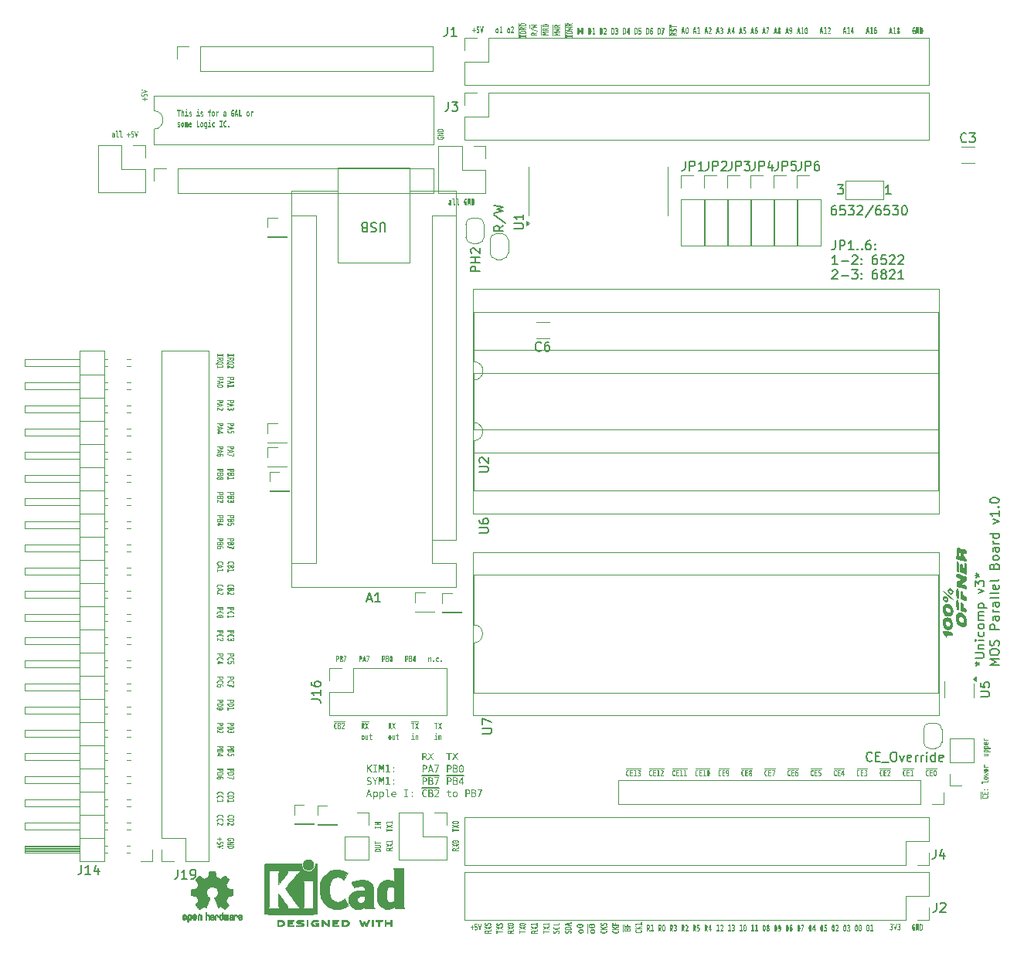
<source format=gbr>
%TF.GenerationSoftware,KiCad,Pcbnew,8.0.5-8.0.5-0~ubuntu22.04.1*%
%TF.CreationDate,2024-10-05T20:14:47+02:00*%
%TF.ProjectId,MP_Board,4d505f42-6f61-4726-942e-6b696361645f,rev?*%
%TF.SameCoordinates,Original*%
%TF.FileFunction,Legend,Top*%
%TF.FilePolarity,Positive*%
%FSLAX46Y46*%
G04 Gerber Fmt 4.6, Leading zero omitted, Abs format (unit mm)*
G04 Created by KiCad (PCBNEW 8.0.5-8.0.5-0~ubuntu22.04.1) date 2024-10-05 20:14:47*
%MOMM*%
%LPD*%
G01*
G04 APERTURE LIST*
%ADD10C,0.100000*%
%ADD11C,0.150000*%
%ADD12C,0.120000*%
%ADD13C,0.010000*%
%ADD14C,0.000000*%
G04 APERTURE END LIST*
D10*
G36*
X95281000Y-149637561D02*
G01*
X95281000Y-149738921D01*
X94679185Y-149738921D01*
X94679185Y-149869103D01*
X94558822Y-149869103D01*
X94558822Y-149507379D01*
X94679185Y-149507379D01*
X94679185Y-149637561D01*
X95281000Y-149637561D01*
G37*
G36*
X95281000Y-149064689D02*
G01*
X95281000Y-149169469D01*
X95041983Y-149267288D01*
X95281000Y-149364863D01*
X95281000Y-149469644D01*
X94914269Y-149319190D01*
X94558822Y-149465491D01*
X94558822Y-149360711D01*
X94788606Y-149267288D01*
X94558822Y-149173621D01*
X94558822Y-149068841D01*
X94914269Y-149214410D01*
X95281000Y-149064689D01*
G37*
G36*
X94964534Y-148882728D02*
G01*
X94951665Y-148905449D01*
X94935957Y-148929526D01*
X94917266Y-148953220D01*
X94895425Y-148974504D01*
X94878707Y-148986409D01*
X94847475Y-149000706D01*
X94814198Y-149009046D01*
X94776026Y-149013096D01*
X94757489Y-149013520D01*
X94722289Y-149011953D01*
X94684944Y-149006164D01*
X94651608Y-148996108D01*
X94622281Y-148981787D01*
X94603787Y-148968946D01*
X94582003Y-148947796D01*
X94565570Y-148923455D01*
X94555742Y-148900052D01*
X94549846Y-148874305D01*
X94547880Y-148846214D01*
X94549443Y-148819669D01*
X94553621Y-148795367D01*
X94558993Y-148775505D01*
X94567789Y-148751244D01*
X94579130Y-148727156D01*
X94591648Y-148705408D01*
X94733896Y-148705408D01*
X94713616Y-148727955D01*
X94696973Y-148750761D01*
X94684998Y-148771720D01*
X94674788Y-148796821D01*
X94669290Y-148821751D01*
X94668243Y-148838276D01*
X94671128Y-148863440D01*
X94681787Y-148886722D01*
X94688759Y-148894696D01*
X94715576Y-148909942D01*
X94747573Y-148914235D01*
X94781976Y-148908135D01*
X94796471Y-148900069D01*
X94816816Y-148878026D01*
X94831994Y-148853875D01*
X94839213Y-148840474D01*
X94862123Y-148796755D01*
X94876943Y-148771280D01*
X94893726Y-148748926D01*
X94915311Y-148727200D01*
X94939460Y-148709550D01*
X94945898Y-148705774D01*
X94977298Y-148691665D01*
X95013025Y-148682174D01*
X95048416Y-148677613D01*
X95077203Y-148676587D01*
X95115800Y-148678201D01*
X95150549Y-148683044D01*
X95186229Y-148692775D01*
X95216672Y-148706900D01*
X95238599Y-148722505D01*
X95259384Y-148744784D01*
X95273136Y-148767453D01*
X95283138Y-148793419D01*
X95288608Y-148817576D01*
X95291473Y-148844023D01*
X95291942Y-148860990D01*
X95290305Y-148887214D01*
X95285396Y-148913496D01*
X95278093Y-148937438D01*
X95268152Y-148961142D01*
X95255640Y-148984322D01*
X95240556Y-149006976D01*
X95237231Y-149011444D01*
X95094984Y-149011444D01*
X95115246Y-148988850D01*
X95132370Y-148966682D01*
X95147718Y-148942548D01*
X95152772Y-148933042D01*
X95162690Y-148909388D01*
X95169356Y-148883562D01*
X95171579Y-148857937D01*
X95168309Y-148832206D01*
X95156229Y-148808220D01*
X95148327Y-148799930D01*
X95120416Y-148784451D01*
X95085787Y-148779311D01*
X95083187Y-148779291D01*
X95048603Y-148784156D01*
X95028135Y-148793091D01*
X95004591Y-148812419D01*
X94990692Y-148832903D01*
X94964534Y-148882728D01*
G37*
G36*
X107959115Y-149528750D02*
G01*
X107972699Y-149551841D01*
X107982677Y-149576006D01*
X107983735Y-149579309D01*
X107989625Y-149604655D01*
X107991869Y-149629426D01*
X107991942Y-149634874D01*
X107990448Y-149660027D01*
X107984382Y-149689311D01*
X107973648Y-149716198D01*
X107958249Y-149740688D01*
X107938182Y-149762781D01*
X107913449Y-149782476D01*
X107896369Y-149793143D01*
X107864424Y-149808869D01*
X107828322Y-149821930D01*
X107788062Y-149832325D01*
X107752861Y-149838722D01*
X107714999Y-149843414D01*
X107674477Y-149846399D01*
X107631293Y-149847678D01*
X107620082Y-149847732D01*
X107576153Y-149846879D01*
X107534896Y-149844320D01*
X107496310Y-149840055D01*
X107460396Y-149834084D01*
X107427153Y-149826408D01*
X107389356Y-149814413D01*
X107355733Y-149799754D01*
X107343452Y-149793143D01*
X107315919Y-149774886D01*
X107293053Y-149754231D01*
X107274853Y-149731180D01*
X107261320Y-149705731D01*
X107252453Y-149677885D01*
X107248253Y-149647642D01*
X107247880Y-149634874D01*
X107249451Y-149609803D01*
X107254620Y-149583978D01*
X107256087Y-149578942D01*
X107265584Y-149554533D01*
X107278687Y-149531680D01*
X107280706Y-149528750D01*
X107433896Y-149528750D01*
X107410951Y-149548128D01*
X107391900Y-149568616D01*
X107384143Y-149579431D01*
X107372731Y-149602792D01*
X107368259Y-149628479D01*
X107368243Y-149630111D01*
X107372207Y-149656192D01*
X107386145Y-149681463D01*
X107410117Y-149702427D01*
X107431673Y-149714009D01*
X107462369Y-149725048D01*
X107498955Y-149733376D01*
X107535003Y-149738357D01*
X107575379Y-149741345D01*
X107612331Y-149742313D01*
X107620082Y-149742341D01*
X107657492Y-149741649D01*
X107691929Y-149739574D01*
X107729332Y-149735258D01*
X107762454Y-149728949D01*
X107795689Y-149719072D01*
X107808149Y-149714009D01*
X107835899Y-149698140D01*
X107857641Y-149676220D01*
X107869349Y-149649991D01*
X107871579Y-149630111D01*
X107867646Y-149604374D01*
X107856817Y-149580966D01*
X107855849Y-149579431D01*
X107838468Y-149557649D01*
X107816116Y-149536878D01*
X107805926Y-149528750D01*
X107959115Y-149528750D01*
G37*
G36*
X107258822Y-149438747D02*
G01*
X107258822Y-149337386D01*
X107544171Y-149337386D01*
X107258822Y-149178628D01*
X107258822Y-149063956D01*
X107543316Y-149225767D01*
X107981000Y-149058217D01*
X107981000Y-149170812D01*
X107655986Y-149292445D01*
X107736341Y-149337386D01*
X107981000Y-149337386D01*
X107981000Y-149438747D01*
X107258822Y-149438747D01*
G37*
G36*
X107379185Y-148675854D02*
G01*
X107379185Y-148893963D01*
X107532374Y-148893963D01*
X107532374Y-148695516D01*
X107652737Y-148695516D01*
X107652737Y-148893963D01*
X107981000Y-148893963D01*
X107981000Y-148995324D01*
X107258822Y-148995324D01*
X107258822Y-148675854D01*
X107379185Y-148675854D01*
G37*
G36*
X148449115Y-134756750D02*
G01*
X148462699Y-134779841D01*
X148472677Y-134804006D01*
X148473735Y-134807309D01*
X148479625Y-134832655D01*
X148481869Y-134857426D01*
X148481942Y-134862874D01*
X148480448Y-134888027D01*
X148474382Y-134917311D01*
X148463648Y-134944198D01*
X148448249Y-134968688D01*
X148428182Y-134990781D01*
X148403449Y-135010476D01*
X148386369Y-135021143D01*
X148354424Y-135036869D01*
X148318322Y-135049930D01*
X148278062Y-135060325D01*
X148242861Y-135066722D01*
X148204999Y-135071414D01*
X148164477Y-135074399D01*
X148121293Y-135075678D01*
X148110082Y-135075732D01*
X148066153Y-135074879D01*
X148024896Y-135072320D01*
X147986310Y-135068055D01*
X147950396Y-135062084D01*
X147917153Y-135054408D01*
X147879356Y-135042413D01*
X147845733Y-135027754D01*
X147833452Y-135021143D01*
X147805919Y-135002886D01*
X147783053Y-134982231D01*
X147764853Y-134959180D01*
X147751320Y-134933731D01*
X147742453Y-134905885D01*
X147738253Y-134875642D01*
X147737880Y-134862874D01*
X147739451Y-134837803D01*
X147744620Y-134811978D01*
X147746087Y-134806942D01*
X147755584Y-134782533D01*
X147768687Y-134759680D01*
X147770706Y-134756750D01*
X147923896Y-134756750D01*
X147900951Y-134776128D01*
X147881900Y-134796616D01*
X147874143Y-134807431D01*
X147862731Y-134830792D01*
X147858259Y-134856479D01*
X147858243Y-134858111D01*
X147862207Y-134884192D01*
X147876145Y-134909463D01*
X147900117Y-134930427D01*
X147921673Y-134942009D01*
X147952369Y-134953048D01*
X147988955Y-134961376D01*
X148025003Y-134966357D01*
X148065379Y-134969345D01*
X148102331Y-134970313D01*
X148110082Y-134970341D01*
X148147492Y-134969649D01*
X148181929Y-134967574D01*
X148219332Y-134963258D01*
X148252454Y-134956949D01*
X148285689Y-134947072D01*
X148298149Y-134942009D01*
X148325899Y-134926140D01*
X148347641Y-134904220D01*
X148359349Y-134877991D01*
X148361579Y-134858111D01*
X148357646Y-134832374D01*
X148346817Y-134808966D01*
X148345849Y-134807431D01*
X148328468Y-134785649D01*
X148306116Y-134764878D01*
X148295926Y-134756750D01*
X148449115Y-134756750D01*
G37*
G36*
X148471000Y-134329814D02*
G01*
X148471000Y-134649161D01*
X147748822Y-134649161D01*
X147748822Y-134329814D01*
X147869185Y-134329814D01*
X147869185Y-134547923D01*
X148022374Y-134547923D01*
X148022374Y-134350452D01*
X148142737Y-134350452D01*
X148142737Y-134547923D01*
X148350637Y-134547923D01*
X148350637Y-134329814D01*
X148471000Y-134329814D01*
G37*
X147610000Y-135078000D02*
X147610000Y-134335851D01*
G36*
X147956722Y-134131611D02*
G01*
X147956722Y-134017305D01*
X148131795Y-134017305D01*
X148131795Y-134131611D01*
X147956722Y-134131611D01*
G37*
G36*
X148295926Y-134131611D02*
G01*
X148295926Y-134017305D01*
X148471000Y-134017305D01*
X148471000Y-134131611D01*
X148295926Y-134131611D01*
G37*
G36*
X148246687Y-133310833D02*
G01*
X147836359Y-133310833D01*
X147836359Y-133412804D01*
X147726938Y-133412804D01*
X147726938Y-133210083D01*
X148246687Y-133210083D01*
X148282330Y-133208711D01*
X148317983Y-133202828D01*
X148335591Y-133196039D01*
X148355869Y-133175507D01*
X148361553Y-133150369D01*
X148361579Y-133148289D01*
X148361579Y-133067934D01*
X148471000Y-133067934D01*
X148471000Y-133176499D01*
X148469178Y-133202002D01*
X148462450Y-133228152D01*
X148448689Y-133253286D01*
X148428454Y-133273352D01*
X148419196Y-133279570D01*
X148388923Y-133293248D01*
X148355405Y-133302010D01*
X148321453Y-133307139D01*
X148282680Y-133310070D01*
X148246687Y-133310833D01*
G37*
G36*
X148241794Y-132633993D02*
G01*
X148278065Y-132637526D01*
X148311732Y-132643414D01*
X148348693Y-132653589D01*
X148381904Y-132667156D01*
X148406715Y-132681053D01*
X148432280Y-132700318D01*
X148452556Y-132721937D01*
X148467543Y-132745908D01*
X148477240Y-132772232D01*
X148481648Y-132800908D01*
X148481942Y-132810990D01*
X148480105Y-132835634D01*
X148473052Y-132863065D01*
X148460711Y-132888161D01*
X148443079Y-132910922D01*
X148420159Y-132931346D01*
X148406715Y-132940683D01*
X148376629Y-132957076D01*
X148342793Y-132970078D01*
X148305207Y-132979688D01*
X148271019Y-132985105D01*
X148234227Y-132988167D01*
X148202919Y-132988921D01*
X148164043Y-132987743D01*
X148127772Y-132984210D01*
X148094106Y-132978322D01*
X148057144Y-132968147D01*
X148023933Y-132954580D01*
X147999122Y-132940683D01*
X147973557Y-132921426D01*
X147953281Y-132899833D01*
X147938294Y-132875905D01*
X147928597Y-132849641D01*
X147924189Y-132821042D01*
X147923896Y-132810990D01*
X148033316Y-132810990D01*
X148039615Y-132835920D01*
X148058513Y-132856488D01*
X148078110Y-132867777D01*
X148109546Y-132878596D01*
X148143720Y-132884907D01*
X148178774Y-132887792D01*
X148202919Y-132888293D01*
X148240724Y-132887011D01*
X148277993Y-132882503D01*
X148312869Y-132873687D01*
X148327727Y-132867777D01*
X148355023Y-132850117D01*
X148370377Y-132826063D01*
X148372521Y-132810990D01*
X148366222Y-132785928D01*
X148347324Y-132765332D01*
X148327727Y-132754081D01*
X148296291Y-132743198D01*
X148262117Y-132736849D01*
X148227063Y-132733947D01*
X148202919Y-132733443D01*
X148165113Y-132734733D01*
X148127844Y-132739268D01*
X148092968Y-132748136D01*
X148078110Y-132754081D01*
X148050814Y-132771701D01*
X148036116Y-132793786D01*
X148033316Y-132810990D01*
X147923896Y-132810990D01*
X147925732Y-132786276D01*
X147932785Y-132758776D01*
X147945127Y-132733628D01*
X147962758Y-132710834D01*
X147985678Y-132690392D01*
X147999122Y-132681053D01*
X148029208Y-132664660D01*
X148063044Y-132651658D01*
X148100630Y-132642048D01*
X148134818Y-132636631D01*
X148171610Y-132633569D01*
X148202919Y-132632815D01*
X148241794Y-132633993D01*
G37*
G36*
X147934838Y-132601552D02*
G01*
X147934838Y-132517777D01*
X148346191Y-132472103D01*
X148077085Y-132430460D01*
X148077085Y-132349127D01*
X148346191Y-132308216D01*
X147934838Y-132261810D01*
X147934838Y-132178035D01*
X148471000Y-132247766D01*
X148471000Y-132343265D01*
X148193857Y-132389915D01*
X148471000Y-132436322D01*
X148471000Y-132531820D01*
X147934838Y-132601552D01*
G37*
G36*
X148252158Y-132046510D02*
G01*
X148287087Y-132043741D01*
X148321067Y-132033712D01*
X148342772Y-132019765D01*
X148359709Y-131998473D01*
X148369006Y-131973781D01*
X148372405Y-131947215D01*
X148372521Y-131940753D01*
X148370309Y-131914895D01*
X148363673Y-131889347D01*
X148356792Y-131872487D01*
X148343796Y-131848954D01*
X148328195Y-131826934D01*
X148308987Y-131804317D01*
X148306868Y-131802023D01*
X148438173Y-131802023D01*
X148451926Y-131826278D01*
X148463092Y-131850850D01*
X148471000Y-131873464D01*
X148477229Y-131898974D01*
X148480873Y-131925466D01*
X148481942Y-131950400D01*
X148480201Y-131979440D01*
X148474979Y-132006261D01*
X148466276Y-132030865D01*
X148451238Y-132057460D01*
X148431186Y-132080862D01*
X148410647Y-132097923D01*
X148381636Y-132115229D01*
X148348200Y-132128955D01*
X148310341Y-132139100D01*
X148275412Y-132144819D01*
X148237412Y-132148052D01*
X148204799Y-132148848D01*
X148165525Y-132147649D01*
X148128915Y-132144053D01*
X148094967Y-132138061D01*
X148057745Y-132127705D01*
X148024358Y-132113898D01*
X147999464Y-132099755D01*
X147973783Y-132080087D01*
X147953415Y-132057904D01*
X147938360Y-132033204D01*
X147928619Y-132005989D01*
X147924560Y-131981387D01*
X147923896Y-131965788D01*
X148033316Y-131965788D01*
X148038057Y-131991649D01*
X148053765Y-132014316D01*
X148062039Y-132021109D01*
X148091636Y-132035942D01*
X148124350Y-132043521D01*
X148143250Y-132045533D01*
X148142737Y-131887141D01*
X148108705Y-131889896D01*
X148076508Y-131898957D01*
X148061013Y-131907658D01*
X148042080Y-131928461D01*
X148033993Y-131954226D01*
X148033316Y-131965788D01*
X147923896Y-131965788D01*
X147925619Y-131939975D01*
X147932239Y-131911478D01*
X147943824Y-131885687D01*
X147960373Y-131862600D01*
X147981887Y-131842218D01*
X147994506Y-131833042D01*
X148022947Y-131816980D01*
X148055438Y-131804242D01*
X148091981Y-131794827D01*
X148125528Y-131789519D01*
X148161888Y-131786519D01*
X148193002Y-131785781D01*
X148252158Y-131785781D01*
X148252158Y-132046510D01*
G37*
G36*
X148088027Y-131364095D02*
G01*
X148064091Y-131382017D01*
X148046994Y-131402808D01*
X148036322Y-131427500D01*
X148033316Y-131451290D01*
X148036053Y-131475936D01*
X148046014Y-131501018D01*
X148049900Y-131507100D01*
X148070032Y-131528227D01*
X148097601Y-131543980D01*
X148129524Y-131553331D01*
X148144276Y-131555582D01*
X148178726Y-131557963D01*
X148213877Y-131558707D01*
X148227367Y-131558757D01*
X148471000Y-131558757D01*
X148471000Y-131659507D01*
X147934838Y-131659507D01*
X147934838Y-131558757D01*
X148014510Y-131558757D01*
X147984833Y-131545459D01*
X147960686Y-131527731D01*
X147947660Y-131513450D01*
X147933179Y-131489092D01*
X147925775Y-131464200D01*
X147923896Y-131442009D01*
X147927168Y-131416592D01*
X147932273Y-131401709D01*
X147944934Y-131378905D01*
X147956722Y-131364095D01*
X148088027Y-131364095D01*
G37*
G36*
X148285839Y-130441224D02*
G01*
X147934838Y-130441224D01*
X147934838Y-130340596D01*
X148264126Y-130340596D01*
X148300288Y-130339225D01*
X148334977Y-130333515D01*
X148347559Y-130328994D01*
X148369011Y-130308329D01*
X148372521Y-130290160D01*
X148364101Y-130265919D01*
X148338840Y-130247661D01*
X148307016Y-130237778D01*
X148273123Y-130233350D01*
X148244464Y-130232396D01*
X147934838Y-130232396D01*
X147934838Y-130131768D01*
X148471000Y-130131768D01*
X148471000Y-130232396D01*
X148393550Y-130232396D01*
X148424701Y-130243508D01*
X148451180Y-130261019D01*
X148458861Y-130268666D01*
X148473805Y-130291157D01*
X148481130Y-130317156D01*
X148481942Y-130330338D01*
X148478853Y-130356128D01*
X148467997Y-130381110D01*
X148449323Y-130401822D01*
X148432531Y-130413258D01*
X148400882Y-130426777D01*
X148366437Y-130435079D01*
X148331424Y-130439476D01*
X148291862Y-130441197D01*
X148285839Y-130441224D01*
G37*
G36*
X148243492Y-129683387D02*
G01*
X148281010Y-129686097D01*
X148315473Y-129690614D01*
X148352795Y-129698419D01*
X148385718Y-129708826D01*
X148409792Y-129719486D01*
X148437905Y-129737129D01*
X148459113Y-129757788D01*
X148473416Y-129781461D01*
X148480814Y-129808150D01*
X148481942Y-129824755D01*
X148477949Y-129850574D01*
X148465972Y-129873962D01*
X148461083Y-129880198D01*
X148438774Y-129900531D01*
X148410792Y-129917360D01*
X148398166Y-129923307D01*
X148678899Y-129923307D01*
X148678899Y-130023569D01*
X147934838Y-130023569D01*
X147934838Y-129923307D01*
X148012458Y-129923307D01*
X147982453Y-129910083D01*
X147956893Y-129892580D01*
X147946122Y-129881786D01*
X147931731Y-129859378D01*
X147929913Y-129852843D01*
X148033316Y-129852843D01*
X148040766Y-129877078D01*
X148063113Y-129896799D01*
X148078452Y-129904378D01*
X148110002Y-129914360D01*
X148144106Y-129920183D01*
X148178963Y-129922845D01*
X148202919Y-129923307D01*
X148240446Y-129922124D01*
X148277556Y-129917965D01*
X148312445Y-129909831D01*
X148327385Y-129904378D01*
X148354890Y-129888258D01*
X148370361Y-129866454D01*
X148372521Y-129852843D01*
X148365072Y-129828668D01*
X148342724Y-129809129D01*
X148327385Y-129801674D01*
X148295835Y-129791885D01*
X148261731Y-129786175D01*
X148226874Y-129783565D01*
X148202919Y-129783111D01*
X148165391Y-129784272D01*
X148128281Y-129788350D01*
X148093392Y-129796326D01*
X148078452Y-129801674D01*
X148050948Y-129817571D01*
X148034903Y-129841109D01*
X148033316Y-129852843D01*
X147929913Y-129852843D01*
X147924677Y-129834028D01*
X147923896Y-129821335D01*
X147927397Y-129793851D01*
X147937902Y-129769206D01*
X147955409Y-129747402D01*
X147979920Y-129728437D01*
X147997071Y-129718876D01*
X148031873Y-129704695D01*
X148066262Y-129695313D01*
X148104859Y-129688490D01*
X148140237Y-129684758D01*
X148178536Y-129682803D01*
X148202919Y-129682483D01*
X148243492Y-129683387D01*
G37*
G36*
X148243492Y-129262312D02*
G01*
X148281010Y-129265022D01*
X148315473Y-129269539D01*
X148352795Y-129277345D01*
X148385718Y-129287752D01*
X148409792Y-129298412D01*
X148437905Y-129316055D01*
X148459113Y-129336713D01*
X148473416Y-129360387D01*
X148480814Y-129387076D01*
X148481942Y-129403680D01*
X148477949Y-129429499D01*
X148465972Y-129452888D01*
X148461083Y-129459123D01*
X148438774Y-129479456D01*
X148410792Y-129496285D01*
X148398166Y-129502232D01*
X148678899Y-129502232D01*
X148678899Y-129602494D01*
X147934838Y-129602494D01*
X147934838Y-129502232D01*
X148012458Y-129502232D01*
X147982453Y-129489009D01*
X147956893Y-129471505D01*
X147946122Y-129460711D01*
X147931731Y-129438303D01*
X147929913Y-129431768D01*
X148033316Y-129431768D01*
X148040766Y-129456004D01*
X148063113Y-129475724D01*
X148078452Y-129483303D01*
X148110002Y-129493285D01*
X148144106Y-129499108D01*
X148178963Y-129501770D01*
X148202919Y-129502232D01*
X148240446Y-129501049D01*
X148277556Y-129496890D01*
X148312445Y-129488757D01*
X148327385Y-129483303D01*
X148354890Y-129467183D01*
X148370361Y-129445379D01*
X148372521Y-129431768D01*
X148365072Y-129407593D01*
X148342724Y-129388054D01*
X148327385Y-129380599D01*
X148295835Y-129370810D01*
X148261731Y-129365100D01*
X148226874Y-129362490D01*
X148202919Y-129362037D01*
X148165391Y-129363197D01*
X148128281Y-129367276D01*
X148093392Y-129375252D01*
X148078452Y-129380599D01*
X148050948Y-129396496D01*
X148034903Y-129420034D01*
X148033316Y-129431768D01*
X147929913Y-129431768D01*
X147924677Y-129412953D01*
X147923896Y-129400261D01*
X147927397Y-129372776D01*
X147937902Y-129348132D01*
X147955409Y-129326327D01*
X147979920Y-129307363D01*
X147997071Y-129297801D01*
X148031873Y-129283621D01*
X148066262Y-129274238D01*
X148104859Y-129267415D01*
X148140237Y-129263683D01*
X148178536Y-129261729D01*
X148202919Y-129261409D01*
X148243492Y-129262312D01*
G37*
G36*
X148252158Y-129098987D02*
G01*
X148287087Y-129096218D01*
X148321067Y-129086189D01*
X148342772Y-129072243D01*
X148359709Y-129050950D01*
X148369006Y-129026259D01*
X148372405Y-128999693D01*
X148372521Y-128993230D01*
X148370309Y-128967373D01*
X148363673Y-128941825D01*
X148356792Y-128924964D01*
X148343796Y-128901431D01*
X148328195Y-128879411D01*
X148308987Y-128856795D01*
X148306868Y-128854500D01*
X148438173Y-128854500D01*
X148451926Y-128878755D01*
X148463092Y-128903327D01*
X148471000Y-128925941D01*
X148477229Y-128951451D01*
X148480873Y-128977943D01*
X148481942Y-129002878D01*
X148480201Y-129031917D01*
X148474979Y-129058739D01*
X148466276Y-129083342D01*
X148451238Y-129109938D01*
X148431186Y-129133339D01*
X148410647Y-129150400D01*
X148381636Y-129167707D01*
X148348200Y-129181433D01*
X148310341Y-129191578D01*
X148275412Y-129197297D01*
X148237412Y-129200529D01*
X148204799Y-129201325D01*
X148165525Y-129200126D01*
X148128915Y-129196531D01*
X148094967Y-129190538D01*
X148057745Y-129180183D01*
X148024358Y-129166375D01*
X147999464Y-129152232D01*
X147973783Y-129132564D01*
X147953415Y-129110381D01*
X147938360Y-129085681D01*
X147928619Y-129058466D01*
X147924560Y-129033864D01*
X147923896Y-129018265D01*
X148033316Y-129018265D01*
X148038057Y-129044127D01*
X148053765Y-129066794D01*
X148062039Y-129073586D01*
X148091636Y-129088419D01*
X148124350Y-129095998D01*
X148143250Y-129098010D01*
X148142737Y-128939619D01*
X148108705Y-128942374D01*
X148076508Y-128951434D01*
X148061013Y-128960135D01*
X148042080Y-128980939D01*
X148033993Y-129006703D01*
X148033316Y-129018265D01*
X147923896Y-129018265D01*
X147925619Y-128992452D01*
X147932239Y-128963956D01*
X147943824Y-128938164D01*
X147960373Y-128915078D01*
X147981887Y-128894696D01*
X147994506Y-128885519D01*
X148022947Y-128869458D01*
X148055438Y-128856719D01*
X148091981Y-128847304D01*
X148125528Y-128841996D01*
X148161888Y-128838996D01*
X148193002Y-128838258D01*
X148252158Y-128838258D01*
X148252158Y-129098987D01*
G37*
G36*
X148088027Y-128416573D02*
G01*
X148064091Y-128434494D01*
X148046994Y-128455285D01*
X148036322Y-128479977D01*
X148033316Y-128503767D01*
X148036053Y-128528414D01*
X148046014Y-128553496D01*
X148049900Y-128559577D01*
X148070032Y-128580704D01*
X148097601Y-128596458D01*
X148129524Y-128605808D01*
X148144276Y-128608059D01*
X148178726Y-128610441D01*
X148213877Y-128611185D01*
X148227367Y-128611234D01*
X148471000Y-128611234D01*
X148471000Y-128711984D01*
X147934838Y-128711984D01*
X147934838Y-128611234D01*
X148014510Y-128611234D01*
X147984833Y-128597936D01*
X147960686Y-128580208D01*
X147947660Y-128565927D01*
X147933179Y-128541570D01*
X147925775Y-128516677D01*
X147923896Y-128494486D01*
X147927168Y-128469070D01*
X147932273Y-128454186D01*
X147944934Y-128431382D01*
X147956722Y-128416573D01*
X148088027Y-128416573D01*
G37*
G36*
X52613847Y-62060194D02*
G01*
X52639059Y-62064088D01*
X52665710Y-62072188D01*
X52691831Y-62086364D01*
X52712599Y-62105628D01*
X52717550Y-62112067D01*
X52734166Y-62143793D01*
X52744811Y-62180125D01*
X52751042Y-62217636D01*
X52754195Y-62253385D01*
X52755493Y-62293217D01*
X52755530Y-62301673D01*
X52755530Y-62606000D01*
X52655635Y-62606000D01*
X52655635Y-62543083D01*
X52639137Y-62569268D01*
X52619213Y-62590035D01*
X52608862Y-62597793D01*
X52584775Y-62610191D01*
X52558754Y-62616268D01*
X52546092Y-62616942D01*
X52518738Y-62614667D01*
X52494166Y-62607844D01*
X52469490Y-62594476D01*
X52448447Y-62575167D01*
X52443754Y-62569412D01*
X52427779Y-62543211D01*
X52416368Y-62512308D01*
X52409522Y-62476703D01*
X52407275Y-62441693D01*
X52407271Y-62441013D01*
X52514462Y-62441013D01*
X52518805Y-62474696D01*
X52529849Y-62497605D01*
X52552142Y-62515020D01*
X52571859Y-62518463D01*
X52597123Y-62513655D01*
X52619878Y-62497442D01*
X52633653Y-62477772D01*
X52646168Y-62445861D01*
X52653037Y-62410225D01*
X52655549Y-62372756D01*
X52655635Y-62363735D01*
X52655635Y-62354332D01*
X52615457Y-62354332D01*
X52589429Y-62355561D01*
X52562863Y-62360553D01*
X52539737Y-62371612D01*
X52536810Y-62373993D01*
X52520049Y-62400494D01*
X52514549Y-62435182D01*
X52514462Y-62441013D01*
X52407271Y-62441013D01*
X52407240Y-62436397D01*
X52409326Y-62398313D01*
X52415584Y-62364842D01*
X52427846Y-62332240D01*
X52445558Y-62305665D01*
X52450837Y-62299963D01*
X52472243Y-62282776D01*
X52498208Y-62269810D01*
X52524091Y-62262056D01*
X52553323Y-62257404D01*
X52580241Y-62255896D01*
X52585903Y-62255853D01*
X52655635Y-62255853D01*
X52655635Y-62223198D01*
X52648717Y-62188803D01*
X52637927Y-62174129D01*
X52614425Y-62161056D01*
X52590128Y-62157440D01*
X52585903Y-62157374D01*
X52561395Y-62158607D01*
X52535252Y-62162762D01*
X52516050Y-62167803D01*
X52490267Y-62177380D01*
X52465908Y-62189243D01*
X52445464Y-62201143D01*
X52445464Y-62091722D01*
X52470605Y-62080382D01*
X52496022Y-62071494D01*
X52513119Y-62066931D01*
X52539440Y-62062034D01*
X52564593Y-62059531D01*
X52585903Y-62058896D01*
X52613847Y-62060194D01*
G37*
G36*
X52928942Y-62381687D02*
G01*
X52928942Y-61971359D01*
X52826971Y-61971359D01*
X52826971Y-61861938D01*
X53029692Y-61861938D01*
X53029692Y-62381687D01*
X53031064Y-62417330D01*
X53036948Y-62452983D01*
X53043736Y-62470591D01*
X53064268Y-62490869D01*
X53089406Y-62496553D01*
X53091486Y-62496579D01*
X53171842Y-62496579D01*
X53171842Y-62606000D01*
X53063276Y-62606000D01*
X53037773Y-62604178D01*
X53011624Y-62597450D01*
X52986490Y-62583689D01*
X52966424Y-62563454D01*
X52960205Y-62554196D01*
X52946528Y-62523923D01*
X52937766Y-62490405D01*
X52932636Y-62456453D01*
X52929706Y-62417680D01*
X52928942Y-62381687D01*
G37*
G36*
X53350017Y-62381687D02*
G01*
X53350017Y-61971359D01*
X53248046Y-61971359D01*
X53248046Y-61861938D01*
X53450767Y-61861938D01*
X53450767Y-62381687D01*
X53452139Y-62417330D01*
X53458022Y-62452983D01*
X53464811Y-62470591D01*
X53485343Y-62490869D01*
X53510481Y-62496553D01*
X53512561Y-62496579D01*
X53592916Y-62496579D01*
X53592916Y-62606000D01*
X53484351Y-62606000D01*
X53458848Y-62604178D01*
X53432698Y-62597450D01*
X53407564Y-62583689D01*
X53387498Y-62563454D01*
X53381280Y-62554196D01*
X53367602Y-62523923D01*
X53358840Y-62490405D01*
X53353711Y-62456453D01*
X53350780Y-62417680D01*
X53350017Y-62381687D01*
G37*
G36*
X54311723Y-62037011D02*
G01*
X54311723Y-62244911D01*
X54459490Y-62244911D01*
X54459490Y-62354332D01*
X54311723Y-62354332D01*
X54311723Y-62562231D01*
X54230390Y-62562231D01*
X54230390Y-62354332D01*
X54082013Y-62354332D01*
X54082013Y-62244911D01*
X54230390Y-62244911D01*
X54230390Y-62037011D01*
X54311723Y-62037011D01*
G37*
G36*
X54546685Y-61883822D02*
G01*
X54825244Y-61883822D01*
X54825244Y-62004185D01*
X54628750Y-62004185D01*
X54628750Y-62148655D01*
X54652510Y-62139349D01*
X54655129Y-62138739D01*
X54680164Y-62135569D01*
X54685048Y-62135490D01*
X54712653Y-62137834D01*
X54738223Y-62144867D01*
X54761757Y-62156588D01*
X54783257Y-62172997D01*
X54802721Y-62194094D01*
X54808757Y-62202168D01*
X54824860Y-62228515D01*
X54837631Y-62257675D01*
X54847071Y-62289648D01*
X54853179Y-62324433D01*
X54855955Y-62362032D01*
X54856140Y-62375190D01*
X54854333Y-62415473D01*
X54848910Y-62452463D01*
X54839873Y-62486159D01*
X54827221Y-62516561D01*
X54810953Y-62543669D01*
X54804727Y-62551973D01*
X54784179Y-62574052D01*
X54761004Y-62591563D01*
X54735201Y-62604506D01*
X54706771Y-62612881D01*
X54681072Y-62616371D01*
X54664776Y-62616942D01*
X54639944Y-62615788D01*
X54614905Y-62612325D01*
X54598098Y-62608735D01*
X54572704Y-62601426D01*
X54549065Y-62592699D01*
X54529466Y-62584115D01*
X54529466Y-62452810D01*
X54552847Y-62468785D01*
X54576752Y-62481149D01*
X54587962Y-62485637D01*
X54612470Y-62492721D01*
X54636978Y-62496194D01*
X54648290Y-62496579D01*
X54673485Y-62494645D01*
X54697980Y-62487845D01*
X54722381Y-62472886D01*
X54729745Y-62465633D01*
X54746712Y-62438481D01*
X54755848Y-62403443D01*
X54757588Y-62375703D01*
X54754313Y-62340890D01*
X54743267Y-62308765D01*
X54729867Y-62288679D01*
X54708713Y-62269990D01*
X54683202Y-62259059D01*
X54656228Y-62255853D01*
X54630758Y-62257656D01*
X54605180Y-62263066D01*
X54601762Y-62264060D01*
X54577816Y-62272811D01*
X54553636Y-62284704D01*
X54546685Y-62288679D01*
X54546685Y-61883822D01*
G37*
G36*
X55113084Y-62487004D02*
G01*
X55203332Y-61883822D01*
X55305425Y-61883822D01*
X55183426Y-62606000D01*
X55042986Y-62606000D01*
X54920987Y-61883822D01*
X55023080Y-61883822D01*
X55113084Y-62487004D01*
G37*
G36*
X89513847Y-69460194D02*
G01*
X89539059Y-69464088D01*
X89565710Y-69472188D01*
X89591831Y-69486364D01*
X89612599Y-69505628D01*
X89617550Y-69512067D01*
X89634166Y-69543793D01*
X89644811Y-69580125D01*
X89651042Y-69617636D01*
X89654195Y-69653385D01*
X89655493Y-69693217D01*
X89655530Y-69701673D01*
X89655530Y-70006000D01*
X89555635Y-70006000D01*
X89555635Y-69943083D01*
X89539137Y-69969268D01*
X89519213Y-69990035D01*
X89508862Y-69997793D01*
X89484775Y-70010191D01*
X89458754Y-70016268D01*
X89446092Y-70016942D01*
X89418738Y-70014667D01*
X89394166Y-70007844D01*
X89369490Y-69994476D01*
X89348447Y-69975167D01*
X89343754Y-69969412D01*
X89327779Y-69943211D01*
X89316368Y-69912308D01*
X89309522Y-69876703D01*
X89307275Y-69841693D01*
X89307271Y-69841013D01*
X89414462Y-69841013D01*
X89418805Y-69874696D01*
X89429849Y-69897605D01*
X89452142Y-69915020D01*
X89471859Y-69918463D01*
X89497123Y-69913655D01*
X89519878Y-69897442D01*
X89533653Y-69877772D01*
X89546168Y-69845861D01*
X89553037Y-69810225D01*
X89555549Y-69772756D01*
X89555635Y-69763735D01*
X89555635Y-69754332D01*
X89515457Y-69754332D01*
X89489429Y-69755561D01*
X89462863Y-69760553D01*
X89439737Y-69771612D01*
X89436810Y-69773993D01*
X89420049Y-69800494D01*
X89414549Y-69835182D01*
X89414462Y-69841013D01*
X89307271Y-69841013D01*
X89307240Y-69836397D01*
X89309326Y-69798313D01*
X89315584Y-69764842D01*
X89327846Y-69732240D01*
X89345558Y-69705665D01*
X89350837Y-69699963D01*
X89372243Y-69682776D01*
X89398208Y-69669810D01*
X89424091Y-69662056D01*
X89453323Y-69657404D01*
X89480241Y-69655896D01*
X89485903Y-69655853D01*
X89555635Y-69655853D01*
X89555635Y-69623198D01*
X89548717Y-69588803D01*
X89537927Y-69574129D01*
X89514425Y-69561056D01*
X89490128Y-69557440D01*
X89485903Y-69557374D01*
X89461395Y-69558607D01*
X89435252Y-69562762D01*
X89416050Y-69567803D01*
X89390267Y-69577380D01*
X89365908Y-69589243D01*
X89345464Y-69601143D01*
X89345464Y-69491722D01*
X89370605Y-69480382D01*
X89396022Y-69471494D01*
X89413119Y-69466931D01*
X89439440Y-69462034D01*
X89464593Y-69459531D01*
X89485903Y-69458896D01*
X89513847Y-69460194D01*
G37*
G36*
X89828942Y-69781687D02*
G01*
X89828942Y-69371359D01*
X89726971Y-69371359D01*
X89726971Y-69261938D01*
X89929692Y-69261938D01*
X89929692Y-69781687D01*
X89931064Y-69817330D01*
X89936948Y-69852983D01*
X89943736Y-69870591D01*
X89964268Y-69890869D01*
X89989406Y-69896553D01*
X89991486Y-69896579D01*
X90071842Y-69896579D01*
X90071842Y-70006000D01*
X89963276Y-70006000D01*
X89937773Y-70004178D01*
X89911624Y-69997450D01*
X89886490Y-69983689D01*
X89866424Y-69963454D01*
X89860205Y-69954196D01*
X89846528Y-69923923D01*
X89837766Y-69890405D01*
X89832636Y-69856453D01*
X89829706Y-69817680D01*
X89828942Y-69781687D01*
G37*
G36*
X90250017Y-69781687D02*
G01*
X90250017Y-69371359D01*
X90148046Y-69371359D01*
X90148046Y-69261938D01*
X90350767Y-69261938D01*
X90350767Y-69781687D01*
X90352139Y-69817330D01*
X90358022Y-69852983D01*
X90364811Y-69870591D01*
X90385343Y-69890869D01*
X90410481Y-69896553D01*
X90412561Y-69896579D01*
X90492916Y-69896579D01*
X90492916Y-70006000D01*
X90384351Y-70006000D01*
X90358848Y-70004178D01*
X90332698Y-69997450D01*
X90307564Y-69983689D01*
X90287498Y-69963454D01*
X90281280Y-69954196D01*
X90267602Y-69923923D01*
X90258840Y-69890405D01*
X90253711Y-69856453D01*
X90250780Y-69817680D01*
X90250017Y-69781687D01*
G37*
G36*
X91258862Y-69880337D02*
G01*
X91258862Y-69743390D01*
X91189375Y-69743390D01*
X91189375Y-69623027D01*
X91347400Y-69623027D01*
X91347400Y-69949750D01*
X91326612Y-69970654D01*
X91304382Y-69987760D01*
X91282920Y-70000016D01*
X91258148Y-70009652D01*
X91232193Y-70015289D01*
X91207571Y-70016942D01*
X91177571Y-70014579D01*
X91149778Y-70007491D01*
X91124191Y-69995679D01*
X91100810Y-69979141D01*
X91079636Y-69957878D01*
X91060668Y-69931891D01*
X91053698Y-69920173D01*
X91038077Y-69887941D01*
X91025104Y-69851728D01*
X91014779Y-69811532D01*
X91008425Y-69776509D01*
X91003765Y-69738937D01*
X91000800Y-69698816D01*
X90999529Y-69656147D01*
X90999476Y-69645082D01*
X91000331Y-69601153D01*
X91002896Y-69559896D01*
X91007170Y-69521310D01*
X91013154Y-69485396D01*
X91020847Y-69452153D01*
X91032869Y-69414356D01*
X91047561Y-69380733D01*
X91054187Y-69368452D01*
X91072508Y-69340919D01*
X91093203Y-69318053D01*
X91116272Y-69299853D01*
X91141713Y-69286320D01*
X91169528Y-69277453D01*
X91199716Y-69273253D01*
X91212456Y-69272880D01*
X91237378Y-69274742D01*
X91261937Y-69280329D01*
X91273150Y-69284164D01*
X91296835Y-69294969D01*
X91319271Y-69309047D01*
X91329204Y-69316648D01*
X91329204Y-69469838D01*
X91312357Y-69443912D01*
X91292052Y-69421848D01*
X91280233Y-69412563D01*
X91256922Y-69400054D01*
X91231837Y-69393922D01*
X91219661Y-69393243D01*
X91192657Y-69397154D01*
X91169286Y-69408887D01*
X91147336Y-69431436D01*
X91133443Y-69455818D01*
X91120995Y-69491049D01*
X91113020Y-69528484D01*
X91108351Y-69565482D01*
X91105989Y-69599775D01*
X91105017Y-69637216D01*
X91104989Y-69645082D01*
X91105660Y-69682114D01*
X91107672Y-69716275D01*
X91111858Y-69753477D01*
X91119184Y-69791653D01*
X91129139Y-69824200D01*
X91132466Y-69832465D01*
X91147770Y-69860515D01*
X91168727Y-69882491D01*
X91193644Y-69894325D01*
X91212456Y-69896579D01*
X91236966Y-69893568D01*
X91239933Y-69892646D01*
X91258862Y-69880337D01*
G37*
G36*
X91421284Y-69283822D02*
G01*
X91530094Y-69283822D01*
X91672976Y-69808700D01*
X91672976Y-69283822D01*
X91762369Y-69283822D01*
X91762369Y-70006000D01*
X91654169Y-70006000D01*
X91510554Y-69481122D01*
X91510554Y-70006000D01*
X91421284Y-70006000D01*
X91421284Y-69283822D01*
G37*
G36*
X91987347Y-69285142D02*
G01*
X92015465Y-69289101D01*
X92041386Y-69295699D01*
X92065108Y-69304937D01*
X92091669Y-69320196D01*
X92114796Y-69339579D01*
X92134488Y-69363085D01*
X92138014Y-69368281D01*
X92153951Y-69397243D01*
X92167187Y-69431447D01*
X92177722Y-69470893D01*
X92184205Y-69506225D01*
X92188959Y-69544913D01*
X92191985Y-69586955D01*
X92193281Y-69632353D01*
X92193335Y-69644227D01*
X92192849Y-69679286D01*
X92190688Y-69723105D01*
X92186798Y-69763580D01*
X92181180Y-69800710D01*
X92173832Y-69834495D01*
X92162217Y-69872023D01*
X92147901Y-69904325D01*
X92138014Y-69921198D01*
X92119009Y-69945628D01*
X92096569Y-69965918D01*
X92070695Y-69982066D01*
X92041386Y-69994074D01*
X92015465Y-70000699D01*
X91987347Y-70004674D01*
X91957030Y-70006000D01*
X91848464Y-70006000D01*
X91848464Y-69885637D01*
X91949825Y-69885637D01*
X91977302Y-69885637D01*
X92001834Y-69883010D01*
X92025835Y-69873578D01*
X92047690Y-69854766D01*
X92062543Y-69830755D01*
X92073656Y-69798517D01*
X92080775Y-69762437D01*
X92084943Y-69725663D01*
X92087051Y-69690896D01*
X92087920Y-69652380D01*
X92087944Y-69644227D01*
X92087324Y-69605216D01*
X92085464Y-69569929D01*
X92081594Y-69532498D01*
X92074822Y-69495606D01*
X92064106Y-69462379D01*
X92062543Y-69458896D01*
X92045531Y-69432449D01*
X92023070Y-69414657D01*
X91998531Y-69406109D01*
X91977302Y-69404185D01*
X91949825Y-69404185D01*
X91949825Y-69885637D01*
X91848464Y-69885637D01*
X91848464Y-69283822D01*
X91957030Y-69283822D01*
X91987347Y-69285142D01*
G37*
G36*
X55787011Y-58347575D02*
G01*
X55994911Y-58347575D01*
X55994911Y-58199808D01*
X56104332Y-58199808D01*
X56104332Y-58347575D01*
X56312231Y-58347575D01*
X56312231Y-58428907D01*
X56104332Y-58428907D01*
X56104332Y-58577285D01*
X55994911Y-58577285D01*
X55994911Y-58428907D01*
X55787011Y-58428907D01*
X55787011Y-58347575D01*
G37*
G36*
X55633822Y-58112613D02*
G01*
X55633822Y-57834054D01*
X55754185Y-57834054D01*
X55754185Y-58030547D01*
X55898655Y-58030547D01*
X55889349Y-58006787D01*
X55888739Y-58004169D01*
X55885569Y-57979134D01*
X55885490Y-57974249D01*
X55887834Y-57946645D01*
X55894867Y-57921075D01*
X55906588Y-57897540D01*
X55922997Y-57876041D01*
X55944094Y-57856576D01*
X55952168Y-57850540D01*
X55978515Y-57834437D01*
X56007675Y-57821666D01*
X56039648Y-57812227D01*
X56074433Y-57806119D01*
X56112032Y-57803342D01*
X56125190Y-57803157D01*
X56165473Y-57804965D01*
X56202463Y-57810387D01*
X56236159Y-57819425D01*
X56266561Y-57832077D01*
X56293669Y-57848345D01*
X56301973Y-57854570D01*
X56324052Y-57875118D01*
X56341563Y-57898294D01*
X56354506Y-57924097D01*
X56362881Y-57952527D01*
X56366371Y-57978226D01*
X56366942Y-57994521D01*
X56365788Y-58019354D01*
X56362325Y-58044393D01*
X56358735Y-58061200D01*
X56351426Y-58086593D01*
X56342699Y-58110233D01*
X56334115Y-58129832D01*
X56202810Y-58129832D01*
X56218785Y-58106451D01*
X56231149Y-58082546D01*
X56235637Y-58071336D01*
X56242721Y-58046828D01*
X56246194Y-58022319D01*
X56246579Y-58011008D01*
X56244645Y-57985813D01*
X56237845Y-57961318D01*
X56222886Y-57936916D01*
X56215633Y-57929553D01*
X56188481Y-57912586D01*
X56153443Y-57903449D01*
X56125703Y-57901709D01*
X56090890Y-57904985D01*
X56058765Y-57916030D01*
X56038679Y-57929431D01*
X56019990Y-57950584D01*
X56009059Y-57976096D01*
X56005853Y-58003070D01*
X56007656Y-58028540D01*
X56013066Y-58054118D01*
X56014060Y-58057536D01*
X56022811Y-58081482D01*
X56034704Y-58105662D01*
X56038679Y-58112613D01*
X55633822Y-58112613D01*
G37*
G36*
X56237004Y-57546214D02*
G01*
X55633822Y-57455966D01*
X55633822Y-57353872D01*
X56356000Y-57475872D01*
X56356000Y-57616311D01*
X55633822Y-57738311D01*
X55633822Y-57636217D01*
X56237004Y-57546214D01*
G37*
D11*
G36*
X86686343Y-130033157D02*
G01*
X86731113Y-130038927D01*
X86771431Y-130049025D01*
X86812843Y-130066275D01*
X86848197Y-130089417D01*
X86852752Y-130093203D01*
X86880846Y-130122673D01*
X86902040Y-130157397D01*
X86916333Y-130197376D01*
X86923726Y-130242610D01*
X86924853Y-130270817D01*
X86922081Y-130309871D01*
X86912335Y-130349311D01*
X86893276Y-130387551D01*
X86880498Y-130404466D01*
X86849388Y-130432898D01*
X86811256Y-130453468D01*
X86770933Y-130465259D01*
X86756228Y-130467774D01*
X86793554Y-130482326D01*
X86825299Y-130505464D01*
X86829110Y-130509198D01*
X86853913Y-130540458D01*
X86875256Y-130575119D01*
X86896199Y-130613999D01*
X86904532Y-130630538D01*
X87016102Y-130857000D01*
X86896912Y-130857000D01*
X86799019Y-130647732D01*
X86780880Y-130611704D01*
X86758768Y-130574313D01*
X86733589Y-130542255D01*
X86722815Y-130532645D01*
X86686617Y-130514132D01*
X86647952Y-130507256D01*
X86634692Y-130506853D01*
X86528593Y-130506853D01*
X86528593Y-130857000D01*
X86417023Y-130857000D01*
X86417023Y-130419316D01*
X86528593Y-130419316D01*
X86650129Y-130419316D01*
X86691741Y-130416411D01*
X86730400Y-130406366D01*
X86766263Y-130384842D01*
X86768733Y-130382582D01*
X86792547Y-130349417D01*
X86804721Y-130309409D01*
X86807812Y-130269840D01*
X86803747Y-130227525D01*
X86789888Y-130188736D01*
X86766193Y-130158074D01*
X86733258Y-130135936D01*
X86695584Y-130123785D01*
X86655379Y-130119343D01*
X86645635Y-130119191D01*
X86528593Y-130119191D01*
X86528593Y-130419316D01*
X86417023Y-130419316D01*
X86417023Y-130031654D01*
X86645635Y-130031654D01*
X86686343Y-130033157D01*
G37*
G36*
X87059480Y-130031654D02*
G01*
X87178670Y-130031654D01*
X87359019Y-130342917D01*
X87542494Y-130031654D01*
X87661685Y-130031654D01*
X87416074Y-130419707D01*
X87679270Y-130857000D01*
X87560080Y-130857000D01*
X87359019Y-130501577D01*
X87141936Y-130857000D01*
X87022159Y-130857000D01*
X87296884Y-130419707D01*
X87059480Y-130031654D01*
G37*
G36*
X89059145Y-130031654D02*
G01*
X89685188Y-130031654D01*
X89685188Y-130119191D01*
X89428440Y-130119191D01*
X89428440Y-130857000D01*
X89316870Y-130857000D01*
X89316870Y-130119191D01*
X89059145Y-130119191D01*
X89059145Y-130031654D01*
G37*
G36*
X89754357Y-130031654D02*
G01*
X89873548Y-130031654D01*
X90053897Y-130342917D01*
X90237372Y-130031654D01*
X90356563Y-130031654D01*
X90110952Y-130419707D01*
X90374148Y-130857000D01*
X90254958Y-130857000D01*
X90053897Y-130501577D01*
X89836814Y-130857000D01*
X89717037Y-130857000D01*
X89991762Y-130419707D01*
X89754357Y-130031654D01*
G37*
G36*
X80350226Y-131375654D02*
G01*
X80461796Y-131375654D01*
X80461796Y-131742800D01*
X80808621Y-131375654D01*
X80938949Y-131375654D01*
X80619480Y-131712905D01*
X80948133Y-132201000D01*
X80814092Y-132201000D01*
X80546402Y-131787545D01*
X80461796Y-131878208D01*
X80461796Y-132201000D01*
X80350226Y-132201000D01*
X80350226Y-131375654D01*
G37*
G36*
X81059117Y-131375654D02*
G01*
X81514776Y-131375654D01*
X81514776Y-131463191D01*
X81342829Y-131463191D01*
X81342829Y-132113463D01*
X81514776Y-132113463D01*
X81514776Y-132201000D01*
X81059117Y-132201000D01*
X81059117Y-132113463D01*
X81231259Y-132113463D01*
X81231259Y-131463191D01*
X81059117Y-131463191D01*
X81059117Y-131375654D01*
G37*
G36*
X81669724Y-131375654D02*
G01*
X81818028Y-131375654D01*
X81959884Y-131800832D01*
X82102718Y-131375654D01*
X82251608Y-131375654D01*
X82251608Y-132201000D01*
X82148831Y-132201000D01*
X82148831Y-131472960D01*
X82002676Y-131913379D01*
X81918656Y-131913379D01*
X81771915Y-131472960D01*
X81771915Y-132201000D01*
X81669724Y-132201000D01*
X81669724Y-131375654D01*
G37*
G36*
X82444462Y-132113463D02*
G01*
X82617191Y-132113463D01*
X82617191Y-131463191D01*
X82431371Y-131500706D01*
X82431371Y-131413170D01*
X82616018Y-131375654D01*
X82727002Y-131375654D01*
X82727002Y-132113463D01*
X82897386Y-132113463D01*
X82897386Y-132201000D01*
X82444462Y-132201000D01*
X82444462Y-132113463D01*
G37*
G36*
X83238545Y-131613254D02*
G01*
X83377079Y-131613254D01*
X83377079Y-131775822D01*
X83238545Y-131775822D01*
X83238545Y-131613254D01*
G37*
G36*
X83238545Y-132038431D02*
G01*
X83377079Y-132038431D01*
X83377079Y-132201000D01*
X83238545Y-132201000D01*
X83238545Y-132038431D01*
G37*
G36*
X86727580Y-131377166D02*
G01*
X86772863Y-131382973D01*
X86813474Y-131393135D01*
X86854951Y-131410495D01*
X86890069Y-131433783D01*
X86894567Y-131437594D01*
X86922204Y-131467460D01*
X86943053Y-131502862D01*
X86957114Y-131543798D01*
X86963763Y-131583293D01*
X86965495Y-131619311D01*
X86963008Y-131662452D01*
X86955548Y-131701459D01*
X86940559Y-131741740D01*
X86918800Y-131776392D01*
X86894762Y-131801614D01*
X86860676Y-131825672D01*
X86820139Y-131843822D01*
X86780258Y-131854675D01*
X86735637Y-131861187D01*
X86694832Y-131863298D01*
X86686277Y-131863358D01*
X86557707Y-131863358D01*
X86557707Y-132201000D01*
X86446723Y-132201000D01*
X86446723Y-131775822D01*
X86557707Y-131775822D01*
X86686277Y-131775822D01*
X86726907Y-131772560D01*
X86765780Y-131761287D01*
X86800914Y-131739586D01*
X86806444Y-131734593D01*
X86831029Y-131702370D01*
X86845409Y-131662389D01*
X86849626Y-131619311D01*
X86846226Y-131580188D01*
X86834472Y-131542918D01*
X86811845Y-131509459D01*
X86806639Y-131504224D01*
X86773111Y-131480862D01*
X86735497Y-131468039D01*
X86695837Y-131463351D01*
X86686277Y-131463191D01*
X86557707Y-131463191D01*
X86557707Y-131775822D01*
X86446723Y-131775822D01*
X86446723Y-131375654D01*
X86686277Y-131375654D01*
X86727580Y-131377166D01*
G37*
G36*
X87669501Y-132201000D02*
G01*
X87554609Y-132201000D01*
X87494232Y-131988411D01*
X87206807Y-131988411D01*
X87147407Y-132201000D01*
X87032515Y-132201000D01*
X87123818Y-131900874D01*
X87233576Y-131900874D01*
X87467854Y-131900874D01*
X87350812Y-131474914D01*
X87233576Y-131900874D01*
X87123818Y-131900874D01*
X87283597Y-131375654D01*
X87418224Y-131375654D01*
X87669501Y-132201000D01*
G37*
G36*
X87762313Y-131375654D02*
G01*
X88278935Y-131375654D01*
X88278935Y-131423135D01*
X87985453Y-132201000D01*
X87869389Y-132201000D01*
X88155251Y-131463191D01*
X87762313Y-131463191D01*
X87762313Y-131375654D01*
G37*
G36*
X89422458Y-131377166D02*
G01*
X89467741Y-131382973D01*
X89508352Y-131393135D01*
X89549829Y-131410495D01*
X89584947Y-131433783D01*
X89589445Y-131437594D01*
X89617082Y-131467460D01*
X89637931Y-131502862D01*
X89651992Y-131543798D01*
X89658641Y-131583293D01*
X89660373Y-131619311D01*
X89657886Y-131662452D01*
X89650426Y-131701459D01*
X89635437Y-131741740D01*
X89613678Y-131776392D01*
X89589640Y-131801614D01*
X89555554Y-131825672D01*
X89515017Y-131843822D01*
X89475136Y-131854675D01*
X89430515Y-131861187D01*
X89389710Y-131863298D01*
X89381154Y-131863358D01*
X89252585Y-131863358D01*
X89252585Y-132201000D01*
X89141601Y-132201000D01*
X89141601Y-131775822D01*
X89252585Y-131775822D01*
X89381154Y-131775822D01*
X89421785Y-131772560D01*
X89460658Y-131761287D01*
X89495792Y-131739586D01*
X89501322Y-131734593D01*
X89525907Y-131702370D01*
X89540287Y-131662389D01*
X89544504Y-131619311D01*
X89541104Y-131580188D01*
X89529350Y-131542918D01*
X89506723Y-131509459D01*
X89501517Y-131504224D01*
X89467988Y-131480862D01*
X89430375Y-131468039D01*
X89390715Y-131463351D01*
X89381154Y-131463191D01*
X89252585Y-131463191D01*
X89252585Y-131775822D01*
X89141601Y-131775822D01*
X89141601Y-131375654D01*
X89381154Y-131375654D01*
X89422458Y-131377166D01*
G37*
G36*
X90086358Y-131377557D02*
G01*
X90127466Y-131383265D01*
X90170303Y-131394735D01*
X90207624Y-131411385D01*
X90235223Y-131429778D01*
X90265057Y-131459637D01*
X90286367Y-131495089D01*
X90299153Y-131536134D01*
X90303349Y-131576636D01*
X90303415Y-131582772D01*
X90300556Y-131622363D01*
X90290672Y-131660481D01*
X90271645Y-131695269D01*
X90267267Y-131700790D01*
X90235247Y-131728643D01*
X90197013Y-131746209D01*
X90159410Y-131754914D01*
X90197585Y-131763915D01*
X90235335Y-131780842D01*
X90267583Y-131804973D01*
X90286025Y-131825061D01*
X90308222Y-131860003D01*
X90323154Y-131899985D01*
X90330329Y-131939754D01*
X90331943Y-131972193D01*
X90329374Y-132012740D01*
X90319882Y-132055114D01*
X90303397Y-132092177D01*
X90279918Y-132123929D01*
X90258866Y-132143358D01*
X90223472Y-132165818D01*
X90181234Y-132182761D01*
X90139583Y-132192894D01*
X90092904Y-132198973D01*
X90050163Y-132200943D01*
X90041196Y-132201000D01*
X89798321Y-132201000D01*
X89798321Y-132113463D01*
X89909891Y-132113463D01*
X90041196Y-132113463D01*
X90080856Y-132111780D01*
X90119678Y-132105735D01*
X90158452Y-132091996D01*
X90179145Y-132078292D01*
X90204268Y-132045539D01*
X90217112Y-132004315D01*
X90220373Y-131962618D01*
X90216942Y-131919196D01*
X90205081Y-131879178D01*
X90182248Y-131845164D01*
X90176995Y-131840106D01*
X90141378Y-131817746D01*
X90103616Y-131806355D01*
X90063535Y-131801446D01*
X90041196Y-131800832D01*
X89909891Y-131800832D01*
X89909891Y-132113463D01*
X89798321Y-132113463D01*
X89798321Y-131713295D01*
X89909891Y-131713295D01*
X90039047Y-131713295D01*
X90080711Y-131710838D01*
X90122105Y-131701160D01*
X90155307Y-131682228D01*
X90178584Y-131650538D01*
X90189539Y-131610124D01*
X90191259Y-131581600D01*
X90187057Y-131542500D01*
X90169554Y-131504759D01*
X90155697Y-131490937D01*
X90119384Y-131472972D01*
X90076819Y-131464925D01*
X90039047Y-131463191D01*
X89909891Y-131463191D01*
X89909891Y-131713295D01*
X89798321Y-131713295D01*
X89798321Y-131375654D01*
X90041196Y-131375654D01*
X90086358Y-131377557D01*
G37*
G36*
X90756243Y-131723824D02*
G01*
X90770799Y-131735570D01*
X90790722Y-131770170D01*
X90792878Y-131788522D01*
X90782627Y-131827076D01*
X90771189Y-131841669D01*
X90736750Y-131861240D01*
X90718042Y-131863358D01*
X90679092Y-131852457D01*
X90666653Y-131842256D01*
X90648141Y-131807707D01*
X90646137Y-131788522D01*
X90656111Y-131750313D01*
X90667240Y-131735570D01*
X90702095Y-131715057D01*
X90718042Y-131713295D01*
X90756243Y-131723824D01*
G37*
G36*
X90758878Y-131365777D02*
G01*
X90802109Y-131375871D01*
X90840834Y-131393534D01*
X90875052Y-131418767D01*
X90904764Y-131451571D01*
X90917930Y-131470811D01*
X90937351Y-131506904D01*
X90953479Y-131548015D01*
X90966316Y-131594144D01*
X90974216Y-131634661D01*
X90980009Y-131678390D01*
X90983696Y-131725330D01*
X90985276Y-131775482D01*
X90985341Y-131788522D01*
X90984288Y-131839389D01*
X90981128Y-131887062D01*
X90975862Y-131931542D01*
X90968489Y-131972828D01*
X90959009Y-132010921D01*
X90944197Y-132054046D01*
X90926093Y-132092181D01*
X90917930Y-132106038D01*
X90890471Y-132142560D01*
X90858506Y-132171525D01*
X90822035Y-132192935D01*
X90781057Y-132206788D01*
X90735573Y-132213085D01*
X90719410Y-132213505D01*
X90679890Y-132210881D01*
X90636623Y-132200806D01*
X90597889Y-132183175D01*
X90563689Y-132157987D01*
X90534022Y-132125243D01*
X90520889Y-132106038D01*
X90501582Y-132069899D01*
X90485547Y-132028769D01*
X90472784Y-131982650D01*
X90464930Y-131942163D01*
X90459170Y-131898481D01*
X90455505Y-131851606D01*
X90453934Y-131801538D01*
X90453869Y-131788522D01*
X90565439Y-131788522D01*
X90566034Y-131829763D01*
X90568453Y-131877501D01*
X90572732Y-131921003D01*
X90578872Y-131960268D01*
X90588695Y-132001796D01*
X90603541Y-132042535D01*
X90625144Y-132079037D01*
X90655316Y-132107636D01*
X90691701Y-132123035D01*
X90719410Y-132125968D01*
X90760111Y-132119368D01*
X90794505Y-132099569D01*
X90822594Y-132066571D01*
X90835474Y-132042535D01*
X90850397Y-132001796D01*
X90860270Y-131960268D01*
X90866441Y-131921003D01*
X90870742Y-131877501D01*
X90873173Y-131829763D01*
X90873771Y-131788522D01*
X90873173Y-131747193D01*
X90870742Y-131699370D01*
X90866441Y-131655812D01*
X90860270Y-131616519D01*
X90850397Y-131574996D01*
X90835474Y-131534314D01*
X90813932Y-131497727D01*
X90783741Y-131469061D01*
X90747244Y-131453626D01*
X90719410Y-131450685D01*
X90678882Y-131457301D01*
X90644568Y-131477146D01*
X90616468Y-131510222D01*
X90603541Y-131534314D01*
X90588695Y-131574996D01*
X90578872Y-131616519D01*
X90572732Y-131655812D01*
X90568453Y-131699370D01*
X90566034Y-131747193D01*
X90565439Y-131788522D01*
X90453869Y-131788522D01*
X90454916Y-131737567D01*
X90458058Y-131689824D01*
X90463294Y-131645292D01*
X90470624Y-131603972D01*
X90480049Y-131565864D01*
X90494775Y-131522746D01*
X90512774Y-131484646D01*
X90520889Y-131470811D01*
X90548289Y-131434223D01*
X90580222Y-131405204D01*
X90616689Y-131383756D01*
X90657690Y-131369878D01*
X90703224Y-131363569D01*
X90719410Y-131363149D01*
X90758878Y-131365777D01*
G37*
G36*
X80831092Y-132744665D02*
G01*
X80831092Y-132857212D01*
X80796276Y-132837677D01*
X80758243Y-132820526D01*
X80729682Y-132810512D01*
X80691470Y-132800868D01*
X80649826Y-132795443D01*
X80627295Y-132794685D01*
X80585708Y-132797591D01*
X80545592Y-132807636D01*
X80508868Y-132826971D01*
X80503025Y-132831420D01*
X80475282Y-132862451D01*
X80460343Y-132900736D01*
X80457498Y-132930289D01*
X80462432Y-132970326D01*
X80480386Y-133005943D01*
X80487393Y-133013527D01*
X80520261Y-133035190D01*
X80557218Y-133049791D01*
X80599159Y-133061399D01*
X80657581Y-133074881D01*
X80698614Y-133086078D01*
X80740929Y-133101885D01*
X80777260Y-133120646D01*
X80811454Y-133145705D01*
X80825621Y-133159682D01*
X80851123Y-133195428D01*
X80866785Y-133232782D01*
X80875853Y-133275387D01*
X80878377Y-133316974D01*
X80875822Y-133358987D01*
X80866381Y-133403071D01*
X80849984Y-133441844D01*
X80826630Y-133475306D01*
X80805690Y-133495956D01*
X80770825Y-133519938D01*
X80729657Y-133538030D01*
X80689354Y-133548849D01*
X80644422Y-133555341D01*
X80603442Y-133557445D01*
X80594860Y-133557505D01*
X80555051Y-133556027D01*
X80515150Y-133551594D01*
X80478796Y-133545000D01*
X80438695Y-133534924D01*
X80398456Y-133521894D01*
X80361755Y-133507484D01*
X80361755Y-133394937D01*
X80396714Y-133415170D01*
X80434290Y-133433809D01*
X80474080Y-133449639D01*
X80481140Y-133451992D01*
X80520055Y-133462226D01*
X80559155Y-133468213D01*
X80594860Y-133469968D01*
X80634537Y-133467611D01*
X80673598Y-133459325D01*
X80710074Y-133443121D01*
X80725579Y-133432257D01*
X80752166Y-133402641D01*
X80767717Y-133365913D01*
X80772278Y-133326353D01*
X80768468Y-133287344D01*
X80754143Y-133250113D01*
X80740038Y-133231978D01*
X80706133Y-133207948D01*
X80669344Y-133192843D01*
X80628272Y-133181762D01*
X80569068Y-133167693D01*
X80528401Y-133157094D01*
X80486514Y-133142384D01*
X80450610Y-133125149D01*
X80416905Y-133102361D01*
X80402983Y-133089731D01*
X80378047Y-133057462D01*
X80361272Y-133019567D01*
X80353212Y-132981160D01*
X80351399Y-132949438D01*
X80353995Y-132909790D01*
X80363588Y-132867407D01*
X80380250Y-132829194D01*
X80403980Y-132795151D01*
X80425258Y-132773387D01*
X80459909Y-132747578D01*
X80499234Y-132728107D01*
X80536663Y-132716464D01*
X80577526Y-132709478D01*
X80621824Y-132707149D01*
X80660923Y-132708697D01*
X80701699Y-132713340D01*
X80721085Y-132716528D01*
X80761101Y-132724881D01*
X80799086Y-132734855D01*
X80831092Y-132744665D01*
G37*
G36*
X80969040Y-132719654D02*
G01*
X81087254Y-132719654D01*
X81287337Y-133083869D01*
X81486639Y-132719654D01*
X81606025Y-132719654D01*
X81342829Y-133174532D01*
X81342829Y-133545000D01*
X81231259Y-133545000D01*
X81231259Y-133174532D01*
X80969040Y-132719654D01*
G37*
G36*
X81669724Y-132719654D02*
G01*
X81818028Y-132719654D01*
X81959884Y-133144832D01*
X82102718Y-132719654D01*
X82251608Y-132719654D01*
X82251608Y-133545000D01*
X82148831Y-133545000D01*
X82148831Y-132816960D01*
X82002676Y-133257379D01*
X81918656Y-133257379D01*
X81771915Y-132816960D01*
X81771915Y-133545000D01*
X81669724Y-133545000D01*
X81669724Y-132719654D01*
G37*
G36*
X82444462Y-133457463D02*
G01*
X82617191Y-133457463D01*
X82617191Y-132807191D01*
X82431371Y-132844706D01*
X82431371Y-132757170D01*
X82616018Y-132719654D01*
X82727002Y-132719654D01*
X82727002Y-133457463D01*
X82897386Y-133457463D01*
X82897386Y-133545000D01*
X82444462Y-133545000D01*
X82444462Y-133457463D01*
G37*
G36*
X83238545Y-132957254D02*
G01*
X83377079Y-132957254D01*
X83377079Y-133119822D01*
X83238545Y-133119822D01*
X83238545Y-132957254D01*
G37*
G36*
X83238545Y-133382431D02*
G01*
X83377079Y-133382431D01*
X83377079Y-133545000D01*
X83238545Y-133545000D01*
X83238545Y-133382431D01*
G37*
G36*
X86727580Y-132721166D02*
G01*
X86772863Y-132726973D01*
X86813474Y-132737135D01*
X86854950Y-132754495D01*
X86890069Y-132777783D01*
X86894567Y-132781594D01*
X86922204Y-132811460D01*
X86943053Y-132846862D01*
X86957114Y-132887798D01*
X86963763Y-132927293D01*
X86965495Y-132963311D01*
X86963008Y-133006452D01*
X86955548Y-133045459D01*
X86940559Y-133085740D01*
X86918800Y-133120392D01*
X86894762Y-133145614D01*
X86860676Y-133169672D01*
X86820139Y-133187822D01*
X86780258Y-133198675D01*
X86735637Y-133205187D01*
X86694832Y-133207298D01*
X86686276Y-133207358D01*
X86557707Y-133207358D01*
X86557707Y-133545000D01*
X86446723Y-133545000D01*
X86446723Y-133119822D01*
X86557707Y-133119822D01*
X86686276Y-133119822D01*
X86726907Y-133116560D01*
X86765779Y-133105287D01*
X86800914Y-133083586D01*
X86806444Y-133078593D01*
X86831029Y-133046370D01*
X86845409Y-133006389D01*
X86849626Y-132963311D01*
X86846226Y-132924188D01*
X86834471Y-132886918D01*
X86811845Y-132853459D01*
X86806639Y-132848224D01*
X86773110Y-132824862D01*
X86735497Y-132812039D01*
X86695837Y-132807351D01*
X86686276Y-132807191D01*
X86557707Y-132807191D01*
X86557707Y-133119822D01*
X86446723Y-133119822D01*
X86446723Y-132719654D01*
X86686276Y-132719654D01*
X86727580Y-132721166D01*
G37*
G36*
X87391479Y-132721557D02*
G01*
X87432588Y-132727265D01*
X87475425Y-132738735D01*
X87512746Y-132755385D01*
X87540345Y-132773778D01*
X87570179Y-132803637D01*
X87591489Y-132839089D01*
X87604275Y-132880134D01*
X87608471Y-132920636D01*
X87608537Y-132926772D01*
X87605678Y-132966363D01*
X87595794Y-133004481D01*
X87576767Y-133039269D01*
X87572389Y-133044790D01*
X87540369Y-133072643D01*
X87502134Y-133090209D01*
X87464532Y-133098914D01*
X87502707Y-133107915D01*
X87540457Y-133124842D01*
X87572705Y-133148973D01*
X87591147Y-133169061D01*
X87613344Y-133204003D01*
X87628276Y-133243985D01*
X87635451Y-133283754D01*
X87637065Y-133316193D01*
X87634496Y-133356740D01*
X87625004Y-133399114D01*
X87608519Y-133436177D01*
X87585040Y-133467929D01*
X87563987Y-133487358D01*
X87528594Y-133509818D01*
X87486356Y-133526761D01*
X87444705Y-133536894D01*
X87398026Y-133542973D01*
X87355285Y-133544943D01*
X87346318Y-133545000D01*
X87103443Y-133545000D01*
X87103443Y-133457463D01*
X87215013Y-133457463D01*
X87346318Y-133457463D01*
X87385978Y-133455780D01*
X87424800Y-133449735D01*
X87463574Y-133435996D01*
X87484267Y-133422292D01*
X87509390Y-133389539D01*
X87522234Y-133348315D01*
X87525495Y-133306618D01*
X87522064Y-133263196D01*
X87510202Y-133223178D01*
X87487370Y-133189164D01*
X87482117Y-133184106D01*
X87446500Y-133161746D01*
X87408737Y-133150355D01*
X87368657Y-133145446D01*
X87346318Y-133144832D01*
X87215013Y-133144832D01*
X87215013Y-133457463D01*
X87103443Y-133457463D01*
X87103443Y-133057295D01*
X87215013Y-133057295D01*
X87344169Y-133057295D01*
X87385833Y-133054838D01*
X87427227Y-133045160D01*
X87460428Y-133026228D01*
X87483706Y-132994538D01*
X87494661Y-132954124D01*
X87496381Y-132925600D01*
X87492179Y-132886500D01*
X87474676Y-132848759D01*
X87460819Y-132834937D01*
X87424506Y-132816972D01*
X87381941Y-132808925D01*
X87344169Y-132807191D01*
X87215013Y-132807191D01*
X87215013Y-133057295D01*
X87103443Y-133057295D01*
X87103443Y-132719654D01*
X87346318Y-132719654D01*
X87391479Y-132721557D01*
G37*
G36*
X87762313Y-132719654D02*
G01*
X88278935Y-132719654D01*
X88278935Y-132767135D01*
X87985453Y-133545000D01*
X87869389Y-133545000D01*
X88155250Y-132807191D01*
X87762313Y-132807191D01*
X87762313Y-132719654D01*
G37*
X86418475Y-132561000D02*
X88279633Y-132561000D01*
G36*
X89422457Y-132721166D02*
G01*
X89467740Y-132726973D01*
X89508351Y-132737135D01*
X89549827Y-132754495D01*
X89584946Y-132777783D01*
X89589444Y-132781594D01*
X89617081Y-132811460D01*
X89637930Y-132846862D01*
X89651991Y-132887798D01*
X89658640Y-132927293D01*
X89660372Y-132963311D01*
X89657885Y-133006452D01*
X89650425Y-133045459D01*
X89635436Y-133085740D01*
X89613677Y-133120392D01*
X89589639Y-133145614D01*
X89555553Y-133169672D01*
X89515016Y-133187822D01*
X89475135Y-133198675D01*
X89430514Y-133205187D01*
X89389709Y-133207298D01*
X89381153Y-133207358D01*
X89252584Y-133207358D01*
X89252584Y-133545000D01*
X89141600Y-133545000D01*
X89141600Y-133119822D01*
X89252584Y-133119822D01*
X89381153Y-133119822D01*
X89421784Y-133116560D01*
X89460656Y-133105287D01*
X89495791Y-133083586D01*
X89501321Y-133078593D01*
X89525906Y-133046370D01*
X89540286Y-133006389D01*
X89544503Y-132963311D01*
X89541103Y-132924188D01*
X89529348Y-132886918D01*
X89506722Y-132853459D01*
X89501516Y-132848224D01*
X89467987Y-132824862D01*
X89430374Y-132812039D01*
X89390714Y-132807351D01*
X89381153Y-132807191D01*
X89252584Y-132807191D01*
X89252584Y-133119822D01*
X89141600Y-133119822D01*
X89141600Y-132719654D01*
X89381153Y-132719654D01*
X89422457Y-132721166D01*
G37*
G36*
X90086356Y-132721557D02*
G01*
X90127465Y-132727265D01*
X90170302Y-132738735D01*
X90207623Y-132755385D01*
X90235222Y-132773778D01*
X90265056Y-132803637D01*
X90286366Y-132839089D01*
X90299152Y-132880134D01*
X90303348Y-132920636D01*
X90303414Y-132926772D01*
X90300555Y-132966363D01*
X90290671Y-133004481D01*
X90271644Y-133039269D01*
X90267266Y-133044790D01*
X90235246Y-133072643D01*
X90197011Y-133090209D01*
X90159409Y-133098914D01*
X90197584Y-133107915D01*
X90235334Y-133124842D01*
X90267582Y-133148973D01*
X90286024Y-133169061D01*
X90308221Y-133204003D01*
X90323153Y-133243985D01*
X90330328Y-133283754D01*
X90331942Y-133316193D01*
X90329373Y-133356740D01*
X90319881Y-133399114D01*
X90303396Y-133436177D01*
X90279917Y-133467929D01*
X90258864Y-133487358D01*
X90223471Y-133509818D01*
X90181233Y-133526761D01*
X90139582Y-133536894D01*
X90092903Y-133542973D01*
X90050162Y-133544943D01*
X90041195Y-133545000D01*
X89798320Y-133545000D01*
X89798320Y-133457463D01*
X89909890Y-133457463D01*
X90041195Y-133457463D01*
X90080855Y-133455780D01*
X90119677Y-133449735D01*
X90158451Y-133435996D01*
X90179144Y-133422292D01*
X90204267Y-133389539D01*
X90217111Y-133348315D01*
X90220372Y-133306618D01*
X90216941Y-133263196D01*
X90205079Y-133223178D01*
X90182247Y-133189164D01*
X90176994Y-133184106D01*
X90141377Y-133161746D01*
X90103614Y-133150355D01*
X90063534Y-133145446D01*
X90041195Y-133144832D01*
X89909890Y-133144832D01*
X89909890Y-133457463D01*
X89798320Y-133457463D01*
X89798320Y-133057295D01*
X89909890Y-133057295D01*
X90039046Y-133057295D01*
X90080710Y-133054838D01*
X90122104Y-133045160D01*
X90155305Y-133026228D01*
X90178583Y-132994538D01*
X90189538Y-132954124D01*
X90191258Y-132925600D01*
X90187056Y-132886500D01*
X90169553Y-132848759D01*
X90155696Y-132834937D01*
X90119383Y-132816972D01*
X90076818Y-132808925D01*
X90039046Y-132807191D01*
X89909890Y-132807191D01*
X89909890Y-133057295D01*
X89798320Y-133057295D01*
X89798320Y-132719654D01*
X90041195Y-132719654D01*
X90086356Y-132721557D01*
G37*
G36*
X90895264Y-133257379D02*
G01*
X91004489Y-133257379D01*
X91004489Y-133344916D01*
X90895264Y-133344916D01*
X90895264Y-133545000D01*
X90784670Y-133545000D01*
X90784670Y-133344916D01*
X90436869Y-133344916D01*
X90436869Y-133257379D01*
X90525968Y-133257379D01*
X90784670Y-133257379D01*
X90784670Y-132821259D01*
X90525968Y-133257379D01*
X90436869Y-133257379D01*
X90436869Y-133239794D01*
X90766694Y-132719654D01*
X90895264Y-132719654D01*
X90895264Y-133257379D01*
G37*
X89113352Y-132561000D02*
X90974510Y-132561000D01*
G36*
X80932306Y-134889000D02*
G01*
X80817414Y-134889000D01*
X80757037Y-134676411D01*
X80469612Y-134676411D01*
X80410212Y-134889000D01*
X80295321Y-134889000D01*
X80386623Y-134588874D01*
X80496381Y-134588874D01*
X80730659Y-134588874D01*
X80613618Y-134162914D01*
X80496381Y-134588874D01*
X80386623Y-134588874D01*
X80546402Y-134063654D01*
X80681029Y-134063654D01*
X80932306Y-134889000D01*
G37*
G36*
X81359269Y-134266733D02*
G01*
X81401778Y-134277798D01*
X81439705Y-134297016D01*
X81473051Y-134324387D01*
X81494064Y-134348930D01*
X81515646Y-134383178D01*
X81532762Y-134422029D01*
X81545413Y-134465482D01*
X81552544Y-134505208D01*
X81556575Y-134548131D01*
X81557568Y-134584771D01*
X81556012Y-134629499D01*
X81551347Y-134671118D01*
X81543571Y-134709626D01*
X81530135Y-134751731D01*
X81512220Y-134789356D01*
X81493869Y-134817290D01*
X81463738Y-134850104D01*
X81429082Y-134874859D01*
X81389901Y-134891554D01*
X81346194Y-134900189D01*
X81319187Y-134901505D01*
X81279106Y-134898098D01*
X81240151Y-134886717D01*
X81221099Y-134877276D01*
X81187743Y-134851716D01*
X81162866Y-134820480D01*
X81154860Y-134806543D01*
X81154860Y-135126599D01*
X81053060Y-135126599D01*
X81053060Y-134582621D01*
X81154860Y-134582621D01*
X81156193Y-134623276D01*
X81161116Y-134665862D01*
X81171185Y-134708144D01*
X81188176Y-134747565D01*
X81192766Y-134755154D01*
X81219950Y-134786169D01*
X81254117Y-134805697D01*
X81295268Y-134813738D01*
X81304337Y-134813968D01*
X81346480Y-134808282D01*
X81384683Y-134788892D01*
X81412000Y-134759323D01*
X81414344Y-134755741D01*
X81432290Y-134718426D01*
X81443311Y-134677784D01*
X81449148Y-134636452D01*
X81451323Y-134596739D01*
X81451468Y-134582621D01*
X81450163Y-134541595D01*
X81445341Y-134498750D01*
X81435480Y-134456401D01*
X81418839Y-134417196D01*
X81414344Y-134409697D01*
X81387733Y-134378888D01*
X81350306Y-134358178D01*
X81308869Y-134351332D01*
X81304337Y-134351274D01*
X81261789Y-134356999D01*
X81226225Y-134374172D01*
X81197644Y-134402794D01*
X81192766Y-134409893D01*
X81174442Y-134447255D01*
X81163189Y-134487836D01*
X81157229Y-134529034D01*
X81155008Y-134568574D01*
X81154860Y-134582621D01*
X81053060Y-134582621D01*
X81053060Y-134276243D01*
X81154860Y-134276243D01*
X81154860Y-134358699D01*
X81178113Y-134324718D01*
X81206913Y-134298024D01*
X81222076Y-134288162D01*
X81258463Y-134272348D01*
X81299043Y-134264596D01*
X81319187Y-134263738D01*
X81359269Y-134266733D01*
G37*
G36*
X82032989Y-134266733D02*
G01*
X82075497Y-134277798D01*
X82113425Y-134297016D01*
X82146770Y-134324387D01*
X82167784Y-134348930D01*
X82189365Y-134383178D01*
X82206481Y-134422029D01*
X82219132Y-134465482D01*
X82226264Y-134505208D01*
X82230295Y-134548131D01*
X82231287Y-134584771D01*
X82229732Y-134629499D01*
X82225066Y-134671118D01*
X82217291Y-134709626D01*
X82203854Y-134751731D01*
X82185939Y-134789356D01*
X82167588Y-134817290D01*
X82137458Y-134850104D01*
X82102802Y-134874859D01*
X82063620Y-134891554D01*
X82019913Y-134900189D01*
X81992906Y-134901505D01*
X81952826Y-134898098D01*
X81913871Y-134886717D01*
X81894818Y-134877276D01*
X81861463Y-134851716D01*
X81836585Y-134820480D01*
X81828579Y-134806543D01*
X81828579Y-135126599D01*
X81726779Y-135126599D01*
X81726779Y-134582621D01*
X81828579Y-134582621D01*
X81829912Y-134623276D01*
X81834835Y-134665862D01*
X81844904Y-134708144D01*
X81861896Y-134747565D01*
X81866486Y-134755154D01*
X81893669Y-134786169D01*
X81927837Y-134805697D01*
X81968988Y-134813738D01*
X81978056Y-134813968D01*
X82020199Y-134808282D01*
X82058403Y-134788892D01*
X82085720Y-134759323D01*
X82088063Y-134755741D01*
X82106009Y-134718426D01*
X82117031Y-134677784D01*
X82122868Y-134636452D01*
X82125043Y-134596739D01*
X82125188Y-134582621D01*
X82123883Y-134541595D01*
X82119061Y-134498750D01*
X82109200Y-134456401D01*
X82092559Y-134417196D01*
X82088063Y-134409697D01*
X82061452Y-134378888D01*
X82024025Y-134358178D01*
X81982588Y-134351332D01*
X81978056Y-134351274D01*
X81935508Y-134356999D01*
X81899944Y-134374172D01*
X81871364Y-134402794D01*
X81866486Y-134409893D01*
X81848162Y-134447255D01*
X81836908Y-134487836D01*
X81830949Y-134529034D01*
X81828727Y-134568574D01*
X81828579Y-134582621D01*
X81726779Y-134582621D01*
X81726779Y-134276243D01*
X81828579Y-134276243D01*
X81828579Y-134358699D01*
X81851832Y-134324718D01*
X81880632Y-134298024D01*
X81895795Y-134288162D01*
X81932183Y-134272348D01*
X81972763Y-134264596D01*
X81992906Y-134263738D01*
X82032989Y-134266733D01*
G37*
G36*
X82647281Y-134675824D02*
G01*
X82649724Y-134715388D01*
X82659103Y-134754149D01*
X82672292Y-134779188D01*
X82703262Y-134805273D01*
X82743121Y-134813934D01*
X82746151Y-134813968D01*
X82864364Y-134813968D01*
X82864364Y-134889000D01*
X82736381Y-134889000D01*
X82693602Y-134885519D01*
X82655928Y-134875078D01*
X82619646Y-134855011D01*
X82595893Y-134833312D01*
X82571902Y-134798340D01*
X82557168Y-134761130D01*
X82548637Y-134718155D01*
X82546263Y-134675824D01*
X82546263Y-134113675D01*
X82384085Y-134113675D01*
X82384085Y-134038644D01*
X82647281Y-134038644D01*
X82647281Y-134675824D01*
G37*
G36*
X83370003Y-134266595D02*
G01*
X83408858Y-134275168D01*
X83449761Y-134292394D01*
X83485896Y-134317398D01*
X83513073Y-134345022D01*
X83536182Y-134377592D01*
X83554509Y-134414338D01*
X83568056Y-134455261D01*
X83576821Y-134500360D01*
X83580473Y-134541134D01*
X83581071Y-134566990D01*
X83581071Y-134613884D01*
X83142997Y-134613884D01*
X83142997Y-134616815D01*
X83145502Y-134655981D01*
X83154503Y-134695750D01*
X83172452Y-134734125D01*
X83195362Y-134762579D01*
X83228344Y-134787421D01*
X83268157Y-134804132D01*
X83309281Y-134812161D01*
X83343667Y-134813968D01*
X83383622Y-134811421D01*
X83425060Y-134803778D01*
X83444685Y-134798532D01*
X83481810Y-134785915D01*
X83520643Y-134769558D01*
X83557428Y-134751442D01*
X83557428Y-134851484D01*
X83518261Y-134867201D01*
X83480018Y-134879963D01*
X83446053Y-134889000D01*
X83406394Y-134896620D01*
X83364547Y-134900906D01*
X83342494Y-134901505D01*
X83299202Y-134899434D01*
X83258963Y-134893223D01*
X83214706Y-134880304D01*
X83174846Y-134861423D01*
X83139382Y-134836579D01*
X83118182Y-134816704D01*
X83090757Y-134782577D01*
X83069006Y-134743944D01*
X83052930Y-134700804D01*
X83043867Y-134661412D01*
X83038745Y-134618891D01*
X83037484Y-134582621D01*
X83039380Y-134539439D01*
X83146905Y-134539439D01*
X83479856Y-134538853D01*
X83476425Y-134495683D01*
X83466930Y-134453686D01*
X83449382Y-134415179D01*
X83437847Y-134399146D01*
X83406333Y-134371891D01*
X83366600Y-134355949D01*
X83323346Y-134351274D01*
X83284280Y-134355216D01*
X83245659Y-134368840D01*
X83212075Y-134392196D01*
X83202983Y-134401100D01*
X83177188Y-134436019D01*
X83160401Y-134473907D01*
X83150592Y-134512723D01*
X83146905Y-134539439D01*
X83039380Y-134539439D01*
X83039416Y-134538623D01*
X83045212Y-134497487D01*
X83054872Y-134459214D01*
X83071564Y-134417064D01*
X83093821Y-134379035D01*
X83116618Y-134350493D01*
X83148149Y-134321010D01*
X83183388Y-134297627D01*
X83222337Y-134280343D01*
X83264996Y-134269160D01*
X83311364Y-134264077D01*
X83327644Y-134263738D01*
X83370003Y-134266595D01*
G37*
G36*
X84427714Y-134063654D02*
G01*
X84883374Y-134063654D01*
X84883374Y-134151191D01*
X84711427Y-134151191D01*
X84711427Y-134801463D01*
X84883374Y-134801463D01*
X84883374Y-134889000D01*
X84427714Y-134889000D01*
X84427714Y-134801463D01*
X84599856Y-134801463D01*
X84599856Y-134151191D01*
X84427714Y-134151191D01*
X84427714Y-134063654D01*
G37*
G36*
X85259703Y-134301254D02*
G01*
X85398237Y-134301254D01*
X85398237Y-134463822D01*
X85259703Y-134463822D01*
X85259703Y-134301254D01*
G37*
G36*
X85259703Y-134726431D02*
G01*
X85398237Y-134726431D01*
X85398237Y-134889000D01*
X85259703Y-134889000D01*
X85259703Y-134726431D01*
G37*
G36*
X86928174Y-134838979D02*
G01*
X86893369Y-134861800D01*
X86857855Y-134879462D01*
X86841224Y-134885873D01*
X86801329Y-134896559D01*
X86762342Y-134901123D01*
X86746849Y-134901505D01*
X86699295Y-134898786D01*
X86655185Y-134890628D01*
X86614519Y-134877033D01*
X86577298Y-134857999D01*
X86543521Y-134833527D01*
X86513188Y-134803617D01*
X86502020Y-134790130D01*
X86476914Y-134753056D01*
X86456064Y-134711564D01*
X86439469Y-134665655D01*
X86429256Y-134625747D01*
X86421767Y-134583012D01*
X86417001Y-134537450D01*
X86414959Y-134489061D01*
X86414874Y-134476522D01*
X86416241Y-134427692D01*
X86420345Y-134381634D01*
X86427184Y-134338348D01*
X86436758Y-134297834D01*
X86449068Y-134260092D01*
X86468302Y-134216814D01*
X86491810Y-134177867D01*
X86502410Y-134163501D01*
X86531510Y-134131134D01*
X86563979Y-134104253D01*
X86599815Y-134082857D01*
X86639018Y-134066948D01*
X86681590Y-134056525D01*
X86727530Y-134051588D01*
X86746849Y-134051149D01*
X86786555Y-134053729D01*
X86827225Y-134062277D01*
X86841224Y-134066780D01*
X86879794Y-134083450D01*
X86914872Y-134104287D01*
X86928174Y-134113675D01*
X86928174Y-134226222D01*
X86899517Y-134199227D01*
X86866622Y-134175308D01*
X86840833Y-134161156D01*
X86802793Y-134146607D01*
X86761611Y-134139234D01*
X86746849Y-134138685D01*
X86702013Y-134142706D01*
X86662395Y-134154767D01*
X86627994Y-134174870D01*
X86598810Y-134203013D01*
X86584476Y-134222705D01*
X86563539Y-134263568D01*
X86549686Y-134305128D01*
X86541027Y-134344368D01*
X86534993Y-134387796D01*
X86531582Y-134435413D01*
X86530742Y-134476522D01*
X86531582Y-134517540D01*
X86534993Y-134565059D01*
X86541027Y-134608410D01*
X86549686Y-134647590D01*
X86563539Y-134689104D01*
X86581170Y-134724614D01*
X86584476Y-134729949D01*
X86610678Y-134762687D01*
X86642098Y-134787384D01*
X86678735Y-134804040D01*
X86720589Y-134812655D01*
X86746849Y-134813968D01*
X86785772Y-134810292D01*
X86824114Y-134799263D01*
X86841615Y-134791693D01*
X86875586Y-134771983D01*
X86907744Y-134746557D01*
X86928174Y-134726431D01*
X86928174Y-134838979D01*
G37*
G36*
X87391479Y-134065557D02*
G01*
X87432588Y-134071265D01*
X87475425Y-134082735D01*
X87512746Y-134099385D01*
X87540345Y-134117778D01*
X87570179Y-134147637D01*
X87591489Y-134183089D01*
X87604275Y-134224134D01*
X87608471Y-134264636D01*
X87608537Y-134270772D01*
X87605678Y-134310363D01*
X87595794Y-134348481D01*
X87576767Y-134383269D01*
X87572389Y-134388790D01*
X87540369Y-134416643D01*
X87502134Y-134434209D01*
X87464532Y-134442914D01*
X87502707Y-134451915D01*
X87540457Y-134468842D01*
X87572705Y-134492973D01*
X87591147Y-134513061D01*
X87613344Y-134548003D01*
X87628276Y-134587985D01*
X87635451Y-134627754D01*
X87637065Y-134660193D01*
X87634496Y-134700740D01*
X87625004Y-134743114D01*
X87608519Y-134780177D01*
X87585040Y-134811929D01*
X87563987Y-134831358D01*
X87528594Y-134853818D01*
X87486356Y-134870761D01*
X87444705Y-134880894D01*
X87398026Y-134886973D01*
X87355285Y-134888943D01*
X87346318Y-134889000D01*
X87103443Y-134889000D01*
X87103443Y-134801463D01*
X87215013Y-134801463D01*
X87346318Y-134801463D01*
X87385978Y-134799780D01*
X87424800Y-134793735D01*
X87463574Y-134779996D01*
X87484267Y-134766292D01*
X87509390Y-134733539D01*
X87522234Y-134692315D01*
X87525495Y-134650618D01*
X87522064Y-134607196D01*
X87510202Y-134567178D01*
X87487370Y-134533164D01*
X87482117Y-134528106D01*
X87446500Y-134505746D01*
X87408737Y-134494355D01*
X87368657Y-134489446D01*
X87346318Y-134488832D01*
X87215013Y-134488832D01*
X87215013Y-134801463D01*
X87103443Y-134801463D01*
X87103443Y-134401295D01*
X87215013Y-134401295D01*
X87344169Y-134401295D01*
X87385833Y-134398838D01*
X87427227Y-134389160D01*
X87460428Y-134370228D01*
X87483706Y-134338538D01*
X87494661Y-134298124D01*
X87496381Y-134269600D01*
X87492179Y-134230500D01*
X87474676Y-134192759D01*
X87460819Y-134178937D01*
X87424506Y-134160972D01*
X87381941Y-134152925D01*
X87344169Y-134151191D01*
X87215013Y-134151191D01*
X87215013Y-134401295D01*
X87103443Y-134401295D01*
X87103443Y-134063654D01*
X87346318Y-134063654D01*
X87391479Y-134065557D01*
G37*
G36*
X87890882Y-134801463D02*
G01*
X88267798Y-134801463D01*
X88267798Y-134889000D01*
X87769542Y-134889000D01*
X87769542Y-134801463D01*
X87801026Y-134767532D01*
X87831240Y-134734861D01*
X87860186Y-134703449D01*
X87887863Y-134673296D01*
X87914270Y-134644403D01*
X87944285Y-134611394D01*
X87949110Y-134606069D01*
X87976296Y-134576020D01*
X88003759Y-134545391D01*
X88032338Y-134513017D01*
X88055209Y-134486292D01*
X88080427Y-134453722D01*
X88103454Y-134420964D01*
X88123917Y-134386510D01*
X88129263Y-134375503D01*
X88142487Y-134338029D01*
X88148437Y-134297048D01*
X88148607Y-134288748D01*
X88144657Y-134247761D01*
X88131188Y-134209552D01*
X88108160Y-134178546D01*
X88073741Y-134154256D01*
X88034754Y-134141838D01*
X87997567Y-134138685D01*
X87956087Y-134141781D01*
X87916309Y-134150134D01*
X87892445Y-134157443D01*
X87853912Y-134172468D01*
X87817520Y-134190053D01*
X87779831Y-134211379D01*
X87775990Y-134213717D01*
X87775990Y-134101170D01*
X87814693Y-134085564D01*
X87852888Y-134072867D01*
X87887170Y-134063849D01*
X87928010Y-134056110D01*
X87968466Y-134051943D01*
X87995223Y-134051149D01*
X88038703Y-134053429D01*
X88078873Y-134060271D01*
X88121552Y-134074018D01*
X88159725Y-134093974D01*
X88188858Y-134116020D01*
X88217485Y-134146241D01*
X88239081Y-134180315D01*
X88253645Y-134218241D01*
X88261179Y-134260019D01*
X88262327Y-134285622D01*
X88258892Y-134325656D01*
X88248588Y-134365746D01*
X88237902Y-134392503D01*
X88217509Y-134430492D01*
X88195465Y-134463532D01*
X88168599Y-134498333D01*
X88158572Y-134510325D01*
X88131516Y-134541247D01*
X88103008Y-134573059D01*
X88076301Y-134602466D01*
X88069082Y-134610367D01*
X88040586Y-134641350D01*
X88011487Y-134672729D01*
X87983943Y-134702279D01*
X87953403Y-134734920D01*
X87919868Y-134770652D01*
X87890882Y-134801463D01*
G37*
X86418475Y-133905000D02*
X88279633Y-133905000D01*
G36*
X89370798Y-134101170D02*
G01*
X89370798Y-134276243D01*
X89600582Y-134276243D01*
X89600582Y-134351274D01*
X89370798Y-134351274D01*
X89370798Y-134690284D01*
X89373317Y-134729431D01*
X89384122Y-134768113D01*
X89396590Y-134786808D01*
X89432005Y-134807178D01*
X89471197Y-134813544D01*
X89486667Y-134813968D01*
X89600582Y-134813968D01*
X89600582Y-134889000D01*
X89476897Y-134889000D01*
X89436542Y-134887426D01*
X89395434Y-134881615D01*
X89356331Y-134869729D01*
X89322383Y-134849673D01*
X89316283Y-134844254D01*
X89291656Y-134809992D01*
X89277291Y-134768387D01*
X89271225Y-134728976D01*
X89269584Y-134690284D01*
X89269584Y-134351274D01*
X89105257Y-134351274D01*
X89105257Y-134276243D01*
X89269584Y-134276243D01*
X89269584Y-134101170D01*
X89370798Y-134101170D01*
G37*
G36*
X90091568Y-134266616D02*
G01*
X90133214Y-134275251D01*
X90170629Y-134289642D01*
X90208932Y-134313707D01*
X90241475Y-134345608D01*
X90264583Y-134378885D01*
X90282911Y-134417315D01*
X90296457Y-134460896D01*
X90304093Y-134501149D01*
X90308410Y-134544980D01*
X90309472Y-134582621D01*
X90307821Y-134629479D01*
X90302870Y-134672720D01*
X90294617Y-134712346D01*
X90280356Y-134755123D01*
X90261342Y-134792694D01*
X90241866Y-134820025D01*
X90209371Y-134851774D01*
X90171041Y-134875724D01*
X90133544Y-134890047D01*
X90091760Y-134898640D01*
X90045690Y-134901505D01*
X89999752Y-134898640D01*
X89958074Y-134890047D01*
X89920654Y-134875724D01*
X89882381Y-134851774D01*
X89849905Y-134820025D01*
X89826929Y-134786794D01*
X89808707Y-134748355D01*
X89795239Y-134704710D01*
X89787646Y-134664361D01*
X89783355Y-134620396D01*
X89782298Y-134582621D01*
X89889570Y-134582621D01*
X89890957Y-134623462D01*
X89896084Y-134666178D01*
X89906568Y-134708493D01*
X89924260Y-134747806D01*
X89929039Y-134755350D01*
X89957475Y-134786262D01*
X89993199Y-134805725D01*
X90031583Y-134813453D01*
X90045690Y-134813968D01*
X90086215Y-134809331D01*
X90124210Y-134793303D01*
X90154802Y-134765826D01*
X90162536Y-134755350D01*
X90181710Y-134717988D01*
X90193485Y-134677407D01*
X90199721Y-134636208D01*
X90202046Y-134596668D01*
X90202201Y-134582621D01*
X90200806Y-134541595D01*
X90195654Y-134498750D01*
X90185118Y-134456401D01*
X90167339Y-134417196D01*
X90162536Y-134409697D01*
X90134165Y-134378888D01*
X90098391Y-134359490D01*
X90059865Y-134351788D01*
X90045690Y-134351274D01*
X90005338Y-134355896D01*
X89967426Y-134371871D01*
X89936805Y-134399257D01*
X89929039Y-134409697D01*
X89909960Y-134446917D01*
X89898242Y-134487501D01*
X89892037Y-134528802D01*
X89889724Y-134568505D01*
X89889570Y-134582621D01*
X89782298Y-134582621D01*
X89783949Y-134535928D01*
X89788900Y-134492812D01*
X89797153Y-134453275D01*
X89811414Y-134410552D01*
X89830428Y-134372981D01*
X89849905Y-134345608D01*
X89877387Y-134317785D01*
X89914832Y-134292600D01*
X89951541Y-134277250D01*
X89992510Y-134267655D01*
X90037738Y-134263818D01*
X90045690Y-134263738D01*
X90091568Y-134266616D01*
G37*
G36*
X91443616Y-134065166D02*
G01*
X91488899Y-134070973D01*
X91529510Y-134081135D01*
X91570986Y-134098495D01*
X91606105Y-134121783D01*
X91610602Y-134125594D01*
X91638240Y-134155460D01*
X91659089Y-134190862D01*
X91673149Y-134231798D01*
X91679799Y-134271293D01*
X91681531Y-134307311D01*
X91679044Y-134350452D01*
X91671584Y-134389459D01*
X91656595Y-134429740D01*
X91634836Y-134464392D01*
X91610798Y-134489614D01*
X91576712Y-134513672D01*
X91536175Y-134531822D01*
X91496294Y-134542675D01*
X91451673Y-134549187D01*
X91410868Y-134551298D01*
X91402312Y-134551358D01*
X91273743Y-134551358D01*
X91273743Y-134889000D01*
X91162759Y-134889000D01*
X91162759Y-134463822D01*
X91273743Y-134463822D01*
X91402312Y-134463822D01*
X91442943Y-134460560D01*
X91481815Y-134449287D01*
X91516950Y-134427586D01*
X91522480Y-134422593D01*
X91547065Y-134390370D01*
X91561445Y-134350389D01*
X91565662Y-134307311D01*
X91562261Y-134268188D01*
X91550507Y-134230918D01*
X91527880Y-134197459D01*
X91522675Y-134192224D01*
X91489146Y-134168862D01*
X91451533Y-134156039D01*
X91411873Y-134151351D01*
X91402312Y-134151191D01*
X91273743Y-134151191D01*
X91273743Y-134463822D01*
X91162759Y-134463822D01*
X91162759Y-134063654D01*
X91402312Y-134063654D01*
X91443616Y-134065166D01*
G37*
G36*
X92107515Y-134065557D02*
G01*
X92148624Y-134071265D01*
X92191461Y-134082735D01*
X92228782Y-134099385D01*
X92256381Y-134117778D01*
X92286215Y-134147637D01*
X92307525Y-134183089D01*
X92320311Y-134224134D01*
X92324507Y-134264636D01*
X92324573Y-134270772D01*
X92321714Y-134310363D01*
X92311830Y-134348481D01*
X92292803Y-134383269D01*
X92288425Y-134388790D01*
X92256405Y-134416643D01*
X92218170Y-134434209D01*
X92180568Y-134442914D01*
X92218743Y-134451915D01*
X92256493Y-134468842D01*
X92288741Y-134492973D01*
X92307183Y-134513061D01*
X92329380Y-134548003D01*
X92344312Y-134587985D01*
X92351486Y-134627754D01*
X92353101Y-134660193D01*
X92350532Y-134700740D01*
X92341040Y-134743114D01*
X92324555Y-134780177D01*
X92301076Y-134811929D01*
X92280023Y-134831358D01*
X92244630Y-134853818D01*
X92202392Y-134870761D01*
X92160741Y-134880894D01*
X92114062Y-134886973D01*
X92071321Y-134888943D01*
X92062354Y-134889000D01*
X91819479Y-134889000D01*
X91819479Y-134801463D01*
X91931049Y-134801463D01*
X92062354Y-134801463D01*
X92102014Y-134799780D01*
X92140836Y-134793735D01*
X92179610Y-134779996D01*
X92200302Y-134766292D01*
X92225426Y-134733539D01*
X92238269Y-134692315D01*
X92241531Y-134650618D01*
X92238099Y-134607196D01*
X92226238Y-134567178D01*
X92203406Y-134533164D01*
X92198153Y-134528106D01*
X92162536Y-134505746D01*
X92124773Y-134494355D01*
X92084693Y-134489446D01*
X92062354Y-134488832D01*
X91931049Y-134488832D01*
X91931049Y-134801463D01*
X91819479Y-134801463D01*
X91819479Y-134401295D01*
X91931049Y-134401295D01*
X92060205Y-134401295D01*
X92101869Y-134398838D01*
X92143263Y-134389160D01*
X92176464Y-134370228D01*
X92199742Y-134338538D01*
X92210696Y-134298124D01*
X92212417Y-134269600D01*
X92208215Y-134230500D01*
X92190712Y-134192759D01*
X92176855Y-134178937D01*
X92140542Y-134160972D01*
X92097977Y-134152925D01*
X92060205Y-134151191D01*
X91931049Y-134151191D01*
X91931049Y-134401295D01*
X91819479Y-134401295D01*
X91819479Y-134063654D01*
X92062354Y-134063654D01*
X92107515Y-134065557D01*
G37*
G36*
X92478348Y-134063654D02*
G01*
X92994971Y-134063654D01*
X92994971Y-134111135D01*
X92701489Y-134889000D01*
X92585425Y-134889000D01*
X92871286Y-134151191D01*
X92478348Y-134151191D01*
X92478348Y-134063654D01*
G37*
D10*
G36*
X92149624Y-50569211D02*
G01*
X92149624Y-50777111D01*
X92297391Y-50777111D01*
X92297391Y-50886532D01*
X92149624Y-50886532D01*
X92149624Y-51094431D01*
X92068292Y-51094431D01*
X92068292Y-50886532D01*
X91919914Y-50886532D01*
X91919914Y-50777111D01*
X92068292Y-50777111D01*
X92068292Y-50569211D01*
X92149624Y-50569211D01*
G37*
G36*
X92384586Y-50416022D02*
G01*
X92663145Y-50416022D01*
X92663145Y-50536385D01*
X92466652Y-50536385D01*
X92466652Y-50680855D01*
X92490412Y-50671549D01*
X92493030Y-50670939D01*
X92518065Y-50667769D01*
X92522950Y-50667690D01*
X92550554Y-50670034D01*
X92576124Y-50677067D01*
X92599659Y-50688788D01*
X92621158Y-50705197D01*
X92640623Y-50726294D01*
X92646659Y-50734368D01*
X92662762Y-50760715D01*
X92675533Y-50789875D01*
X92684972Y-50821848D01*
X92691080Y-50856633D01*
X92693857Y-50894232D01*
X92694042Y-50907390D01*
X92692234Y-50947673D01*
X92686812Y-50984663D01*
X92677774Y-51018359D01*
X92665122Y-51048761D01*
X92648854Y-51075869D01*
X92642629Y-51084173D01*
X92622081Y-51106252D01*
X92598905Y-51123763D01*
X92573102Y-51136706D01*
X92544672Y-51145081D01*
X92518973Y-51148571D01*
X92502678Y-51149142D01*
X92477845Y-51147988D01*
X92452806Y-51144525D01*
X92435999Y-51140935D01*
X92410606Y-51133626D01*
X92386966Y-51124899D01*
X92367367Y-51116315D01*
X92367367Y-50985010D01*
X92390748Y-51000985D01*
X92414653Y-51013349D01*
X92425863Y-51017837D01*
X92450371Y-51024921D01*
X92474880Y-51028394D01*
X92486191Y-51028779D01*
X92511386Y-51026845D01*
X92535881Y-51020045D01*
X92560283Y-51005086D01*
X92567646Y-50997833D01*
X92584613Y-50970681D01*
X92593750Y-50935643D01*
X92595490Y-50907903D01*
X92592214Y-50873090D01*
X92581169Y-50840965D01*
X92567768Y-50820879D01*
X92546615Y-50802190D01*
X92521103Y-50791259D01*
X92494129Y-50788053D01*
X92468659Y-50789856D01*
X92443081Y-50795266D01*
X92439663Y-50796260D01*
X92415717Y-50805011D01*
X92391537Y-50816904D01*
X92384586Y-50820879D01*
X92384586Y-50416022D01*
G37*
G36*
X92950985Y-51019204D02*
G01*
X93041233Y-50416022D01*
X93143327Y-50416022D01*
X93021327Y-51138200D01*
X92880888Y-51138200D01*
X92758888Y-50416022D01*
X92860982Y-50416022D01*
X92950985Y-51019204D01*
G37*
G36*
X94659998Y-50592932D02*
G01*
X94687498Y-50599985D01*
X94712646Y-50612327D01*
X94735440Y-50629958D01*
X94755882Y-50652878D01*
X94765221Y-50666322D01*
X94781615Y-50696408D01*
X94794616Y-50730244D01*
X94804226Y-50767830D01*
X94809643Y-50802018D01*
X94812705Y-50838810D01*
X94813459Y-50870119D01*
X94812281Y-50908994D01*
X94808748Y-50945265D01*
X94802860Y-50978932D01*
X94792685Y-51015893D01*
X94779118Y-51049104D01*
X94765221Y-51073915D01*
X94745956Y-51099480D01*
X94724337Y-51119756D01*
X94700366Y-51134743D01*
X94674042Y-51144440D01*
X94645366Y-51148848D01*
X94635284Y-51149142D01*
X94610640Y-51147305D01*
X94583209Y-51140252D01*
X94558113Y-51127911D01*
X94535352Y-51110279D01*
X94514928Y-51087359D01*
X94505591Y-51073915D01*
X94489198Y-51043829D01*
X94476196Y-51009993D01*
X94466586Y-50972407D01*
X94461169Y-50938219D01*
X94458107Y-50901427D01*
X94457353Y-50870119D01*
X94557981Y-50870119D01*
X94559263Y-50907924D01*
X94563771Y-50945193D01*
X94572587Y-50980069D01*
X94578497Y-50994927D01*
X94596157Y-51022223D01*
X94620211Y-51037577D01*
X94635284Y-51039721D01*
X94660346Y-51033422D01*
X94680942Y-51014524D01*
X94692193Y-50994927D01*
X94703076Y-50963491D01*
X94709425Y-50929317D01*
X94712327Y-50894263D01*
X94712831Y-50870119D01*
X94711541Y-50832313D01*
X94707006Y-50795044D01*
X94698138Y-50760168D01*
X94692193Y-50745310D01*
X94674573Y-50718014D01*
X94652488Y-50703316D01*
X94635284Y-50700516D01*
X94610354Y-50706815D01*
X94589786Y-50725713D01*
X94578497Y-50745310D01*
X94567678Y-50776746D01*
X94561367Y-50810920D01*
X94558482Y-50845974D01*
X94557981Y-50870119D01*
X94457353Y-50870119D01*
X94458531Y-50831243D01*
X94462064Y-50794972D01*
X94467952Y-50761306D01*
X94478127Y-50724344D01*
X94491694Y-50691133D01*
X94505591Y-50666322D01*
X94524848Y-50640757D01*
X94546441Y-50620481D01*
X94570369Y-50605494D01*
X94596633Y-50595797D01*
X94625232Y-50591389D01*
X94635284Y-50591096D01*
X94659998Y-50592932D01*
G37*
G36*
X94909324Y-51017837D02*
G01*
X95022653Y-51017837D01*
X95022653Y-50536385D01*
X94917140Y-50569211D01*
X94917140Y-50448848D01*
X95023264Y-50416022D01*
X95121205Y-50416022D01*
X95121205Y-51017837D01*
X95234534Y-51017837D01*
X95234534Y-51138200D01*
X94909324Y-51138200D01*
X94909324Y-51017837D01*
G37*
G36*
X95923222Y-50592932D02*
G01*
X95950722Y-50599985D01*
X95975870Y-50612327D01*
X95998664Y-50629958D01*
X96019106Y-50652878D01*
X96028445Y-50666322D01*
X96044839Y-50696408D01*
X96057840Y-50730244D01*
X96067450Y-50767830D01*
X96072867Y-50802018D01*
X96075929Y-50838810D01*
X96076683Y-50870119D01*
X96075505Y-50908994D01*
X96071972Y-50945265D01*
X96066084Y-50978932D01*
X96055909Y-51015893D01*
X96042342Y-51049104D01*
X96028445Y-51073915D01*
X96009180Y-51099480D01*
X95987561Y-51119756D01*
X95963590Y-51134743D01*
X95937266Y-51144440D01*
X95908590Y-51148848D01*
X95898508Y-51149142D01*
X95873864Y-51147305D01*
X95846433Y-51140252D01*
X95821337Y-51127911D01*
X95798576Y-51110279D01*
X95778152Y-51087359D01*
X95768815Y-51073915D01*
X95752422Y-51043829D01*
X95739420Y-51009993D01*
X95729810Y-50972407D01*
X95724393Y-50938219D01*
X95721331Y-50901427D01*
X95720577Y-50870119D01*
X95821205Y-50870119D01*
X95822487Y-50907924D01*
X95826995Y-50945193D01*
X95835811Y-50980069D01*
X95841721Y-50994927D01*
X95859381Y-51022223D01*
X95883435Y-51037577D01*
X95898508Y-51039721D01*
X95923570Y-51033422D01*
X95944166Y-51014524D01*
X95955417Y-50994927D01*
X95966300Y-50963491D01*
X95972649Y-50929317D01*
X95975551Y-50894263D01*
X95976055Y-50870119D01*
X95974765Y-50832313D01*
X95970230Y-50795044D01*
X95961362Y-50760168D01*
X95955417Y-50745310D01*
X95937797Y-50718014D01*
X95915712Y-50703316D01*
X95898508Y-50700516D01*
X95873578Y-50706815D01*
X95853010Y-50725713D01*
X95841721Y-50745310D01*
X95830902Y-50776746D01*
X95824591Y-50810920D01*
X95821706Y-50845974D01*
X95821205Y-50870119D01*
X95720577Y-50870119D01*
X95721755Y-50831243D01*
X95725288Y-50794972D01*
X95731176Y-50761306D01*
X95741351Y-50724344D01*
X95754918Y-50691133D01*
X95768815Y-50666322D01*
X95788072Y-50640757D01*
X95809665Y-50620481D01*
X95833593Y-50605494D01*
X95859857Y-50595797D01*
X95888456Y-50591389D01*
X95898508Y-50591096D01*
X95923222Y-50592932D01*
G37*
G36*
X96257056Y-51017837D02*
G01*
X96473089Y-51017837D01*
X96473089Y-51138200D01*
X96147391Y-51138200D01*
X96147391Y-51021598D01*
X96202346Y-50940216D01*
X96220033Y-50913981D01*
X96241508Y-50882054D01*
X96260575Y-50853615D01*
X96281023Y-50822974D01*
X96297708Y-50797783D01*
X96314745Y-50771675D01*
X96321170Y-50761553D01*
X96337183Y-50734336D01*
X96351716Y-50705036D01*
X96358295Y-50688548D01*
X96367157Y-50654905D01*
X96369652Y-50625460D01*
X96366226Y-50590177D01*
X96353758Y-50558440D01*
X96348892Y-50551601D01*
X96327384Y-50533720D01*
X96301426Y-50526082D01*
X96289907Y-50525443D01*
X96264899Y-50528126D01*
X96239376Y-50535424D01*
X96228969Y-50539463D01*
X96205366Y-50550596D01*
X96181070Y-50564719D01*
X96158382Y-50580153D01*
X96158382Y-50448848D01*
X96181201Y-50436493D01*
X96205944Y-50425217D01*
X96230312Y-50416364D01*
X96256352Y-50409488D01*
X96281534Y-50405785D01*
X96297845Y-50405080D01*
X96322447Y-50406395D01*
X96349718Y-50411444D01*
X96374534Y-50420280D01*
X96400381Y-50435374D01*
X96422886Y-50455622D01*
X96425828Y-50458936D01*
X96443958Y-50484296D01*
X96457635Y-50513404D01*
X96466859Y-50546258D01*
X96471630Y-50582860D01*
X96472357Y-50605457D01*
X96470416Y-50641842D01*
X96464596Y-50676199D01*
X96462220Y-50685642D01*
X96451586Y-50717447D01*
X96437513Y-50749259D01*
X96427416Y-50768904D01*
X96409830Y-50797609D01*
X96390126Y-50827318D01*
X96372323Y-50853388D01*
X96351414Y-50883498D01*
X96332450Y-50910495D01*
X96327398Y-50917648D01*
X96308922Y-50943889D01*
X96289925Y-50970913D01*
X96271253Y-50997534D01*
X96257056Y-51017837D01*
G37*
G36*
X97781000Y-149637561D02*
G01*
X97781000Y-149738921D01*
X97179185Y-149738921D01*
X97179185Y-149869103D01*
X97058822Y-149869103D01*
X97058822Y-149507379D01*
X97179185Y-149507379D01*
X97179185Y-149637561D01*
X97781000Y-149637561D01*
G37*
G36*
X97781000Y-149064689D02*
G01*
X97781000Y-149169469D01*
X97541983Y-149267288D01*
X97781000Y-149364863D01*
X97781000Y-149469644D01*
X97414269Y-149319190D01*
X97058822Y-149465491D01*
X97058822Y-149360711D01*
X97288606Y-149267288D01*
X97058822Y-149173621D01*
X97058822Y-149068841D01*
X97414269Y-149214410D01*
X97781000Y-149064689D01*
G37*
G36*
X97447982Y-148810287D02*
G01*
X97457182Y-148815683D01*
X97473531Y-148837482D01*
X97474621Y-148846214D01*
X97465004Y-148869982D01*
X97457524Y-148876500D01*
X97426910Y-148888063D01*
X97414611Y-148888834D01*
X97380919Y-148881896D01*
X97371697Y-148876500D01*
X97355348Y-148854839D01*
X97354258Y-148846214D01*
X97364068Y-148822217D01*
X97371697Y-148815683D01*
X97402376Y-148804120D01*
X97414611Y-148803349D01*
X97447982Y-148810287D01*
G37*
G36*
X97465247Y-148677247D02*
G01*
X97507480Y-148679228D01*
X97546779Y-148682529D01*
X97583144Y-148687151D01*
X97616577Y-148693093D01*
X97654243Y-148702377D01*
X97687326Y-148713724D01*
X97699276Y-148718841D01*
X97730768Y-148736193D01*
X97755744Y-148756559D01*
X97774205Y-148779939D01*
X97786150Y-148806333D01*
X97791127Y-148830631D01*
X97791942Y-148846214D01*
X97789675Y-148871696D01*
X97780972Y-148899529D01*
X97765741Y-148924364D01*
X97743982Y-148946203D01*
X97715696Y-148965045D01*
X97699105Y-148973342D01*
X97667769Y-148985515D01*
X97631892Y-148995625D01*
X97591474Y-149003671D01*
X97555869Y-149008623D01*
X97517358Y-149012254D01*
X97475941Y-149014565D01*
X97431617Y-149015555D01*
X97420082Y-149015596D01*
X97374954Y-149014936D01*
X97332748Y-149012955D01*
X97293465Y-149009654D01*
X97257105Y-149005033D01*
X97223667Y-148999091D01*
X97185979Y-148989806D01*
X97152858Y-148978459D01*
X97140888Y-148973342D01*
X97109280Y-148955999D01*
X97084211Y-148935658D01*
X97065682Y-148912321D01*
X97053693Y-148885987D01*
X97048698Y-148861753D01*
X97047880Y-148846214D01*
X97168243Y-148846214D01*
X97178147Y-148871587D01*
X97204871Y-148889499D01*
X97228254Y-148897505D01*
X97262747Y-148904557D01*
X97300291Y-148909075D01*
X97337942Y-148911720D01*
X97373175Y-148913058D01*
X97411913Y-148913609D01*
X97420082Y-148913625D01*
X97459423Y-148913231D01*
X97495275Y-148912051D01*
X97533691Y-148909595D01*
X97572159Y-148905297D01*
X97607748Y-148898496D01*
X97611568Y-148897505D01*
X97643214Y-148885517D01*
X97665718Y-148866283D01*
X97671579Y-148846214D01*
X97663140Y-148822440D01*
X97637823Y-148804059D01*
X97611568Y-148794801D01*
X97577096Y-148787695D01*
X97539606Y-148783142D01*
X97502027Y-148780478D01*
X97466873Y-148779129D01*
X97428229Y-148778574D01*
X97420082Y-148778558D01*
X97380642Y-148778955D01*
X97344708Y-148780145D01*
X97306216Y-148782619D01*
X97267689Y-148786949D01*
X97232074Y-148793801D01*
X97228254Y-148794801D01*
X97196607Y-148806748D01*
X97174103Y-148826028D01*
X97168243Y-148846214D01*
X97047880Y-148846214D01*
X97050143Y-148820661D01*
X97058830Y-148792760D01*
X97074033Y-148767873D01*
X97095751Y-148746000D01*
X97123986Y-148727140D01*
X97140546Y-148718841D01*
X97171804Y-148706668D01*
X97207662Y-148696559D01*
X97248119Y-148688512D01*
X97283797Y-148683561D01*
X97322419Y-148679929D01*
X97363985Y-148677619D01*
X97408494Y-148676628D01*
X97420082Y-148676587D01*
X97465247Y-148677247D01*
G37*
G36*
X101164534Y-149724877D02*
G01*
X101151665Y-149747598D01*
X101135957Y-149771675D01*
X101117266Y-149795370D01*
X101095425Y-149816653D01*
X101078707Y-149828558D01*
X101047475Y-149842855D01*
X101014198Y-149851195D01*
X100976026Y-149855246D01*
X100957489Y-149855669D01*
X100922289Y-149854102D01*
X100884944Y-149848313D01*
X100851608Y-149838258D01*
X100822281Y-149823936D01*
X100803787Y-149811095D01*
X100782003Y-149789945D01*
X100765570Y-149765604D01*
X100755742Y-149742201D01*
X100749846Y-149716454D01*
X100747880Y-149688363D01*
X100749443Y-149661819D01*
X100753621Y-149637517D01*
X100758993Y-149617655D01*
X100767789Y-149593393D01*
X100779130Y-149569305D01*
X100791648Y-149547557D01*
X100933896Y-149547557D01*
X100913616Y-149570104D01*
X100896973Y-149592910D01*
X100884998Y-149613869D01*
X100874788Y-149638971D01*
X100869290Y-149663901D01*
X100868243Y-149680425D01*
X100871128Y-149705590D01*
X100881787Y-149728871D01*
X100888759Y-149736845D01*
X100915576Y-149752091D01*
X100947573Y-149756385D01*
X100981976Y-149750284D01*
X100996471Y-149742219D01*
X101016816Y-149720176D01*
X101031994Y-149696025D01*
X101039213Y-149682623D01*
X101062123Y-149638904D01*
X101076943Y-149613430D01*
X101093726Y-149591076D01*
X101115311Y-149569350D01*
X101139460Y-149551699D01*
X101145898Y-149547923D01*
X101177298Y-149533814D01*
X101213025Y-149524323D01*
X101248416Y-149519763D01*
X101277203Y-149518736D01*
X101315800Y-149520351D01*
X101350549Y-149525194D01*
X101386229Y-149534924D01*
X101416672Y-149549049D01*
X101438599Y-149564654D01*
X101459384Y-149586934D01*
X101473136Y-149609602D01*
X101483138Y-149635568D01*
X101488608Y-149659726D01*
X101491473Y-149686173D01*
X101491942Y-149703140D01*
X101490305Y-149729364D01*
X101485396Y-149755645D01*
X101478093Y-149779588D01*
X101468152Y-149803292D01*
X101455640Y-149826471D01*
X101440556Y-149849125D01*
X101437231Y-149853593D01*
X101294984Y-149853593D01*
X101315246Y-149831000D01*
X101332370Y-149808831D01*
X101347718Y-149784698D01*
X101352772Y-149775191D01*
X101362690Y-149751538D01*
X101369356Y-149725711D01*
X101371579Y-149700087D01*
X101368309Y-149674355D01*
X101356229Y-149650369D01*
X101348327Y-149642079D01*
X101320416Y-149626600D01*
X101285787Y-149621461D01*
X101283187Y-149621441D01*
X101248603Y-149626305D01*
X101228135Y-149635240D01*
X101204591Y-149654569D01*
X101190692Y-149675052D01*
X101164534Y-149724877D01*
G37*
G36*
X101459115Y-149107676D02*
G01*
X101472699Y-149130767D01*
X101482677Y-149154931D01*
X101483735Y-149158234D01*
X101489625Y-149183581D01*
X101491869Y-149208351D01*
X101491942Y-149213799D01*
X101490448Y-149238952D01*
X101484382Y-149268237D01*
X101473648Y-149295124D01*
X101458249Y-149319613D01*
X101438182Y-149341706D01*
X101413449Y-149361402D01*
X101396369Y-149372069D01*
X101364424Y-149387795D01*
X101328322Y-149400855D01*
X101288062Y-149411251D01*
X101252861Y-149417648D01*
X101214999Y-149422339D01*
X101174477Y-149425324D01*
X101131293Y-149426604D01*
X101120082Y-149426657D01*
X101076153Y-149425804D01*
X101034896Y-149423245D01*
X100996310Y-149418980D01*
X100960396Y-149413010D01*
X100927153Y-149405333D01*
X100889356Y-149393339D01*
X100855733Y-149378679D01*
X100843452Y-149372069D01*
X100815919Y-149353811D01*
X100793053Y-149333157D01*
X100774853Y-149310105D01*
X100761320Y-149284656D01*
X100752453Y-149256811D01*
X100748253Y-149226568D01*
X100747880Y-149213799D01*
X100749451Y-149188728D01*
X100754620Y-149162904D01*
X100756087Y-149157868D01*
X100765584Y-149133458D01*
X100778687Y-149110605D01*
X100780706Y-149107676D01*
X100933896Y-149107676D01*
X100910951Y-149127053D01*
X100891900Y-149147541D01*
X100884143Y-149158356D01*
X100872731Y-149181717D01*
X100868259Y-149207405D01*
X100868243Y-149209036D01*
X100872207Y-149235117D01*
X100886145Y-149260389D01*
X100910117Y-149281352D01*
X100931673Y-149292934D01*
X100962369Y-149303973D01*
X100998955Y-149312302D01*
X101035003Y-149317282D01*
X101075379Y-149320270D01*
X101112331Y-149321238D01*
X101120082Y-149321266D01*
X101157492Y-149320574D01*
X101191929Y-149318499D01*
X101229332Y-149314183D01*
X101262454Y-149307875D01*
X101295689Y-149297997D01*
X101308149Y-149292934D01*
X101335899Y-149277066D01*
X101357641Y-149255145D01*
X101369349Y-149228916D01*
X101371579Y-149209036D01*
X101367646Y-149183299D01*
X101356817Y-149159892D01*
X101355849Y-149158356D01*
X101338468Y-149136574D01*
X101316116Y-149115804D01*
X101305926Y-149107676D01*
X101459115Y-149107676D01*
G37*
G36*
X101481000Y-148980547D02*
G01*
X100758822Y-148980547D01*
X100758822Y-148879187D01*
X101360637Y-148879187D01*
X101360637Y-148662543D01*
X101481000Y-148662543D01*
X101481000Y-148980547D01*
G37*
G36*
X77096249Y-127434115D02*
G01*
X77073158Y-127447699D01*
X77048993Y-127457677D01*
X77045690Y-127458735D01*
X77020344Y-127464625D01*
X76995573Y-127466869D01*
X76990125Y-127466942D01*
X76964972Y-127465448D01*
X76935688Y-127459382D01*
X76908801Y-127448648D01*
X76884311Y-127433249D01*
X76862218Y-127413182D01*
X76842523Y-127388449D01*
X76831856Y-127371369D01*
X76816130Y-127339424D01*
X76803069Y-127303322D01*
X76792674Y-127263062D01*
X76786277Y-127227861D01*
X76781585Y-127189999D01*
X76778600Y-127149477D01*
X76777321Y-127106293D01*
X76777267Y-127095082D01*
X76778120Y-127051153D01*
X76780679Y-127009896D01*
X76784944Y-126971310D01*
X76790915Y-126935396D01*
X76798591Y-126902153D01*
X76810586Y-126864356D01*
X76825245Y-126830733D01*
X76831856Y-126818452D01*
X76850113Y-126790919D01*
X76870768Y-126768053D01*
X76893819Y-126749853D01*
X76919268Y-126736320D01*
X76947114Y-126727453D01*
X76977357Y-126723253D01*
X76990125Y-126722880D01*
X77015196Y-126724451D01*
X77041021Y-126729620D01*
X77046057Y-126731087D01*
X77070466Y-126740584D01*
X77093319Y-126753687D01*
X77096249Y-126755706D01*
X77096249Y-126908896D01*
X77076871Y-126885951D01*
X77056383Y-126866900D01*
X77045568Y-126859143D01*
X77022207Y-126847731D01*
X76996520Y-126843259D01*
X76994888Y-126843243D01*
X76968807Y-126847207D01*
X76943536Y-126861145D01*
X76922572Y-126885117D01*
X76910990Y-126906673D01*
X76899951Y-126937369D01*
X76891623Y-126973955D01*
X76886642Y-127010003D01*
X76883654Y-127050379D01*
X76882686Y-127087331D01*
X76882658Y-127095082D01*
X76883350Y-127132492D01*
X76885425Y-127166929D01*
X76889741Y-127204332D01*
X76896050Y-127237454D01*
X76905927Y-127270689D01*
X76910990Y-127283149D01*
X76926859Y-127310899D01*
X76948779Y-127332641D01*
X76975008Y-127344349D01*
X76994888Y-127346579D01*
X77020625Y-127342646D01*
X77044033Y-127331817D01*
X77045568Y-127330849D01*
X77067350Y-127313468D01*
X77088121Y-127291116D01*
X77096249Y-127280926D01*
X77096249Y-127434115D01*
G37*
G36*
X77379884Y-126734908D02*
G01*
X77408002Y-126739075D01*
X77433133Y-126746368D01*
X77458674Y-126758827D01*
X77480149Y-126775540D01*
X77482885Y-126778274D01*
X77501745Y-126803161D01*
X77515217Y-126833540D01*
X77523300Y-126869412D01*
X77525952Y-126905305D01*
X77525994Y-126910776D01*
X77523975Y-126946424D01*
X77516996Y-126980544D01*
X77503561Y-127011405D01*
X77500471Y-127016265D01*
X77480208Y-127038601D01*
X77456928Y-127052386D01*
X77432021Y-127059481D01*
X77425976Y-127060375D01*
X77450285Y-127065963D01*
X77474659Y-127077057D01*
X77497738Y-127095541D01*
X77514392Y-127117308D01*
X77528797Y-127147677D01*
X77537643Y-127179803D01*
X77542764Y-127216759D01*
X77544190Y-127253058D01*
X77542619Y-127291062D01*
X77537905Y-127324930D01*
X77528433Y-127359216D01*
X77514683Y-127387873D01*
X77499494Y-127407957D01*
X77477262Y-127426677D01*
X77453947Y-127439063D01*
X77426698Y-127448071D01*
X77400987Y-127452997D01*
X77372545Y-127455577D01*
X77354169Y-127456000D01*
X77189061Y-127456000D01*
X77189061Y-127346579D01*
X77286880Y-127346579D01*
X77354169Y-127346579D01*
X77379141Y-127344604D01*
X77403418Y-127336828D01*
X77422069Y-127321617D01*
X77435342Y-127292707D01*
X77440803Y-127256675D01*
X77441486Y-127234764D01*
X77439506Y-127198897D01*
X77431904Y-127164981D01*
X77421214Y-127144321D01*
X77400369Y-127126499D01*
X77375899Y-127118515D01*
X77354169Y-127116795D01*
X77286880Y-127116795D01*
X77286880Y-127346579D01*
X77189061Y-127346579D01*
X77189061Y-127007374D01*
X77286880Y-127007374D01*
X77354169Y-127007374D01*
X77379912Y-127004730D01*
X77403348Y-126993985D01*
X77409002Y-126988568D01*
X77422234Y-126959428D01*
X77425366Y-126925993D01*
X77421690Y-126890502D01*
X77408635Y-126862905D01*
X77384992Y-126847563D01*
X77358818Y-126843320D01*
X77354169Y-126843243D01*
X77286880Y-126843243D01*
X77286880Y-127007374D01*
X77189061Y-127007374D01*
X77189061Y-126733822D01*
X77354169Y-126733822D01*
X77379884Y-126734908D01*
G37*
G36*
X77716259Y-127335637D02*
G01*
X77932292Y-127335637D01*
X77932292Y-127456000D01*
X77606594Y-127456000D01*
X77606594Y-127339398D01*
X77661549Y-127258016D01*
X77679235Y-127231781D01*
X77700711Y-127199854D01*
X77719778Y-127171415D01*
X77740225Y-127140774D01*
X77756910Y-127115583D01*
X77773948Y-127089475D01*
X77780373Y-127079353D01*
X77796385Y-127052136D01*
X77810918Y-127022836D01*
X77817498Y-127006348D01*
X77826360Y-126972705D01*
X77828855Y-126943260D01*
X77825429Y-126907977D01*
X77812960Y-126876240D01*
X77808094Y-126869401D01*
X77786586Y-126851520D01*
X77760628Y-126843882D01*
X77749110Y-126843243D01*
X77724102Y-126845926D01*
X77698578Y-126853224D01*
X77688171Y-126857263D01*
X77664568Y-126868396D01*
X77640273Y-126882519D01*
X77617585Y-126897953D01*
X77617585Y-126766648D01*
X77640404Y-126754293D01*
X77665147Y-126743017D01*
X77689515Y-126734164D01*
X77715555Y-126727288D01*
X77740737Y-126723585D01*
X77757048Y-126722880D01*
X77781650Y-126724195D01*
X77808921Y-126729244D01*
X77833736Y-126738080D01*
X77859584Y-126753174D01*
X77882089Y-126773422D01*
X77885031Y-126776736D01*
X77903161Y-126802096D01*
X77916837Y-126831204D01*
X77926061Y-126864058D01*
X77930832Y-126900660D01*
X77931559Y-126923257D01*
X77929619Y-126959642D01*
X77923799Y-126993999D01*
X77921423Y-127003442D01*
X77910789Y-127035247D01*
X77896716Y-127067059D01*
X77886618Y-127086704D01*
X77869033Y-127115409D01*
X77849328Y-127145118D01*
X77831526Y-127171188D01*
X77810617Y-127201298D01*
X77791653Y-127228295D01*
X77786601Y-127235448D01*
X77768125Y-127261689D01*
X77749127Y-127288713D01*
X77730456Y-127315334D01*
X77716259Y-127335637D01*
G37*
X76775000Y-126595000D02*
X77938224Y-126595000D01*
G36*
X137805755Y-149158737D02*
G01*
X137751533Y-149158737D01*
X137751533Y-149038374D01*
X137805755Y-149038374D01*
X137831744Y-149035441D01*
X137855987Y-149024604D01*
X137864373Y-149017516D01*
X137880572Y-148990529D01*
X137885134Y-148958702D01*
X137879944Y-148923269D01*
X137864373Y-148896640D01*
X137841153Y-148880564D01*
X137814952Y-148874593D01*
X137805755Y-148874243D01*
X137779742Y-148876403D01*
X137754164Y-148882276D01*
X137743962Y-148885527D01*
X137718888Y-148895304D01*
X137695301Y-148906801D01*
X137675574Y-148918011D01*
X137675574Y-148786706D01*
X137699792Y-148776664D01*
X137723750Y-148768399D01*
X137745305Y-148762429D01*
X137770664Y-148757219D01*
X137795268Y-148754414D01*
X137811250Y-148753880D01*
X137835717Y-148755082D01*
X137862771Y-148759698D01*
X137887309Y-148767777D01*
X137912756Y-148781577D01*
X137934779Y-148800090D01*
X137937646Y-148803120D01*
X137957468Y-148829994D01*
X137971626Y-148861549D01*
X137980121Y-148897783D01*
X137982909Y-148933328D01*
X137982953Y-148938699D01*
X137980401Y-148976088D01*
X137972745Y-149008970D01*
X137958427Y-149039933D01*
X137956819Y-149042478D01*
X137938367Y-149064974D01*
X137915527Y-149082028D01*
X137891218Y-149092722D01*
X137882325Y-149095307D01*
X137908169Y-149104219D01*
X137930746Y-149117448D01*
X137952241Y-149137490D01*
X137966100Y-149156856D01*
X137980091Y-149186261D01*
X137989503Y-149220425D01*
X137994026Y-149254790D01*
X137995043Y-149283032D01*
X137993364Y-149320585D01*
X137988328Y-149354639D01*
X137978210Y-149389948D01*
X137963521Y-149420496D01*
X137947294Y-149442889D01*
X137924335Y-149464340D01*
X137901362Y-149478533D01*
X137875351Y-149488856D01*
X137846299Y-149495307D01*
X137819767Y-149497727D01*
X137808564Y-149497942D01*
X137782009Y-149496931D01*
X137755743Y-149493901D01*
X137732116Y-149489393D01*
X137706646Y-149482745D01*
X137681956Y-149474318D01*
X137660186Y-149465115D01*
X137660186Y-149333810D01*
X137682957Y-149347311D01*
X137706941Y-149358428D01*
X137729795Y-149366466D01*
X137756018Y-149372793D01*
X137780633Y-149376266D01*
X137805988Y-149377568D01*
X137808564Y-149377579D01*
X137834838Y-149374367D01*
X137858892Y-149363535D01*
X137873777Y-149350394D01*
X137890222Y-149322826D01*
X137897459Y-149287993D01*
X137897835Y-149276706D01*
X137894992Y-149240948D01*
X137885406Y-149208851D01*
X137873777Y-149189512D01*
X137852934Y-149170758D01*
X137828910Y-149161171D01*
X137805755Y-149158737D01*
G37*
G36*
X138249911Y-149368004D02*
G01*
X138340158Y-148764822D01*
X138442252Y-148764822D01*
X138320253Y-149487000D01*
X138179813Y-149487000D01*
X138057814Y-148764822D01*
X138159907Y-148764822D01*
X138249911Y-149368004D01*
G37*
G36*
X138647904Y-149158737D02*
G01*
X138593682Y-149158737D01*
X138593682Y-149038374D01*
X138647904Y-149038374D01*
X138673893Y-149035441D01*
X138698136Y-149024604D01*
X138706523Y-149017516D01*
X138722722Y-148990529D01*
X138727283Y-148958702D01*
X138722093Y-148923269D01*
X138706523Y-148896640D01*
X138683303Y-148880564D01*
X138657102Y-148874593D01*
X138647904Y-148874243D01*
X138621891Y-148876403D01*
X138596313Y-148882276D01*
X138586111Y-148885527D01*
X138561038Y-148895304D01*
X138537451Y-148906801D01*
X138517723Y-148918011D01*
X138517723Y-148786706D01*
X138541941Y-148776664D01*
X138565899Y-148768399D01*
X138587454Y-148762429D01*
X138612813Y-148757219D01*
X138637417Y-148754414D01*
X138653400Y-148753880D01*
X138677866Y-148755082D01*
X138704920Y-148759698D01*
X138729458Y-148767777D01*
X138754906Y-148781577D01*
X138776929Y-148800090D01*
X138779795Y-148803120D01*
X138799617Y-148829994D01*
X138813776Y-148861549D01*
X138822271Y-148897783D01*
X138825058Y-148933328D01*
X138825103Y-148938699D01*
X138822550Y-148976088D01*
X138814894Y-149008970D01*
X138800576Y-149039933D01*
X138798969Y-149042478D01*
X138780517Y-149064974D01*
X138757676Y-149082028D01*
X138733367Y-149092722D01*
X138724474Y-149095307D01*
X138750318Y-149104219D01*
X138772896Y-149117448D01*
X138794390Y-149137490D01*
X138808250Y-149156856D01*
X138822241Y-149186261D01*
X138831653Y-149220425D01*
X138836175Y-149254790D01*
X138837193Y-149283032D01*
X138835514Y-149320585D01*
X138830478Y-149354639D01*
X138820359Y-149389948D01*
X138805670Y-149420496D01*
X138789443Y-149442889D01*
X138766484Y-149464340D01*
X138743512Y-149478533D01*
X138717500Y-149488856D01*
X138688448Y-149495307D01*
X138661917Y-149497727D01*
X138650713Y-149497942D01*
X138624159Y-149496931D01*
X138597893Y-149493901D01*
X138574265Y-149489393D01*
X138548796Y-149482745D01*
X138524105Y-149474318D01*
X138502336Y-149465115D01*
X138502336Y-149333810D01*
X138525107Y-149347311D01*
X138549090Y-149358428D01*
X138571945Y-149366466D01*
X138598167Y-149372793D01*
X138622782Y-149376266D01*
X138648137Y-149377568D01*
X138650713Y-149377579D01*
X138676987Y-149374367D01*
X138701041Y-149363535D01*
X138715926Y-149350394D01*
X138732372Y-149322826D01*
X138739608Y-149287993D01*
X138739984Y-149276706D01*
X138737141Y-149240948D01*
X138727556Y-149208851D01*
X138715926Y-149189512D01*
X138695083Y-149170758D01*
X138671059Y-149161171D01*
X138647904Y-149158737D01*
G37*
G36*
X59812438Y-60280000D02*
G01*
X59711078Y-60280000D01*
X59711078Y-59678185D01*
X59580896Y-59678185D01*
X59580896Y-59557822D01*
X59942620Y-59557822D01*
X59942620Y-59678185D01*
X59812438Y-59678185D01*
X59812438Y-60280000D01*
G37*
G36*
X60338904Y-59929169D02*
G01*
X60338904Y-60280000D01*
X60239009Y-60280000D01*
X60239009Y-59950882D01*
X60237609Y-59914720D01*
X60231778Y-59880032D01*
X60227163Y-59867449D01*
X60207800Y-59846464D01*
X60188450Y-59842316D01*
X60163965Y-59850822D01*
X60145464Y-59876339D01*
X60135501Y-59908328D01*
X60131038Y-59942184D01*
X60130076Y-59970715D01*
X60130076Y-60280000D01*
X60030181Y-60280000D01*
X60030181Y-59535938D01*
X60130076Y-59535938D01*
X60130076Y-59821800D01*
X60141208Y-59790510D01*
X60158786Y-59763881D01*
X60166468Y-59756147D01*
X60189158Y-59741093D01*
X60213215Y-59734008D01*
X60228628Y-59732896D01*
X60254251Y-59735984D01*
X60279080Y-59746840D01*
X60299679Y-59765514D01*
X60311060Y-59782306D01*
X60324520Y-59813830D01*
X60332786Y-59848278D01*
X60337164Y-59883381D01*
X60338877Y-59923115D01*
X60338904Y-59929169D01*
G37*
G36*
X60468108Y-59743838D02*
G01*
X60667288Y-59743838D01*
X60667288Y-60170579D01*
X60792341Y-60170579D01*
X60792341Y-60280000D01*
X60441242Y-60280000D01*
X60441242Y-60170579D01*
X60566660Y-60170579D01*
X60566660Y-59853258D01*
X60468108Y-59853258D01*
X60468108Y-59743838D01*
G37*
G36*
X60566660Y-59481228D02*
G01*
X60667288Y-59481228D01*
X60667288Y-59645359D01*
X60566660Y-59645359D01*
X60566660Y-59481228D01*
G37*
G36*
X61153576Y-59765722D02*
G01*
X61153576Y-59886085D01*
X61130590Y-59870220D01*
X61106879Y-59857911D01*
X61095690Y-59853429D01*
X61071261Y-59846234D01*
X61046792Y-59842707D01*
X61035484Y-59842316D01*
X61010820Y-59844433D01*
X60986777Y-59853586D01*
X60984560Y-59855139D01*
X60968531Y-59881297D01*
X60967463Y-59893094D01*
X60981534Y-59921925D01*
X61005442Y-59937728D01*
X61032077Y-59948543D01*
X61040980Y-59951395D01*
X61044766Y-59952763D01*
X61073586Y-59962166D01*
X61099224Y-59972510D01*
X61123669Y-59987416D01*
X61145370Y-60008040D01*
X61154064Y-60019954D01*
X61168665Y-60050655D01*
X61176680Y-60084314D01*
X61179610Y-60119290D01*
X61179710Y-60127665D01*
X61177267Y-60165973D01*
X61169940Y-60199173D01*
X61155858Y-60230418D01*
X61140631Y-60250251D01*
X61118695Y-60268053D01*
X61095469Y-60279458D01*
X61068479Y-60286968D01*
X61042350Y-60290306D01*
X61023394Y-60290942D01*
X60997142Y-60289788D01*
X60972655Y-60286702D01*
X60952320Y-60282735D01*
X60927170Y-60276123D01*
X60901761Y-60267572D01*
X60878436Y-60258115D01*
X60878436Y-60137752D01*
X60901487Y-60151253D01*
X60924797Y-60162370D01*
X60946214Y-60170408D01*
X60971825Y-60177180D01*
X60996818Y-60180826D01*
X61013136Y-60181521D01*
X61039069Y-60179376D01*
X61063184Y-60170849D01*
X61066748Y-60168527D01*
X61083504Y-60143509D01*
X61084944Y-60130401D01*
X61076398Y-60098234D01*
X61071999Y-60092958D01*
X61048311Y-60078488D01*
X61022257Y-60068611D01*
X61010694Y-60064919D01*
X60982850Y-60056371D01*
X60959122Y-60047460D01*
X60935654Y-60034873D01*
X60913905Y-60017646D01*
X60898709Y-59999609D01*
X60883690Y-59969933D01*
X60875447Y-59937556D01*
X60872356Y-59900036D01*
X60872330Y-59896001D01*
X60874841Y-59859509D01*
X60883670Y-59823591D01*
X60898854Y-59793110D01*
X60912508Y-59775809D01*
X60934635Y-59757034D01*
X60960838Y-59743624D01*
X60987109Y-59736290D01*
X61012110Y-59733273D01*
X61025471Y-59732896D01*
X61049908Y-59734050D01*
X61074311Y-59737512D01*
X61090561Y-59741102D01*
X61114650Y-59748411D01*
X61138189Y-59758028D01*
X61153576Y-59765722D01*
G37*
G36*
X61731332Y-59743838D02*
G01*
X61930512Y-59743838D01*
X61930512Y-60170579D01*
X62055565Y-60170579D01*
X62055565Y-60280000D01*
X61704466Y-60280000D01*
X61704466Y-60170579D01*
X61829884Y-60170579D01*
X61829884Y-59853258D01*
X61731332Y-59853258D01*
X61731332Y-59743838D01*
G37*
G36*
X61829884Y-59481228D02*
G01*
X61930512Y-59481228D01*
X61930512Y-59645359D01*
X61829884Y-59645359D01*
X61829884Y-59481228D01*
G37*
G36*
X62416800Y-59765722D02*
G01*
X62416800Y-59886085D01*
X62393814Y-59870220D01*
X62370103Y-59857911D01*
X62358914Y-59853429D01*
X62334485Y-59846234D01*
X62310016Y-59842707D01*
X62298709Y-59842316D01*
X62274044Y-59844433D01*
X62250001Y-59853586D01*
X62247784Y-59855139D01*
X62231755Y-59881297D01*
X62230687Y-59893094D01*
X62244759Y-59921925D01*
X62268666Y-59937728D01*
X62295302Y-59948543D01*
X62304204Y-59951395D01*
X62307990Y-59952763D01*
X62336810Y-59962166D01*
X62362448Y-59972510D01*
X62386893Y-59987416D01*
X62408594Y-60008040D01*
X62417288Y-60019954D01*
X62431889Y-60050655D01*
X62439904Y-60084314D01*
X62442834Y-60119290D01*
X62442934Y-60127665D01*
X62440491Y-60165973D01*
X62433164Y-60199173D01*
X62419082Y-60230418D01*
X62403855Y-60250251D01*
X62381919Y-60268053D01*
X62358693Y-60279458D01*
X62331703Y-60286968D01*
X62305574Y-60290306D01*
X62286618Y-60290942D01*
X62260366Y-60289788D01*
X62235879Y-60286702D01*
X62215544Y-60282735D01*
X62190394Y-60276123D01*
X62164985Y-60267572D01*
X62141660Y-60258115D01*
X62141660Y-60137752D01*
X62164711Y-60151253D01*
X62188021Y-60162370D01*
X62209438Y-60170408D01*
X62235049Y-60177180D01*
X62260042Y-60180826D01*
X62276360Y-60181521D01*
X62302293Y-60179376D01*
X62326408Y-60170849D01*
X62329972Y-60168527D01*
X62346728Y-60143509D01*
X62348168Y-60130401D01*
X62339622Y-60098234D01*
X62335223Y-60092958D01*
X62311535Y-60078488D01*
X62285481Y-60068611D01*
X62273918Y-60064919D01*
X62246074Y-60056371D01*
X62222346Y-60047460D01*
X62198878Y-60034873D01*
X62177129Y-60017646D01*
X62161933Y-59999609D01*
X62146914Y-59969933D01*
X62138671Y-59937556D01*
X62135580Y-59900036D01*
X62135554Y-59896001D01*
X62138065Y-59859509D01*
X62146894Y-59823591D01*
X62162078Y-59793110D01*
X62175732Y-59775809D01*
X62197859Y-59757034D01*
X62224062Y-59743624D01*
X62250333Y-59736290D01*
X62275334Y-59733273D01*
X62288695Y-59732896D01*
X62313132Y-59734050D01*
X62337535Y-59737512D01*
X62353785Y-59741102D01*
X62377874Y-59748411D01*
X62401413Y-59758028D01*
X62416800Y-59765722D01*
G37*
G36*
X63172365Y-59698018D02*
G01*
X63172365Y-59743838D01*
X63290579Y-59743838D01*
X63290579Y-59853258D01*
X63172365Y-59853258D01*
X63172365Y-60280000D01*
X63071737Y-60280000D01*
X63071737Y-59853258D01*
X62978314Y-59853258D01*
X62978314Y-59743838D01*
X63071737Y-59743838D01*
X63071737Y-59707421D01*
X63072750Y-59673224D01*
X63076494Y-59638616D01*
X63084149Y-59606035D01*
X63098785Y-59575768D01*
X63100558Y-59573381D01*
X63123465Y-59553635D01*
X63148729Y-59543105D01*
X63175894Y-59537730D01*
X63202936Y-59535975D01*
X63207780Y-59535938D01*
X63290579Y-59535938D01*
X63290579Y-59645359D01*
X63211933Y-59645359D01*
X63187627Y-59650692D01*
X63181158Y-59656643D01*
X63172773Y-59689028D01*
X63172365Y-59698018D01*
G37*
G36*
X63576022Y-59734732D02*
G01*
X63603522Y-59741785D01*
X63628670Y-59754127D01*
X63651464Y-59771758D01*
X63671906Y-59794678D01*
X63681245Y-59808122D01*
X63697639Y-59838208D01*
X63710640Y-59872044D01*
X63720250Y-59909630D01*
X63725667Y-59943818D01*
X63728729Y-59980610D01*
X63729483Y-60011919D01*
X63728305Y-60050794D01*
X63724772Y-60087065D01*
X63718884Y-60120732D01*
X63708709Y-60157693D01*
X63695142Y-60190904D01*
X63681245Y-60215715D01*
X63661980Y-60241280D01*
X63640361Y-60261556D01*
X63616390Y-60276543D01*
X63590066Y-60286240D01*
X63561390Y-60290648D01*
X63551308Y-60290942D01*
X63526664Y-60289105D01*
X63499233Y-60282052D01*
X63474137Y-60269711D01*
X63451376Y-60252079D01*
X63430952Y-60229159D01*
X63421615Y-60215715D01*
X63405222Y-60185629D01*
X63392220Y-60151793D01*
X63382610Y-60114207D01*
X63377193Y-60080019D01*
X63374131Y-60043227D01*
X63373377Y-60011919D01*
X63474005Y-60011919D01*
X63475287Y-60049724D01*
X63479795Y-60086993D01*
X63488611Y-60121869D01*
X63494521Y-60136727D01*
X63512181Y-60164023D01*
X63536235Y-60179377D01*
X63551308Y-60181521D01*
X63576370Y-60175222D01*
X63596966Y-60156324D01*
X63608217Y-60136727D01*
X63619100Y-60105291D01*
X63625449Y-60071117D01*
X63628351Y-60036063D01*
X63628855Y-60011919D01*
X63627565Y-59974113D01*
X63623030Y-59936844D01*
X63614162Y-59901968D01*
X63608217Y-59887110D01*
X63590597Y-59859814D01*
X63568512Y-59845116D01*
X63551308Y-59842316D01*
X63526378Y-59848615D01*
X63505810Y-59867513D01*
X63494521Y-59887110D01*
X63483702Y-59918546D01*
X63477391Y-59952720D01*
X63474506Y-59987774D01*
X63474005Y-60011919D01*
X63373377Y-60011919D01*
X63374555Y-59973043D01*
X63378088Y-59936772D01*
X63383976Y-59903106D01*
X63394151Y-59866144D01*
X63407718Y-59832933D01*
X63421615Y-59808122D01*
X63440872Y-59782557D01*
X63462465Y-59762281D01*
X63486393Y-59747294D01*
X63512657Y-59737597D01*
X63541256Y-59733189D01*
X63551308Y-59732896D01*
X63576022Y-59734732D01*
G37*
G36*
X64156053Y-59897027D02*
G01*
X64138132Y-59873091D01*
X64117341Y-59855994D01*
X64092649Y-59845322D01*
X64068859Y-59842316D01*
X64044212Y-59845053D01*
X64019130Y-59855014D01*
X64013049Y-59858900D01*
X63991922Y-59879032D01*
X63976168Y-59906601D01*
X63966818Y-59938524D01*
X63964567Y-59953276D01*
X63962185Y-59987726D01*
X63961441Y-60022877D01*
X63961392Y-60036367D01*
X63961392Y-60280000D01*
X63860642Y-60280000D01*
X63860642Y-59743838D01*
X63961392Y-59743838D01*
X63961392Y-59823510D01*
X63974690Y-59793833D01*
X63992418Y-59769686D01*
X64006699Y-59756660D01*
X64031056Y-59742179D01*
X64055949Y-59734775D01*
X64078140Y-59732896D01*
X64103556Y-59736168D01*
X64118440Y-59741273D01*
X64141244Y-59753934D01*
X64156053Y-59765722D01*
X64156053Y-59897027D01*
G37*
G36*
X64841743Y-59734194D02*
G01*
X64866955Y-59738088D01*
X64893606Y-59746188D01*
X64919727Y-59760364D01*
X64940495Y-59779628D01*
X64945446Y-59786067D01*
X64962062Y-59817793D01*
X64972707Y-59854125D01*
X64978938Y-59891636D01*
X64982091Y-59927385D01*
X64983389Y-59967217D01*
X64983426Y-59975673D01*
X64983426Y-60280000D01*
X64883531Y-60280000D01*
X64883531Y-60217083D01*
X64867033Y-60243268D01*
X64847109Y-60264035D01*
X64836758Y-60271793D01*
X64812672Y-60284191D01*
X64786650Y-60290268D01*
X64773988Y-60290942D01*
X64746634Y-60288667D01*
X64722062Y-60281844D01*
X64697386Y-60268476D01*
X64676343Y-60249167D01*
X64671650Y-60243412D01*
X64655675Y-60217211D01*
X64644264Y-60186308D01*
X64637418Y-60150703D01*
X64635171Y-60115693D01*
X64635167Y-60115013D01*
X64742358Y-60115013D01*
X64746701Y-60148696D01*
X64757745Y-60171605D01*
X64780038Y-60189020D01*
X64799755Y-60192463D01*
X64825019Y-60187655D01*
X64847774Y-60171442D01*
X64861549Y-60151772D01*
X64874064Y-60119861D01*
X64880933Y-60084225D01*
X64883445Y-60046756D01*
X64883531Y-60037735D01*
X64883531Y-60028332D01*
X64843353Y-60028332D01*
X64817325Y-60029561D01*
X64790759Y-60034553D01*
X64767633Y-60045612D01*
X64764706Y-60047993D01*
X64747945Y-60074494D01*
X64742445Y-60109182D01*
X64742358Y-60115013D01*
X64635167Y-60115013D01*
X64635136Y-60110397D01*
X64637222Y-60072313D01*
X64643480Y-60038842D01*
X64655742Y-60006240D01*
X64673454Y-59979665D01*
X64678733Y-59973963D01*
X64700139Y-59956776D01*
X64726104Y-59943810D01*
X64751987Y-59936056D01*
X64781219Y-59931404D01*
X64808137Y-59929896D01*
X64813799Y-59929853D01*
X64883531Y-59929853D01*
X64883531Y-59897198D01*
X64876614Y-59862803D01*
X64865823Y-59848129D01*
X64842321Y-59835056D01*
X64818024Y-59831440D01*
X64813799Y-59831374D01*
X64789291Y-59832607D01*
X64763148Y-59836762D01*
X64743946Y-59841803D01*
X64718163Y-59851380D01*
X64693804Y-59863243D01*
X64673360Y-59875143D01*
X64673360Y-59765722D01*
X64698501Y-59754382D01*
X64723918Y-59745494D01*
X64741015Y-59740931D01*
X64767336Y-59736034D01*
X64792489Y-59733531D01*
X64813799Y-59732896D01*
X64841743Y-59734194D01*
G37*
G36*
X65744609Y-60154337D02*
G01*
X65744609Y-60017390D01*
X65675122Y-60017390D01*
X65675122Y-59897027D01*
X65833147Y-59897027D01*
X65833147Y-60223750D01*
X65812359Y-60244654D01*
X65790129Y-60261760D01*
X65768667Y-60274016D01*
X65743895Y-60283652D01*
X65717940Y-60289289D01*
X65693318Y-60290942D01*
X65663318Y-60288579D01*
X65635525Y-60281491D01*
X65609938Y-60269679D01*
X65586557Y-60253141D01*
X65565382Y-60231878D01*
X65546414Y-60205891D01*
X65539445Y-60194173D01*
X65523824Y-60161941D01*
X65510851Y-60125728D01*
X65500526Y-60085532D01*
X65494172Y-60050509D01*
X65489512Y-60012937D01*
X65486547Y-59972816D01*
X65485276Y-59930147D01*
X65485223Y-59919082D01*
X65486078Y-59875153D01*
X65488642Y-59833896D01*
X65492916Y-59795310D01*
X65498900Y-59759396D01*
X65506594Y-59726153D01*
X65518615Y-59688356D01*
X65533308Y-59654733D01*
X65539933Y-59642452D01*
X65558255Y-59614919D01*
X65578950Y-59592053D01*
X65602018Y-59573853D01*
X65627460Y-59560320D01*
X65655275Y-59551453D01*
X65685463Y-59547253D01*
X65698203Y-59546880D01*
X65723125Y-59548742D01*
X65747684Y-59554329D01*
X65758897Y-59558164D01*
X65782582Y-59568969D01*
X65805017Y-59583047D01*
X65814951Y-59590648D01*
X65814951Y-59743838D01*
X65798104Y-59717912D01*
X65777798Y-59695848D01*
X65765980Y-59686563D01*
X65742669Y-59674054D01*
X65717584Y-59667922D01*
X65705408Y-59667243D01*
X65678404Y-59671154D01*
X65655033Y-59682887D01*
X65633083Y-59705436D01*
X65619190Y-59729818D01*
X65606741Y-59765049D01*
X65598766Y-59802484D01*
X65594098Y-59839482D01*
X65591736Y-59873775D01*
X65590764Y-59911216D01*
X65590736Y-59919082D01*
X65591407Y-59956114D01*
X65593419Y-59990275D01*
X65597605Y-60027477D01*
X65604931Y-60065653D01*
X65614886Y-60098200D01*
X65618213Y-60106465D01*
X65633516Y-60134515D01*
X65654473Y-60156491D01*
X65679391Y-60168325D01*
X65698203Y-60170579D01*
X65722713Y-60167568D01*
X65725680Y-60166646D01*
X65744609Y-60154337D01*
G37*
G36*
X66278279Y-60280000D02*
G01*
X66176919Y-60280000D01*
X66145411Y-60093984D01*
X66009734Y-60093984D01*
X65978838Y-60280000D01*
X65877477Y-60280000D01*
X65934080Y-59984563D01*
X66030006Y-59984563D01*
X66125750Y-59984563D01*
X66077756Y-59688614D01*
X66030006Y-59984563D01*
X65934080Y-59984563D01*
X66015840Y-59557822D01*
X66139916Y-59557822D01*
X66278279Y-60280000D01*
G37*
G36*
X66364497Y-60280000D02*
G01*
X66364497Y-59557822D01*
X66465858Y-59557822D01*
X66465858Y-60159637D01*
X66682501Y-60159637D01*
X66682501Y-60280000D01*
X66364497Y-60280000D01*
G37*
G36*
X67365694Y-59734732D02*
G01*
X67393194Y-59741785D01*
X67418342Y-59754127D01*
X67441136Y-59771758D01*
X67461578Y-59794678D01*
X67470917Y-59808122D01*
X67487311Y-59838208D01*
X67500312Y-59872044D01*
X67509922Y-59909630D01*
X67515339Y-59943818D01*
X67518401Y-59980610D01*
X67519155Y-60011919D01*
X67517977Y-60050794D01*
X67514444Y-60087065D01*
X67508556Y-60120732D01*
X67498381Y-60157693D01*
X67484814Y-60190904D01*
X67470917Y-60215715D01*
X67451652Y-60241280D01*
X67430033Y-60261556D01*
X67406062Y-60276543D01*
X67379738Y-60286240D01*
X67351062Y-60290648D01*
X67340980Y-60290942D01*
X67316336Y-60289105D01*
X67288905Y-60282052D01*
X67263809Y-60269711D01*
X67241048Y-60252079D01*
X67220624Y-60229159D01*
X67211287Y-60215715D01*
X67194894Y-60185629D01*
X67181892Y-60151793D01*
X67172282Y-60114207D01*
X67166865Y-60080019D01*
X67163803Y-60043227D01*
X67163049Y-60011919D01*
X67263677Y-60011919D01*
X67264959Y-60049724D01*
X67269467Y-60086993D01*
X67278283Y-60121869D01*
X67284193Y-60136727D01*
X67301853Y-60164023D01*
X67325907Y-60179377D01*
X67340980Y-60181521D01*
X67366042Y-60175222D01*
X67386638Y-60156324D01*
X67397889Y-60136727D01*
X67408772Y-60105291D01*
X67415121Y-60071117D01*
X67418023Y-60036063D01*
X67418527Y-60011919D01*
X67417237Y-59974113D01*
X67412702Y-59936844D01*
X67403834Y-59901968D01*
X67397889Y-59887110D01*
X67380269Y-59859814D01*
X67358184Y-59845116D01*
X67340980Y-59842316D01*
X67316050Y-59848615D01*
X67295482Y-59867513D01*
X67284193Y-59887110D01*
X67273374Y-59918546D01*
X67267063Y-59952720D01*
X67264178Y-59987774D01*
X67263677Y-60011919D01*
X67163049Y-60011919D01*
X67164227Y-59973043D01*
X67167760Y-59936772D01*
X67173648Y-59903106D01*
X67183823Y-59866144D01*
X67197390Y-59832933D01*
X67211287Y-59808122D01*
X67230544Y-59782557D01*
X67252137Y-59762281D01*
X67276065Y-59747294D01*
X67302329Y-59737597D01*
X67330928Y-59733189D01*
X67340980Y-59732896D01*
X67365694Y-59734732D01*
G37*
G36*
X67945725Y-59897027D02*
G01*
X67927804Y-59873091D01*
X67907013Y-59855994D01*
X67882321Y-59845322D01*
X67858531Y-59842316D01*
X67833884Y-59845053D01*
X67808802Y-59855014D01*
X67802721Y-59858900D01*
X67781594Y-59879032D01*
X67765840Y-59906601D01*
X67756490Y-59938524D01*
X67754239Y-59953276D01*
X67751857Y-59987726D01*
X67751113Y-60022877D01*
X67751064Y-60036367D01*
X67751064Y-60280000D01*
X67650314Y-60280000D01*
X67650314Y-59743838D01*
X67751064Y-59743838D01*
X67751064Y-59823510D01*
X67764362Y-59793833D01*
X67782090Y-59769686D01*
X67796371Y-59756660D01*
X67820728Y-59742179D01*
X67845621Y-59734775D01*
X67867812Y-59732896D01*
X67893228Y-59736168D01*
X67908112Y-59741273D01*
X67930916Y-59753934D01*
X67945725Y-59765722D01*
X67945725Y-59897027D01*
G37*
G36*
X59890352Y-60941722D02*
G01*
X59890352Y-61062085D01*
X59867366Y-61046220D01*
X59843655Y-61033911D01*
X59832466Y-61029429D01*
X59808037Y-61022234D01*
X59783568Y-61018707D01*
X59772260Y-61018316D01*
X59747596Y-61020433D01*
X59723553Y-61029586D01*
X59721336Y-61031139D01*
X59705307Y-61057297D01*
X59704239Y-61069094D01*
X59718310Y-61097925D01*
X59742218Y-61113728D01*
X59768853Y-61124543D01*
X59777756Y-61127395D01*
X59781542Y-61128763D01*
X59810362Y-61138166D01*
X59836000Y-61148510D01*
X59860445Y-61163416D01*
X59882146Y-61184040D01*
X59890840Y-61195954D01*
X59905441Y-61226655D01*
X59913456Y-61260314D01*
X59916386Y-61295290D01*
X59916486Y-61303665D01*
X59914043Y-61341973D01*
X59906716Y-61375173D01*
X59892634Y-61406418D01*
X59877407Y-61426251D01*
X59855471Y-61444053D01*
X59832245Y-61455458D01*
X59805255Y-61462968D01*
X59779126Y-61466306D01*
X59760170Y-61466942D01*
X59733918Y-61465788D01*
X59709431Y-61462702D01*
X59689096Y-61458735D01*
X59663946Y-61452123D01*
X59638537Y-61443572D01*
X59615212Y-61434115D01*
X59615212Y-61313752D01*
X59638263Y-61327253D01*
X59661573Y-61338370D01*
X59682990Y-61346408D01*
X59708601Y-61353180D01*
X59733594Y-61356826D01*
X59749912Y-61357521D01*
X59775845Y-61355376D01*
X59799960Y-61346849D01*
X59803524Y-61344527D01*
X59820280Y-61319509D01*
X59821720Y-61306401D01*
X59813174Y-61274234D01*
X59808775Y-61268958D01*
X59785087Y-61254488D01*
X59759033Y-61244611D01*
X59747470Y-61240919D01*
X59719626Y-61232371D01*
X59695898Y-61223460D01*
X59672430Y-61210873D01*
X59650681Y-61193646D01*
X59635484Y-61175609D01*
X59620466Y-61145933D01*
X59612223Y-61113556D01*
X59609132Y-61076036D01*
X59609106Y-61072001D01*
X59611617Y-61035509D01*
X59620446Y-60999591D01*
X59635630Y-60969110D01*
X59649284Y-60951809D01*
X59671411Y-60933034D01*
X59697614Y-60919624D01*
X59723885Y-60912290D01*
X59748886Y-60909273D01*
X59762247Y-60908896D01*
X59786684Y-60910050D01*
X59811087Y-60913512D01*
X59827337Y-60917102D01*
X59851426Y-60924411D01*
X59874965Y-60934028D01*
X59890352Y-60941722D01*
G37*
G36*
X60207425Y-60910732D02*
G01*
X60234925Y-60917785D01*
X60260072Y-60930127D01*
X60282867Y-60947758D01*
X60303309Y-60970678D01*
X60312648Y-60984122D01*
X60329041Y-61014208D01*
X60342043Y-61048044D01*
X60351653Y-61085630D01*
X60357070Y-61119818D01*
X60360132Y-61156610D01*
X60360886Y-61187919D01*
X60359708Y-61226794D01*
X60356175Y-61263065D01*
X60350287Y-61296732D01*
X60340111Y-61333693D01*
X60326544Y-61366904D01*
X60312648Y-61391715D01*
X60293382Y-61417280D01*
X60271764Y-61437556D01*
X60247793Y-61452543D01*
X60221469Y-61462240D01*
X60192792Y-61466648D01*
X60182711Y-61466942D01*
X60158067Y-61465105D01*
X60130635Y-61458052D01*
X60105539Y-61445711D01*
X60082779Y-61428079D01*
X60062354Y-61405159D01*
X60053018Y-61391715D01*
X60036624Y-61361629D01*
X60023623Y-61327793D01*
X60014013Y-61290207D01*
X60008595Y-61256019D01*
X60005533Y-61219227D01*
X60004780Y-61187919D01*
X60105408Y-61187919D01*
X60106690Y-61225724D01*
X60111198Y-61262993D01*
X60120014Y-61297869D01*
X60125924Y-61312727D01*
X60143584Y-61340023D01*
X60167638Y-61355377D01*
X60182711Y-61357521D01*
X60207772Y-61351222D01*
X60228369Y-61332324D01*
X60239619Y-61312727D01*
X60250503Y-61281291D01*
X60256852Y-61247117D01*
X60259754Y-61212063D01*
X60260258Y-61187919D01*
X60258968Y-61150113D01*
X60254433Y-61112844D01*
X60245565Y-61077968D01*
X60239619Y-61063110D01*
X60221999Y-61035814D01*
X60199914Y-61021116D01*
X60182711Y-61018316D01*
X60157781Y-61024615D01*
X60137213Y-61043513D01*
X60125924Y-61063110D01*
X60115105Y-61094546D01*
X60108794Y-61128720D01*
X60105909Y-61163774D01*
X60105408Y-61187919D01*
X60004780Y-61187919D01*
X60005957Y-61149043D01*
X60009490Y-61112772D01*
X60015379Y-61079106D01*
X60025554Y-61042144D01*
X60039121Y-61008933D01*
X60053018Y-60984122D01*
X60072275Y-60958557D01*
X60093867Y-60938281D01*
X60117795Y-60923294D01*
X60144059Y-60913597D01*
X60172658Y-60909189D01*
X60182711Y-60908896D01*
X60207425Y-60910732D01*
G37*
G36*
X60629187Y-60977284D02*
G01*
X60642070Y-60946936D01*
X60658007Y-60925651D01*
X60681543Y-60911661D01*
X60700872Y-60908896D01*
X60726464Y-60912723D01*
X60749190Y-60925953D01*
X60767247Y-60951421D01*
X60769748Y-60957280D01*
X60778957Y-60992746D01*
X60784036Y-61031737D01*
X60786939Y-61073103D01*
X60788334Y-61113176D01*
X60788781Y-61148900D01*
X60788799Y-61158341D01*
X60788799Y-61456000D01*
X60706367Y-61456000D01*
X60706367Y-61116966D01*
X60705588Y-61081040D01*
X60702014Y-61046962D01*
X60699773Y-61038149D01*
X60679316Y-61018491D01*
X60676203Y-61018316D01*
X60654017Y-61033893D01*
X60652145Y-61038662D01*
X60646616Y-61073367D01*
X60645333Y-61109848D01*
X60645307Y-61116966D01*
X60645307Y-61456000D01*
X60563852Y-61456000D01*
X60563852Y-61116966D01*
X60563043Y-61081487D01*
X60559337Y-61047562D01*
X60557013Y-61038662D01*
X60537097Y-61018634D01*
X60532955Y-61018316D01*
X60510592Y-61034605D01*
X60509263Y-61038149D01*
X60504030Y-61072848D01*
X60502816Y-61109746D01*
X60502791Y-61116966D01*
X60502791Y-61456000D01*
X60420359Y-61456000D01*
X60420359Y-60919838D01*
X60493510Y-60919838D01*
X60493510Y-60979335D01*
X60505522Y-60948633D01*
X60520987Y-60927873D01*
X60543673Y-60912528D01*
X60563241Y-60908896D01*
X60588168Y-60915225D01*
X60605739Y-60928899D01*
X60622655Y-60953969D01*
X60629187Y-60977284D01*
G37*
G36*
X61053726Y-60910619D02*
G01*
X61082222Y-60917239D01*
X61108014Y-60928824D01*
X61131100Y-60945373D01*
X61151482Y-60966887D01*
X61160659Y-60979506D01*
X61176720Y-61007947D01*
X61189459Y-61040438D01*
X61198874Y-61076981D01*
X61204182Y-61110528D01*
X61207181Y-61146888D01*
X61207920Y-61178002D01*
X61207920Y-61237158D01*
X60947191Y-61237158D01*
X60949960Y-61272087D01*
X60959989Y-61306067D01*
X60973935Y-61327772D01*
X60995228Y-61344709D01*
X61019919Y-61354006D01*
X61046485Y-61357405D01*
X61052948Y-61357521D01*
X61078805Y-61355309D01*
X61104353Y-61348673D01*
X61121214Y-61341792D01*
X61144747Y-61328796D01*
X61166767Y-61313195D01*
X61189383Y-61293987D01*
X61191678Y-61291868D01*
X61191678Y-61423173D01*
X61167423Y-61436926D01*
X61142851Y-61448092D01*
X61120237Y-61456000D01*
X61094727Y-61462229D01*
X61068235Y-61465873D01*
X61043300Y-61466942D01*
X61014261Y-61465201D01*
X60987439Y-61459979D01*
X60962836Y-61451276D01*
X60936240Y-61436238D01*
X60912839Y-61416186D01*
X60895778Y-61395647D01*
X60878471Y-61366636D01*
X60864745Y-61333200D01*
X60854600Y-61295341D01*
X60848881Y-61260412D01*
X60845649Y-61222412D01*
X60844853Y-61189799D01*
X60846052Y-61150525D01*
X60848239Y-61128250D01*
X60948168Y-61128250D01*
X61106559Y-61127737D01*
X61103804Y-61093705D01*
X61094744Y-61061508D01*
X61086043Y-61046013D01*
X61065239Y-61027080D01*
X61039475Y-61018993D01*
X61027913Y-61018316D01*
X61002051Y-61023057D01*
X60979384Y-61038765D01*
X60972592Y-61047039D01*
X60957759Y-61076636D01*
X60950180Y-61109350D01*
X60948168Y-61128250D01*
X60848239Y-61128250D01*
X60849647Y-61113915D01*
X60855640Y-61079967D01*
X60865995Y-61042745D01*
X60879803Y-61009358D01*
X60893946Y-60984464D01*
X60913614Y-60958783D01*
X60935797Y-60938415D01*
X60960497Y-60923360D01*
X60987712Y-60913619D01*
X61012314Y-60909560D01*
X61027913Y-60908896D01*
X61053726Y-60910619D01*
G37*
G36*
X61732676Y-61456000D02*
G01*
X61732676Y-60733822D01*
X61834036Y-60733822D01*
X61834036Y-61335637D01*
X62050680Y-61335637D01*
X62050680Y-61456000D01*
X61732676Y-61456000D01*
G37*
G36*
X62312798Y-60910732D02*
G01*
X62340298Y-60917785D01*
X62365446Y-60930127D01*
X62388240Y-60947758D01*
X62408682Y-60970678D01*
X62418021Y-60984122D01*
X62434415Y-61014208D01*
X62447416Y-61048044D01*
X62457026Y-61085630D01*
X62462443Y-61119818D01*
X62465505Y-61156610D01*
X62466259Y-61187919D01*
X62465081Y-61226794D01*
X62461548Y-61263065D01*
X62455660Y-61296732D01*
X62445485Y-61333693D01*
X62431918Y-61366904D01*
X62418021Y-61391715D01*
X62398756Y-61417280D01*
X62377137Y-61437556D01*
X62353166Y-61452543D01*
X62326842Y-61462240D01*
X62298166Y-61466648D01*
X62288084Y-61466942D01*
X62263440Y-61465105D01*
X62236009Y-61458052D01*
X62210913Y-61445711D01*
X62188152Y-61428079D01*
X62167728Y-61405159D01*
X62158391Y-61391715D01*
X62141998Y-61361629D01*
X62128996Y-61327793D01*
X62119386Y-61290207D01*
X62113969Y-61256019D01*
X62110907Y-61219227D01*
X62110153Y-61187919D01*
X62210781Y-61187919D01*
X62212063Y-61225724D01*
X62216571Y-61262993D01*
X62225387Y-61297869D01*
X62231297Y-61312727D01*
X62248957Y-61340023D01*
X62273011Y-61355377D01*
X62288084Y-61357521D01*
X62313146Y-61351222D01*
X62333742Y-61332324D01*
X62344993Y-61312727D01*
X62355876Y-61281291D01*
X62362225Y-61247117D01*
X62365127Y-61212063D01*
X62365631Y-61187919D01*
X62364341Y-61150113D01*
X62359806Y-61112844D01*
X62350938Y-61077968D01*
X62344993Y-61063110D01*
X62327373Y-61035814D01*
X62305288Y-61021116D01*
X62288084Y-61018316D01*
X62263154Y-61024615D01*
X62242586Y-61043513D01*
X62231297Y-61063110D01*
X62220478Y-61094546D01*
X62214167Y-61128720D01*
X62211282Y-61163774D01*
X62210781Y-61187919D01*
X62110153Y-61187919D01*
X62111331Y-61149043D01*
X62114864Y-61112772D01*
X62120752Y-61079106D01*
X62130927Y-61042144D01*
X62144494Y-61008933D01*
X62158391Y-60984122D01*
X62177648Y-60958557D01*
X62199241Y-60938281D01*
X62223169Y-60923294D01*
X62249433Y-60913597D01*
X62278032Y-60909189D01*
X62288084Y-60908896D01*
X62312798Y-60910732D01*
G37*
G36*
X62699632Y-60912253D02*
G01*
X62724503Y-60923380D01*
X62732728Y-60929241D01*
X62753171Y-60950218D01*
X62769406Y-60977543D01*
X62773272Y-60986516D01*
X62773272Y-60919838D01*
X62874023Y-60919838D01*
X62874023Y-61412060D01*
X62873003Y-61451923D01*
X62869944Y-61488162D01*
X62863581Y-61526867D01*
X62854282Y-61560354D01*
X62839721Y-61592829D01*
X62832257Y-61604572D01*
X62811543Y-61627689D01*
X62785838Y-61645128D01*
X62759833Y-61655556D01*
X62735362Y-61661060D01*
X62708344Y-61663667D01*
X62696824Y-61663899D01*
X62671246Y-61662996D01*
X62645910Y-61660287D01*
X62634298Y-61658428D01*
X62609013Y-61653162D01*
X62583365Y-61645978D01*
X62571406Y-61642015D01*
X62571406Y-61510710D01*
X62594706Y-61526961D01*
X62618369Y-61539317D01*
X62629413Y-61543707D01*
X62653708Y-61550681D01*
X62678566Y-61554100D01*
X62690230Y-61554478D01*
X62714621Y-61551473D01*
X62738160Y-61539932D01*
X62753000Y-61523704D01*
X62766126Y-61492999D01*
X62772005Y-61458115D01*
X62773272Y-61427618D01*
X62773272Y-61370515D01*
X62758496Y-61399878D01*
X62738566Y-61423132D01*
X62734071Y-61426764D01*
X62710750Y-61439269D01*
X62685411Y-61444611D01*
X62674720Y-61445057D01*
X62647166Y-61441670D01*
X62622207Y-61431509D01*
X62599843Y-61414574D01*
X62580072Y-61390865D01*
X62569940Y-61374276D01*
X62554856Y-61340821D01*
X62544875Y-61308303D01*
X62537617Y-61272239D01*
X62533080Y-61232629D01*
X62531379Y-61196911D01*
X62531228Y-61181935D01*
X62531356Y-61176806D01*
X62631856Y-61176806D01*
X62633069Y-61211288D01*
X62637336Y-61245661D01*
X62645679Y-61278366D01*
X62651273Y-61292552D01*
X62667536Y-61318807D01*
X62690807Y-61334122D01*
X62702198Y-61335637D01*
X62726138Y-61328498D01*
X62745968Y-61307081D01*
X62753733Y-61292381D01*
X62764857Y-61259132D01*
X62770963Y-61223014D01*
X62773196Y-61185712D01*
X62773272Y-61176806D01*
X62771727Y-61138672D01*
X62767090Y-61105056D01*
X62758312Y-61073003D01*
X62753733Y-61061743D01*
X62737327Y-61035280D01*
X62713758Y-61019843D01*
X62702198Y-61018316D01*
X62676943Y-61026563D01*
X62657636Y-61048989D01*
X62651273Y-61061401D01*
X62640218Y-61094476D01*
X62634150Y-61130540D01*
X62631932Y-61167880D01*
X62631856Y-61176806D01*
X62531356Y-61176806D01*
X62532173Y-61143934D01*
X62535008Y-61108471D01*
X62540906Y-61069265D01*
X62549525Y-61033714D01*
X62560867Y-61001818D01*
X62569940Y-60982584D01*
X62588198Y-60953871D01*
X62608993Y-60932211D01*
X62632323Y-60917603D01*
X62658190Y-60910047D01*
X62674110Y-60908896D01*
X62699632Y-60912253D01*
G37*
G36*
X62994556Y-60919838D02*
G01*
X63193736Y-60919838D01*
X63193736Y-61346579D01*
X63318789Y-61346579D01*
X63318789Y-61456000D01*
X62967690Y-61456000D01*
X62967690Y-61346579D01*
X63093108Y-61346579D01*
X63093108Y-61029258D01*
X62994556Y-61029258D01*
X62994556Y-60919838D01*
G37*
G36*
X63093108Y-60657228D02*
G01*
X63193736Y-60657228D01*
X63193736Y-60821359D01*
X63093108Y-60821359D01*
X63093108Y-60657228D01*
G37*
G36*
X63704082Y-61423173D02*
G01*
X63681131Y-61440228D01*
X63656731Y-61453093D01*
X63649494Y-61456000D01*
X63625033Y-61463084D01*
X63599082Y-61466557D01*
X63586601Y-61466942D01*
X63559764Y-61465138D01*
X63534816Y-61459729D01*
X63507375Y-61448477D01*
X63482655Y-61432032D01*
X63460658Y-61410393D01*
X63447505Y-61393083D01*
X63430489Y-61363384D01*
X63416993Y-61329682D01*
X63407019Y-61291977D01*
X63401396Y-61257498D01*
X63398217Y-61220240D01*
X63397435Y-61188431D01*
X63398666Y-61148797D01*
X63402360Y-61111959D01*
X63408517Y-61077918D01*
X63419156Y-61040760D01*
X63433341Y-61007629D01*
X63447871Y-60983096D01*
X63468179Y-60957880D01*
X63491182Y-60937880D01*
X63516882Y-60923098D01*
X63545278Y-60913533D01*
X63571001Y-60909548D01*
X63587334Y-60908896D01*
X63612075Y-60910673D01*
X63637907Y-60916564D01*
X63646929Y-60919667D01*
X63670206Y-60930226D01*
X63693403Y-60944680D01*
X63704082Y-60952664D01*
X63704082Y-61083969D01*
X63685516Y-61060697D01*
X63663945Y-61041062D01*
X63655844Y-61035413D01*
X63632496Y-61023726D01*
X63606650Y-61018467D01*
X63601378Y-61018316D01*
X63575550Y-61021819D01*
X63551045Y-61033927D01*
X63530952Y-61054684D01*
X63525785Y-61062598D01*
X63511874Y-61093840D01*
X63503760Y-61128239D01*
X63500050Y-61163811D01*
X63499406Y-61188431D01*
X63501055Y-61226846D01*
X63506001Y-61260538D01*
X63515506Y-61292796D01*
X63525785Y-61313752D01*
X63544554Y-61336833D01*
X63567735Y-61351366D01*
X63592371Y-61357136D01*
X63601378Y-61357521D01*
X63626192Y-61354412D01*
X63651170Y-61344181D01*
X63655966Y-61341279D01*
X63677678Y-61323827D01*
X63696918Y-61301820D01*
X63704082Y-61291868D01*
X63704082Y-61423173D01*
G37*
G36*
X64240928Y-60854185D02*
G01*
X64240928Y-60733822D01*
X64546231Y-60733822D01*
X64546231Y-60854185D01*
X64444260Y-60854185D01*
X64444260Y-61335637D01*
X64546231Y-61335637D01*
X64546231Y-61456000D01*
X64240928Y-61456000D01*
X64240928Y-61335637D01*
X64342899Y-61335637D01*
X64342899Y-60854185D01*
X64240928Y-60854185D01*
G37*
G36*
X64974145Y-61434115D02*
G01*
X64951054Y-61447699D01*
X64926889Y-61457677D01*
X64923586Y-61458735D01*
X64898240Y-61464625D01*
X64873469Y-61466869D01*
X64868021Y-61466942D01*
X64842868Y-61465448D01*
X64813584Y-61459382D01*
X64786697Y-61448648D01*
X64762207Y-61433249D01*
X64740114Y-61413182D01*
X64720419Y-61388449D01*
X64709752Y-61371369D01*
X64694026Y-61339424D01*
X64680965Y-61303322D01*
X64670570Y-61263062D01*
X64664173Y-61227861D01*
X64659482Y-61189999D01*
X64656496Y-61149477D01*
X64655217Y-61106293D01*
X64655163Y-61095082D01*
X64656016Y-61051153D01*
X64658575Y-61009896D01*
X64662840Y-60971310D01*
X64668811Y-60935396D01*
X64676487Y-60902153D01*
X64688482Y-60864356D01*
X64703141Y-60830733D01*
X64709752Y-60818452D01*
X64728009Y-60790919D01*
X64748664Y-60768053D01*
X64771715Y-60749853D01*
X64797164Y-60736320D01*
X64825010Y-60727453D01*
X64855253Y-60723253D01*
X64868021Y-60722880D01*
X64893092Y-60724451D01*
X64918917Y-60729620D01*
X64923953Y-60731087D01*
X64948362Y-60740584D01*
X64971215Y-60753687D01*
X64974145Y-60755706D01*
X64974145Y-60908896D01*
X64954767Y-60885951D01*
X64934279Y-60866900D01*
X64923464Y-60859143D01*
X64900103Y-60847731D01*
X64874416Y-60843259D01*
X64872784Y-60843243D01*
X64846703Y-60847207D01*
X64821432Y-60861145D01*
X64800468Y-60885117D01*
X64788886Y-60906673D01*
X64777847Y-60937369D01*
X64769519Y-60973955D01*
X64764538Y-61010003D01*
X64761550Y-61050379D01*
X64760582Y-61087331D01*
X64760554Y-61095082D01*
X64761246Y-61132492D01*
X64763321Y-61166929D01*
X64767637Y-61204332D01*
X64773946Y-61237454D01*
X64783823Y-61270689D01*
X64788886Y-61283149D01*
X64804755Y-61310899D01*
X64826675Y-61332641D01*
X64852904Y-61344349D01*
X64872784Y-61346579D01*
X64898521Y-61342646D01*
X64921929Y-61331817D01*
X64923464Y-61330849D01*
X64945246Y-61313468D01*
X64966017Y-61291116D01*
X64974145Y-61280926D01*
X64974145Y-61434115D01*
G37*
G36*
X65178210Y-61280926D02*
G01*
X65292515Y-61280926D01*
X65292515Y-61456000D01*
X65178210Y-61456000D01*
X65178210Y-61280926D01*
G37*
G36*
X99042600Y-51148135D02*
G01*
X98860858Y-51210051D01*
X98839658Y-51217256D01*
X98807881Y-51229578D01*
X98781122Y-51244792D01*
X98762008Y-51265505D01*
X98758105Y-51281125D01*
X98758105Y-51313365D01*
X99042600Y-51313365D01*
X99042600Y-51414726D01*
X98320422Y-51414726D01*
X98320422Y-51268425D01*
X98320537Y-51265616D01*
X98440785Y-51265616D01*
X98440785Y-51313365D01*
X98637743Y-51313365D01*
X98637743Y-51265616D01*
X98635035Y-51239855D01*
X98623759Y-51215124D01*
X98614833Y-51206143D01*
X98584357Y-51192587D01*
X98548706Y-51188228D01*
X98539093Y-51188069D01*
X98503702Y-51190576D01*
X98471365Y-51200762D01*
X98463524Y-51205898D01*
X98447203Y-51227900D01*
X98441340Y-51253113D01*
X98440785Y-51265616D01*
X98320537Y-51265616D01*
X98321629Y-51238875D01*
X98325247Y-51212051D01*
X98331279Y-51187951D01*
X98341702Y-51162629D01*
X98358252Y-51138047D01*
X98369833Y-51126397D01*
X98398417Y-51107537D01*
X98429791Y-51095455D01*
X98467106Y-51087498D01*
X98503817Y-51083962D01*
X98530715Y-51083289D01*
X98566160Y-51084899D01*
X98601462Y-51090561D01*
X98635008Y-51101633D01*
X98649539Y-51109056D01*
X98673652Y-51127367D01*
X98690853Y-51150091D01*
X98700423Y-51174315D01*
X98702369Y-51183184D01*
X98717737Y-51160499D01*
X98722373Y-51156928D01*
X98751539Y-51141966D01*
X98783580Y-51129695D01*
X99042600Y-51036882D01*
X99042600Y-51148135D01*
G37*
G36*
X98320422Y-50730602D02*
G01*
X98320422Y-50654642D01*
X99130136Y-50924653D01*
X99130136Y-51000490D01*
X98320422Y-50730602D01*
G37*
G36*
X98320422Y-50618251D02*
G01*
X98320422Y-50529590D01*
X98850087Y-50492832D01*
X98506438Y-50448624D01*
X98506438Y-50364482D01*
X98850087Y-50312947D01*
X98320422Y-50284004D01*
X98320422Y-50194733D01*
X99042600Y-50253840D01*
X99042600Y-50348240D01*
X98662533Y-50406614D01*
X99042600Y-50461324D01*
X99042600Y-50554992D01*
X98320422Y-50618251D01*
G37*
X98181600Y-50568251D02*
X98181600Y-50247177D01*
G36*
X81606590Y-140578824D02*
G01*
X81648304Y-140580959D01*
X81687224Y-140584518D01*
X81723349Y-140589500D01*
X81756680Y-140595905D01*
X81794415Y-140605914D01*
X81827783Y-140618147D01*
X81839908Y-140623663D01*
X81866998Y-140638930D01*
X81893445Y-140660076D01*
X81913280Y-140684305D01*
X81926503Y-140711616D01*
X81932472Y-140736730D01*
X81933942Y-140758363D01*
X81931646Y-140785122D01*
X81924759Y-140809759D01*
X81910433Y-140836521D01*
X81889496Y-140860226D01*
X81861947Y-140880874D01*
X81839908Y-140892941D01*
X81808286Y-140906028D01*
X81772298Y-140916898D01*
X81731944Y-140925549D01*
X81696517Y-140930872D01*
X81658296Y-140934777D01*
X81617281Y-140937261D01*
X81573471Y-140938326D01*
X81562082Y-140938370D01*
X81517496Y-140937660D01*
X81475721Y-140935531D01*
X81436755Y-140931982D01*
X81400601Y-140927013D01*
X81367256Y-140920624D01*
X81329528Y-140910642D01*
X81296190Y-140898442D01*
X81284085Y-140892941D01*
X81256946Y-140877645D01*
X81230451Y-140856487D01*
X81210579Y-140832273D01*
X81197332Y-140805002D01*
X81191352Y-140779940D01*
X81189880Y-140758363D01*
X81310243Y-140758363D01*
X81317274Y-140782594D01*
X81338365Y-140801890D01*
X81369741Y-140815150D01*
X81404074Y-140822950D01*
X81441636Y-140827947D01*
X81479419Y-140830872D01*
X81514844Y-140832352D01*
X81553851Y-140832962D01*
X81562082Y-140832979D01*
X81601706Y-140832544D01*
X81637766Y-140831238D01*
X81676333Y-140828522D01*
X81714839Y-140823768D01*
X81750291Y-140816246D01*
X81754081Y-140815150D01*
X81785457Y-140801890D01*
X81806548Y-140782594D01*
X81813579Y-140758363D01*
X81806548Y-140734007D01*
X81785457Y-140714673D01*
X81754081Y-140701454D01*
X81719770Y-140693601D01*
X81682261Y-140688569D01*
X81644550Y-140685624D01*
X81609203Y-140684134D01*
X81570292Y-140683520D01*
X81562082Y-140683503D01*
X81522359Y-140683941D01*
X81486217Y-140685256D01*
X81447575Y-140687991D01*
X81409010Y-140692777D01*
X81373531Y-140700350D01*
X81369741Y-140701454D01*
X81338365Y-140714673D01*
X81317274Y-140734007D01*
X81310243Y-140758363D01*
X81189880Y-140758363D01*
X81192180Y-140731536D01*
X81199080Y-140706850D01*
X81213431Y-140680053D01*
X81234406Y-140656338D01*
X81262005Y-140635705D01*
X81284085Y-140623663D01*
X81315666Y-140610540D01*
X81351638Y-140599642D01*
X81392001Y-140590968D01*
X81427453Y-140585630D01*
X81465716Y-140581715D01*
X81506789Y-140579224D01*
X81550672Y-140578156D01*
X81562082Y-140578112D01*
X81606590Y-140578824D01*
G37*
G36*
X81660732Y-140512533D02*
G01*
X81200822Y-140512533D01*
X81200822Y-140411172D01*
X81696806Y-140411172D01*
X81731632Y-140408863D01*
X81765600Y-140400181D01*
X81782633Y-140391632D01*
X81803787Y-140371553D01*
X81812823Y-140347760D01*
X81813579Y-140337288D01*
X81808471Y-140311687D01*
X81791548Y-140289661D01*
X81782633Y-140283189D01*
X81750890Y-140269748D01*
X81716493Y-140264218D01*
X81696806Y-140263527D01*
X81200822Y-140263527D01*
X81200822Y-140162166D01*
X81660732Y-140162166D01*
X81695326Y-140162817D01*
X81735129Y-140165460D01*
X81771107Y-140170137D01*
X81809235Y-140178433D01*
X81841857Y-140189657D01*
X81868973Y-140203810D01*
X81894288Y-140224395D01*
X81911038Y-140245890D01*
X81923219Y-140270940D01*
X81930833Y-140299545D01*
X81933688Y-140326098D01*
X81933942Y-140337411D01*
X81932355Y-140364851D01*
X81927597Y-140389854D01*
X81917699Y-140416637D01*
X81903234Y-140439908D01*
X81880584Y-140462619D01*
X81868973Y-140470889D01*
X81836802Y-140487116D01*
X81803263Y-140497852D01*
X81764217Y-140505660D01*
X81727474Y-140509930D01*
X81686907Y-140512167D01*
X81660732Y-140512533D01*
G37*
G36*
X81923000Y-139865411D02*
G01*
X81923000Y-139966772D01*
X81321185Y-139966772D01*
X81321185Y-140096953D01*
X81200822Y-140096953D01*
X81200822Y-139735230D01*
X81321185Y-139735230D01*
X81321185Y-139865411D01*
X81923000Y-139865411D01*
G37*
G36*
X81321185Y-138384445D02*
G01*
X81200822Y-138384445D01*
X81200822Y-138079141D01*
X81321185Y-138079141D01*
X81321185Y-138181113D01*
X81802637Y-138181113D01*
X81802637Y-138079141D01*
X81923000Y-138079141D01*
X81923000Y-138384445D01*
X81802637Y-138384445D01*
X81802637Y-138282473D01*
X81321185Y-138282473D01*
X81321185Y-138384445D01*
G37*
G36*
X81200822Y-137981566D02*
G01*
X81200822Y-137872756D01*
X81725700Y-137729874D01*
X81200822Y-137729874D01*
X81200822Y-137640481D01*
X81923000Y-137640481D01*
X81923000Y-137748681D01*
X81398122Y-137892295D01*
X81923000Y-137892295D01*
X81923000Y-137981566D01*
X81200822Y-137981566D01*
G37*
G36*
X109127802Y-149261921D02*
G01*
X109161670Y-149266635D01*
X109195956Y-149276107D01*
X109224613Y-149289856D01*
X109244697Y-149305046D01*
X109263417Y-149327277D01*
X109275803Y-149350593D01*
X109284811Y-149377841D01*
X109289737Y-149403552D01*
X109292317Y-149431994D01*
X109292740Y-149450371D01*
X109292740Y-149615479D01*
X108570562Y-149615479D01*
X108570562Y-149450371D01*
X108679983Y-149450371D01*
X108679983Y-149517659D01*
X108844114Y-149517659D01*
X108844114Y-149450371D01*
X108953535Y-149450371D01*
X108953535Y-149517659D01*
X109183319Y-149517659D01*
X109183319Y-149450371D01*
X109181344Y-149425398D01*
X109173568Y-149401121D01*
X109158357Y-149382471D01*
X109129447Y-149369198D01*
X109093415Y-149363736D01*
X109071504Y-149363054D01*
X109035637Y-149365033D01*
X109001721Y-149372636D01*
X108981061Y-149383326D01*
X108963239Y-149404171D01*
X108955255Y-149428641D01*
X108953535Y-149450371D01*
X108844114Y-149450371D01*
X108841470Y-149424628D01*
X108830725Y-149401192D01*
X108825308Y-149395538D01*
X108796168Y-149382306D01*
X108762733Y-149379174D01*
X108727242Y-149382850D01*
X108699645Y-149395904D01*
X108684303Y-149419548D01*
X108680060Y-149445721D01*
X108679983Y-149450371D01*
X108570562Y-149450371D01*
X108571648Y-149424656D01*
X108575815Y-149396537D01*
X108583108Y-149371407D01*
X108595567Y-149345865D01*
X108612280Y-149324390D01*
X108615014Y-149321655D01*
X108639901Y-149302794D01*
X108670280Y-149289323D01*
X108706152Y-149281240D01*
X108742045Y-149278588D01*
X108747516Y-149278546D01*
X108783164Y-149280565D01*
X108817284Y-149287544D01*
X108848145Y-149300978D01*
X108853005Y-149304069D01*
X108875341Y-149324332D01*
X108889126Y-149347611D01*
X108896221Y-149372519D01*
X108897115Y-149378563D01*
X108902703Y-149354255D01*
X108913797Y-149329880D01*
X108932281Y-149306802D01*
X108954048Y-149290147D01*
X108984417Y-149275743D01*
X109016543Y-149266897D01*
X109053499Y-149261776D01*
X109089798Y-149260350D01*
X109127802Y-149261921D01*
G37*
G36*
X108690925Y-148855395D02*
G01*
X108690925Y-149073504D01*
X108844114Y-149073504D01*
X108844114Y-148875057D01*
X108964477Y-148875057D01*
X108964477Y-149073504D01*
X109292740Y-149073504D01*
X109292740Y-149174865D01*
X108570562Y-149174865D01*
X108570562Y-148855395D01*
X108690925Y-148855395D01*
G37*
X108431740Y-149608466D02*
X108431740Y-148866317D01*
G36*
X114333400Y-51148135D02*
G01*
X114151658Y-51210051D01*
X114130458Y-51217256D01*
X114098681Y-51229578D01*
X114071922Y-51244792D01*
X114052808Y-51265505D01*
X114048905Y-51281125D01*
X114048905Y-51313365D01*
X114333400Y-51313365D01*
X114333400Y-51414726D01*
X113611222Y-51414726D01*
X113611222Y-51268425D01*
X113611337Y-51265616D01*
X113731585Y-51265616D01*
X113731585Y-51313365D01*
X113928543Y-51313365D01*
X113928543Y-51265616D01*
X113925835Y-51239855D01*
X113914559Y-51215124D01*
X113905633Y-51206143D01*
X113875157Y-51192587D01*
X113839506Y-51188228D01*
X113829893Y-51188069D01*
X113794502Y-51190576D01*
X113762165Y-51200762D01*
X113754324Y-51205898D01*
X113738003Y-51227900D01*
X113732140Y-51253113D01*
X113731585Y-51265616D01*
X113611337Y-51265616D01*
X113612429Y-51238875D01*
X113616047Y-51212051D01*
X113622079Y-51187951D01*
X113632502Y-51162629D01*
X113649052Y-51138047D01*
X113660633Y-51126397D01*
X113689217Y-51107537D01*
X113720591Y-51095455D01*
X113757906Y-51087498D01*
X113794617Y-51083962D01*
X113821515Y-51083289D01*
X113856960Y-51084899D01*
X113892262Y-51090561D01*
X113925808Y-51101633D01*
X113940339Y-51109056D01*
X113964452Y-51127367D01*
X113981653Y-51150091D01*
X113991223Y-51174315D01*
X113993169Y-51183184D01*
X114008537Y-51160499D01*
X114013173Y-51156928D01*
X114042339Y-51141966D01*
X114074380Y-51129695D01*
X114333400Y-51036882D01*
X114333400Y-51148135D01*
G37*
G36*
X114016934Y-50864203D02*
G01*
X114004065Y-50886923D01*
X113988357Y-50911000D01*
X113969666Y-50934695D01*
X113947825Y-50955978D01*
X113931107Y-50967884D01*
X113899875Y-50982181D01*
X113866598Y-50990520D01*
X113828426Y-50994571D01*
X113809889Y-50994995D01*
X113774689Y-50993428D01*
X113737344Y-50987638D01*
X113704008Y-50977583D01*
X113674681Y-50963262D01*
X113656187Y-50950420D01*
X113634403Y-50929270D01*
X113617970Y-50904930D01*
X113608142Y-50881527D01*
X113602246Y-50855780D01*
X113600280Y-50827688D01*
X113601843Y-50801144D01*
X113606021Y-50776842D01*
X113611393Y-50756980D01*
X113620189Y-50732719D01*
X113631530Y-50708631D01*
X113644048Y-50686882D01*
X113786296Y-50686882D01*
X113766016Y-50709429D01*
X113749373Y-50732236D01*
X113737398Y-50753194D01*
X113727188Y-50778296D01*
X113721690Y-50803226D01*
X113720643Y-50819751D01*
X113723528Y-50844915D01*
X113734187Y-50868196D01*
X113741159Y-50876171D01*
X113767976Y-50891417D01*
X113799973Y-50895710D01*
X113834376Y-50889609D01*
X113848871Y-50881544D01*
X113869216Y-50859501D01*
X113884394Y-50835350D01*
X113891613Y-50821949D01*
X113914523Y-50778229D01*
X113929343Y-50752755D01*
X113946126Y-50730401D01*
X113967711Y-50708675D01*
X113991860Y-50691025D01*
X113998298Y-50687249D01*
X114029698Y-50673140D01*
X114065425Y-50663648D01*
X114100816Y-50659088D01*
X114129603Y-50658062D01*
X114168200Y-50659676D01*
X114202949Y-50664519D01*
X114238629Y-50674250D01*
X114269072Y-50688375D01*
X114290999Y-50703979D01*
X114311784Y-50726259D01*
X114325536Y-50748928D01*
X114335538Y-50774894D01*
X114341008Y-50799051D01*
X114343873Y-50825498D01*
X114344342Y-50842465D01*
X114342705Y-50868689D01*
X114337796Y-50894971D01*
X114330493Y-50918913D01*
X114320552Y-50942617D01*
X114308040Y-50965796D01*
X114292956Y-50988451D01*
X114289631Y-50992919D01*
X114147384Y-50992919D01*
X114167646Y-50970325D01*
X114184770Y-50948156D01*
X114200118Y-50924023D01*
X114205172Y-50914517D01*
X114215090Y-50890863D01*
X114221756Y-50865036D01*
X114223979Y-50839412D01*
X114220709Y-50813681D01*
X114208629Y-50789695D01*
X114200727Y-50781404D01*
X114172816Y-50765925D01*
X114138187Y-50760786D01*
X114135587Y-50760766D01*
X114101003Y-50765631D01*
X114080535Y-50774566D01*
X114056991Y-50793894D01*
X114043092Y-50814377D01*
X114016934Y-50864203D01*
G37*
G36*
X114333400Y-50355811D02*
G01*
X114333400Y-50457172D01*
X113731585Y-50457172D01*
X113731585Y-50587353D01*
X113611222Y-50587353D01*
X113611222Y-50225630D01*
X113731585Y-50225630D01*
X113731585Y-50355811D01*
X114333400Y-50355811D01*
G37*
X113472400Y-51410400D02*
X113472400Y-50247176D01*
G36*
X109083249Y-132599515D02*
G01*
X109060158Y-132613099D01*
X109035993Y-132623077D01*
X109032690Y-132624135D01*
X109007344Y-132630025D01*
X108982573Y-132632269D01*
X108977125Y-132632342D01*
X108951972Y-132630848D01*
X108922688Y-132624782D01*
X108895801Y-132614048D01*
X108871311Y-132598649D01*
X108849218Y-132578582D01*
X108829523Y-132553849D01*
X108818856Y-132536769D01*
X108803130Y-132504824D01*
X108790069Y-132468722D01*
X108779674Y-132428462D01*
X108773277Y-132393261D01*
X108768585Y-132355399D01*
X108765600Y-132314877D01*
X108764321Y-132271693D01*
X108764267Y-132260482D01*
X108765120Y-132216553D01*
X108767679Y-132175296D01*
X108771944Y-132136710D01*
X108777915Y-132100796D01*
X108785591Y-132067553D01*
X108797586Y-132029756D01*
X108812245Y-131996133D01*
X108818856Y-131983852D01*
X108837113Y-131956319D01*
X108857768Y-131933453D01*
X108880819Y-131915253D01*
X108906268Y-131901720D01*
X108934114Y-131892853D01*
X108964357Y-131888653D01*
X108977125Y-131888280D01*
X109002196Y-131889851D01*
X109028021Y-131895020D01*
X109033057Y-131896487D01*
X109057466Y-131905984D01*
X109080319Y-131919087D01*
X109083249Y-131921106D01*
X109083249Y-132074296D01*
X109063871Y-132051351D01*
X109043383Y-132032300D01*
X109032568Y-132024543D01*
X109009207Y-132013131D01*
X108983520Y-132008659D01*
X108981888Y-132008643D01*
X108955807Y-132012607D01*
X108930536Y-132026545D01*
X108909572Y-132050517D01*
X108897990Y-132072073D01*
X108886951Y-132102769D01*
X108878623Y-132139355D01*
X108873642Y-132175403D01*
X108870654Y-132215779D01*
X108869686Y-132252731D01*
X108869658Y-132260482D01*
X108870350Y-132297892D01*
X108872425Y-132332329D01*
X108876741Y-132369732D01*
X108883050Y-132402854D01*
X108892927Y-132436089D01*
X108897990Y-132448549D01*
X108913859Y-132476299D01*
X108935779Y-132498041D01*
X108962008Y-132509749D01*
X108981888Y-132511979D01*
X109007625Y-132508046D01*
X109031033Y-132497217D01*
X109032568Y-132496249D01*
X109054350Y-132478868D01*
X109075121Y-132456516D01*
X109083249Y-132446326D01*
X109083249Y-132599515D01*
G37*
G36*
X109510185Y-132621400D02*
G01*
X109190838Y-132621400D01*
X109190838Y-131899222D01*
X109510185Y-131899222D01*
X109510185Y-132019585D01*
X109292076Y-132019585D01*
X109292076Y-132172774D01*
X109489547Y-132172774D01*
X109489547Y-132293137D01*
X109292076Y-132293137D01*
X109292076Y-132501037D01*
X109510185Y-132501037D01*
X109510185Y-132621400D01*
G37*
G36*
X109618751Y-132501037D02*
G01*
X109732080Y-132501037D01*
X109732080Y-132019585D01*
X109626567Y-132052411D01*
X109626567Y-131932048D01*
X109732690Y-131899222D01*
X109830632Y-131899222D01*
X109830632Y-132501037D01*
X109943960Y-132501037D01*
X109943960Y-132621400D01*
X109618751Y-132621400D01*
X109618751Y-132501037D01*
G37*
G36*
X110163779Y-132293137D02*
G01*
X110109557Y-132293137D01*
X110109557Y-132172774D01*
X110163779Y-132172774D01*
X110189768Y-132169841D01*
X110214011Y-132159004D01*
X110222397Y-132151916D01*
X110238596Y-132124929D01*
X110243158Y-132093102D01*
X110237968Y-132057669D01*
X110222397Y-132031040D01*
X110199178Y-132014964D01*
X110172976Y-132008993D01*
X110163779Y-132008643D01*
X110137766Y-132010803D01*
X110112188Y-132016676D01*
X110101986Y-132019927D01*
X110076912Y-132029704D01*
X110053325Y-132041201D01*
X110033598Y-132052411D01*
X110033598Y-131921106D01*
X110057816Y-131911064D01*
X110081774Y-131902799D01*
X110103329Y-131896829D01*
X110128688Y-131891619D01*
X110153292Y-131888814D01*
X110169274Y-131888280D01*
X110193741Y-131889482D01*
X110220795Y-131894098D01*
X110245333Y-131902177D01*
X110270780Y-131915977D01*
X110292803Y-131934490D01*
X110295670Y-131937520D01*
X110315492Y-131964394D01*
X110329650Y-131995949D01*
X110338145Y-132032183D01*
X110340933Y-132067728D01*
X110340977Y-132073099D01*
X110338425Y-132110488D01*
X110330769Y-132143370D01*
X110316451Y-132174333D01*
X110314843Y-132176878D01*
X110296391Y-132199374D01*
X110273551Y-132216428D01*
X110249242Y-132227122D01*
X110240349Y-132229707D01*
X110266193Y-132238619D01*
X110288770Y-132251848D01*
X110310265Y-132271890D01*
X110324124Y-132291256D01*
X110338115Y-132320661D01*
X110347527Y-132354825D01*
X110352050Y-132389190D01*
X110353067Y-132417432D01*
X110351388Y-132454985D01*
X110346352Y-132489039D01*
X110336234Y-132524348D01*
X110321545Y-132554896D01*
X110305318Y-132577289D01*
X110282359Y-132598740D01*
X110259386Y-132612933D01*
X110233375Y-132623256D01*
X110204323Y-132629707D01*
X110177791Y-132632127D01*
X110166588Y-132632342D01*
X110140033Y-132631331D01*
X110113767Y-132628301D01*
X110090140Y-132623793D01*
X110064670Y-132617145D01*
X110039980Y-132608718D01*
X110018210Y-132599515D01*
X110018210Y-132468210D01*
X110040981Y-132481711D01*
X110064965Y-132492828D01*
X110087819Y-132500866D01*
X110114042Y-132507193D01*
X110138657Y-132510666D01*
X110164012Y-132511968D01*
X110166588Y-132511979D01*
X110192862Y-132508767D01*
X110216916Y-132497935D01*
X110231801Y-132484794D01*
X110248246Y-132457226D01*
X110255483Y-132422393D01*
X110255859Y-132411106D01*
X110253016Y-132375348D01*
X110243430Y-132343251D01*
X110231801Y-132323912D01*
X110210958Y-132305158D01*
X110186934Y-132295571D01*
X110163779Y-132293137D01*
G37*
X108762000Y-131760400D02*
X110346298Y-131760400D01*
G36*
X111609696Y-132599515D02*
G01*
X111586605Y-132613099D01*
X111562440Y-132623077D01*
X111559137Y-132624135D01*
X111533791Y-132630025D01*
X111509020Y-132632269D01*
X111503572Y-132632342D01*
X111478419Y-132630848D01*
X111449135Y-132624782D01*
X111422248Y-132614048D01*
X111397758Y-132598649D01*
X111375665Y-132578582D01*
X111355970Y-132553849D01*
X111345303Y-132536769D01*
X111329577Y-132504824D01*
X111316516Y-132468722D01*
X111306121Y-132428462D01*
X111299724Y-132393261D01*
X111295032Y-132355399D01*
X111292047Y-132314877D01*
X111290768Y-132271693D01*
X111290714Y-132260482D01*
X111291567Y-132216553D01*
X111294126Y-132175296D01*
X111298391Y-132136710D01*
X111304362Y-132100796D01*
X111312038Y-132067553D01*
X111324033Y-132029756D01*
X111338692Y-131996133D01*
X111345303Y-131983852D01*
X111363560Y-131956319D01*
X111384215Y-131933453D01*
X111407266Y-131915253D01*
X111432715Y-131901720D01*
X111460561Y-131892853D01*
X111490804Y-131888653D01*
X111503572Y-131888280D01*
X111528643Y-131889851D01*
X111554468Y-131895020D01*
X111559504Y-131896487D01*
X111583913Y-131905984D01*
X111606766Y-131919087D01*
X111609696Y-131921106D01*
X111609696Y-132074296D01*
X111590318Y-132051351D01*
X111569830Y-132032300D01*
X111559015Y-132024543D01*
X111535654Y-132013131D01*
X111509967Y-132008659D01*
X111508335Y-132008643D01*
X111482254Y-132012607D01*
X111456983Y-132026545D01*
X111436019Y-132050517D01*
X111424437Y-132072073D01*
X111413398Y-132102769D01*
X111405070Y-132139355D01*
X111400089Y-132175403D01*
X111397101Y-132215779D01*
X111396133Y-132252731D01*
X111396105Y-132260482D01*
X111396797Y-132297892D01*
X111398872Y-132332329D01*
X111403188Y-132369732D01*
X111409497Y-132402854D01*
X111419374Y-132436089D01*
X111424437Y-132448549D01*
X111440306Y-132476299D01*
X111462226Y-132498041D01*
X111488455Y-132509749D01*
X111508335Y-132511979D01*
X111534072Y-132508046D01*
X111557480Y-132497217D01*
X111559015Y-132496249D01*
X111580797Y-132478868D01*
X111601568Y-132456516D01*
X111609696Y-132446326D01*
X111609696Y-132599515D01*
G37*
G36*
X112036632Y-132621400D02*
G01*
X111717285Y-132621400D01*
X111717285Y-131899222D01*
X112036632Y-131899222D01*
X112036632Y-132019585D01*
X111818523Y-132019585D01*
X111818523Y-132172774D01*
X112015994Y-132172774D01*
X112015994Y-132293137D01*
X111818523Y-132293137D01*
X111818523Y-132501037D01*
X112036632Y-132501037D01*
X112036632Y-132621400D01*
G37*
G36*
X112145198Y-132501037D02*
G01*
X112258527Y-132501037D01*
X112258527Y-132019585D01*
X112153014Y-132052411D01*
X112153014Y-131932048D01*
X112259137Y-131899222D01*
X112357079Y-131899222D01*
X112357079Y-132501037D01*
X112470407Y-132501037D01*
X112470407Y-132621400D01*
X112145198Y-132621400D01*
X112145198Y-132501037D01*
G37*
G36*
X112650781Y-132501037D02*
G01*
X112866814Y-132501037D01*
X112866814Y-132621400D01*
X112541116Y-132621400D01*
X112541116Y-132504798D01*
X112596070Y-132423416D01*
X112613757Y-132397181D01*
X112635232Y-132365254D01*
X112654300Y-132336815D01*
X112674747Y-132306174D01*
X112691432Y-132280983D01*
X112708470Y-132254875D01*
X112714895Y-132244753D01*
X112730907Y-132217536D01*
X112745440Y-132188236D01*
X112752019Y-132171748D01*
X112760881Y-132138105D01*
X112763377Y-132108660D01*
X112759950Y-132073377D01*
X112747482Y-132041640D01*
X112742616Y-132034801D01*
X112721108Y-132016920D01*
X112695150Y-132009282D01*
X112683631Y-132008643D01*
X112658624Y-132011326D01*
X112633100Y-132018624D01*
X112622693Y-132022663D01*
X112599090Y-132033796D01*
X112574795Y-132047919D01*
X112552107Y-132063353D01*
X112552107Y-131932048D01*
X112574926Y-131919693D01*
X112599669Y-131908417D01*
X112624036Y-131899564D01*
X112650077Y-131892688D01*
X112675258Y-131888985D01*
X112691569Y-131888280D01*
X112716171Y-131889595D01*
X112743443Y-131894644D01*
X112768258Y-131903480D01*
X112794106Y-131918574D01*
X112816610Y-131938822D01*
X112819553Y-131942136D01*
X112837682Y-131967496D01*
X112851359Y-131996604D01*
X112860583Y-132029458D01*
X112865354Y-132066060D01*
X112866081Y-132088657D01*
X112864141Y-132125042D01*
X112858320Y-132159399D01*
X112855945Y-132168842D01*
X112845311Y-132200647D01*
X112831237Y-132232459D01*
X112821140Y-132252104D01*
X112803554Y-132280809D01*
X112783850Y-132310518D01*
X112766048Y-132336588D01*
X112745139Y-132366698D01*
X112726174Y-132393695D01*
X112721123Y-132400848D01*
X112702647Y-132427089D01*
X112683649Y-132454113D01*
X112664977Y-132480734D01*
X112650781Y-132501037D01*
G37*
X111288447Y-131760400D02*
X112872745Y-131760400D01*
G36*
X114136143Y-132599515D02*
G01*
X114113052Y-132613099D01*
X114088887Y-132623077D01*
X114085584Y-132624135D01*
X114060238Y-132630025D01*
X114035467Y-132632269D01*
X114030019Y-132632342D01*
X114004866Y-132630848D01*
X113975582Y-132624782D01*
X113948695Y-132614048D01*
X113924205Y-132598649D01*
X113902112Y-132578582D01*
X113882417Y-132553849D01*
X113871750Y-132536769D01*
X113856024Y-132504824D01*
X113842963Y-132468722D01*
X113832568Y-132428462D01*
X113826171Y-132393261D01*
X113821479Y-132355399D01*
X113818494Y-132314877D01*
X113817215Y-132271693D01*
X113817161Y-132260482D01*
X113818014Y-132216553D01*
X113820573Y-132175296D01*
X113824838Y-132136710D01*
X113830809Y-132100796D01*
X113838485Y-132067553D01*
X113850480Y-132029756D01*
X113865139Y-131996133D01*
X113871750Y-131983852D01*
X113890007Y-131956319D01*
X113910662Y-131933453D01*
X113933713Y-131915253D01*
X113959162Y-131901720D01*
X113987008Y-131892853D01*
X114017251Y-131888653D01*
X114030019Y-131888280D01*
X114055090Y-131889851D01*
X114080915Y-131895020D01*
X114085951Y-131896487D01*
X114110360Y-131905984D01*
X114133213Y-131919087D01*
X114136143Y-131921106D01*
X114136143Y-132074296D01*
X114116765Y-132051351D01*
X114096277Y-132032300D01*
X114085462Y-132024543D01*
X114062101Y-132013131D01*
X114036414Y-132008659D01*
X114034782Y-132008643D01*
X114008701Y-132012607D01*
X113983430Y-132026545D01*
X113962466Y-132050517D01*
X113950884Y-132072073D01*
X113939845Y-132102769D01*
X113931517Y-132139355D01*
X113926536Y-132175403D01*
X113923548Y-132215779D01*
X113922580Y-132252731D01*
X113922552Y-132260482D01*
X113923244Y-132297892D01*
X113925319Y-132332329D01*
X113929635Y-132369732D01*
X113935944Y-132402854D01*
X113945821Y-132436089D01*
X113950884Y-132448549D01*
X113966753Y-132476299D01*
X113988673Y-132498041D01*
X114014902Y-132509749D01*
X114034782Y-132511979D01*
X114060519Y-132508046D01*
X114083927Y-132497217D01*
X114085462Y-132496249D01*
X114107244Y-132478868D01*
X114128015Y-132456516D01*
X114136143Y-132446326D01*
X114136143Y-132599515D01*
G37*
G36*
X114563079Y-132621400D02*
G01*
X114243732Y-132621400D01*
X114243732Y-131899222D01*
X114563079Y-131899222D01*
X114563079Y-132019585D01*
X114344970Y-132019585D01*
X114344970Y-132172774D01*
X114542441Y-132172774D01*
X114542441Y-132293137D01*
X114344970Y-132293137D01*
X114344970Y-132501037D01*
X114563079Y-132501037D01*
X114563079Y-132621400D01*
G37*
G36*
X114671645Y-132501037D02*
G01*
X114784974Y-132501037D01*
X114784974Y-132019585D01*
X114679461Y-132052411D01*
X114679461Y-131932048D01*
X114785584Y-131899222D01*
X114883526Y-131899222D01*
X114883526Y-132501037D01*
X114996854Y-132501037D01*
X114996854Y-132621400D01*
X114671645Y-132621400D01*
X114671645Y-132501037D01*
G37*
G36*
X115092720Y-132501037D02*
G01*
X115206048Y-132501037D01*
X115206048Y-132019585D01*
X115100536Y-132052411D01*
X115100536Y-131932048D01*
X115206659Y-131899222D01*
X115304600Y-131899222D01*
X115304600Y-132501037D01*
X115417929Y-132501037D01*
X115417929Y-132621400D01*
X115092720Y-132621400D01*
X115092720Y-132501037D01*
G37*
X113814894Y-131760400D02*
X115399192Y-131760400D01*
G36*
X116662590Y-132599515D02*
G01*
X116639499Y-132613099D01*
X116615334Y-132623077D01*
X116612031Y-132624135D01*
X116586685Y-132630025D01*
X116561914Y-132632269D01*
X116556466Y-132632342D01*
X116531313Y-132630848D01*
X116502029Y-132624782D01*
X116475142Y-132614048D01*
X116450652Y-132598649D01*
X116428559Y-132578582D01*
X116408864Y-132553849D01*
X116398197Y-132536769D01*
X116382471Y-132504824D01*
X116369410Y-132468722D01*
X116359015Y-132428462D01*
X116352618Y-132393261D01*
X116347926Y-132355399D01*
X116344941Y-132314877D01*
X116343662Y-132271693D01*
X116343608Y-132260482D01*
X116344461Y-132216553D01*
X116347020Y-132175296D01*
X116351285Y-132136710D01*
X116357256Y-132100796D01*
X116364932Y-132067553D01*
X116376927Y-132029756D01*
X116391586Y-131996133D01*
X116398197Y-131983852D01*
X116416454Y-131956319D01*
X116437109Y-131933453D01*
X116460160Y-131915253D01*
X116485609Y-131901720D01*
X116513455Y-131892853D01*
X116543698Y-131888653D01*
X116556466Y-131888280D01*
X116581537Y-131889851D01*
X116607362Y-131895020D01*
X116612398Y-131896487D01*
X116636807Y-131905984D01*
X116659660Y-131919087D01*
X116662590Y-131921106D01*
X116662590Y-132074296D01*
X116643212Y-132051351D01*
X116622724Y-132032300D01*
X116611909Y-132024543D01*
X116588548Y-132013131D01*
X116562861Y-132008659D01*
X116561229Y-132008643D01*
X116535148Y-132012607D01*
X116509877Y-132026545D01*
X116488913Y-132050517D01*
X116477331Y-132072073D01*
X116466292Y-132102769D01*
X116457964Y-132139355D01*
X116452983Y-132175403D01*
X116449995Y-132215779D01*
X116449027Y-132252731D01*
X116448999Y-132260482D01*
X116449691Y-132297892D01*
X116451766Y-132332329D01*
X116456082Y-132369732D01*
X116462391Y-132402854D01*
X116472268Y-132436089D01*
X116477331Y-132448549D01*
X116493200Y-132476299D01*
X116515120Y-132498041D01*
X116541349Y-132509749D01*
X116561229Y-132511979D01*
X116586966Y-132508046D01*
X116610374Y-132497217D01*
X116611909Y-132496249D01*
X116633691Y-132478868D01*
X116654462Y-132456516D01*
X116662590Y-132446326D01*
X116662590Y-132599515D01*
G37*
G36*
X117089526Y-132621400D02*
G01*
X116770179Y-132621400D01*
X116770179Y-131899222D01*
X117089526Y-131899222D01*
X117089526Y-132019585D01*
X116871417Y-132019585D01*
X116871417Y-132172774D01*
X117068888Y-132172774D01*
X117068888Y-132293137D01*
X116871417Y-132293137D01*
X116871417Y-132501037D01*
X117089526Y-132501037D01*
X117089526Y-132621400D01*
G37*
G36*
X117198092Y-132501037D02*
G01*
X117311421Y-132501037D01*
X117311421Y-132019585D01*
X117205908Y-132052411D01*
X117205908Y-131932048D01*
X117312031Y-131899222D01*
X117409973Y-131899222D01*
X117409973Y-132501037D01*
X117523301Y-132501037D01*
X117523301Y-132621400D01*
X117198092Y-132621400D01*
X117198092Y-132501037D01*
G37*
G36*
X117790198Y-132204468D02*
G01*
X117796731Y-132212097D01*
X117808295Y-132242776D01*
X117809066Y-132255011D01*
X117802128Y-132288382D01*
X117796731Y-132297582D01*
X117774933Y-132313931D01*
X117766201Y-132315021D01*
X117742433Y-132305404D01*
X117735915Y-132297924D01*
X117724351Y-132267310D01*
X117723581Y-132255011D01*
X117730519Y-132221319D01*
X117735915Y-132212097D01*
X117757576Y-132195748D01*
X117766201Y-132194658D01*
X117790198Y-132204468D01*
G37*
G36*
X117791754Y-131890543D02*
G01*
X117819655Y-131899230D01*
X117844542Y-131914433D01*
X117866415Y-131936151D01*
X117885274Y-131964386D01*
X117893574Y-131980946D01*
X117905746Y-132012204D01*
X117915856Y-132048062D01*
X117923902Y-132088519D01*
X117928854Y-132124197D01*
X117932485Y-132162819D01*
X117934796Y-132204385D01*
X117935786Y-132248894D01*
X117935828Y-132260482D01*
X117935167Y-132305647D01*
X117933187Y-132347880D01*
X117929886Y-132387179D01*
X117925264Y-132423544D01*
X117919322Y-132456977D01*
X117910038Y-132494643D01*
X117898690Y-132527726D01*
X117893574Y-132539676D01*
X117876221Y-132571168D01*
X117855855Y-132596144D01*
X117832475Y-132614605D01*
X117806081Y-132626550D01*
X117781784Y-132631527D01*
X117766201Y-132632342D01*
X117740718Y-132630075D01*
X117712886Y-132621372D01*
X117688050Y-132606141D01*
X117666212Y-132584382D01*
X117647370Y-132556096D01*
X117639073Y-132539505D01*
X117626900Y-132508169D01*
X117616790Y-132472292D01*
X117608744Y-132431874D01*
X117603792Y-132396269D01*
X117600161Y-132357758D01*
X117597850Y-132316341D01*
X117596860Y-132272017D01*
X117596819Y-132260482D01*
X117698790Y-132260482D01*
X117699183Y-132299823D01*
X117700364Y-132335675D01*
X117702820Y-132374091D01*
X117707118Y-132412559D01*
X117713918Y-132448148D01*
X117714910Y-132451968D01*
X117726898Y-132483614D01*
X117746132Y-132506118D01*
X117766201Y-132511979D01*
X117789975Y-132503540D01*
X117808356Y-132478223D01*
X117817614Y-132451968D01*
X117824720Y-132417496D01*
X117829272Y-132380006D01*
X117831937Y-132342427D01*
X117833285Y-132307273D01*
X117833840Y-132268629D01*
X117833856Y-132260482D01*
X117833460Y-132221042D01*
X117832270Y-132185108D01*
X117829796Y-132146616D01*
X117825465Y-132108089D01*
X117818613Y-132072474D01*
X117817614Y-132068654D01*
X117805667Y-132037007D01*
X117786387Y-132014503D01*
X117766201Y-132008643D01*
X117740828Y-132018547D01*
X117722916Y-132045271D01*
X117714910Y-132068654D01*
X117707857Y-132103147D01*
X117703339Y-132140691D01*
X117700695Y-132178342D01*
X117699357Y-132213575D01*
X117698806Y-132252313D01*
X117698790Y-132260482D01*
X117596819Y-132260482D01*
X117597479Y-132215354D01*
X117599459Y-132173148D01*
X117602760Y-132133865D01*
X117607382Y-132097505D01*
X117613324Y-132064067D01*
X117622608Y-132026379D01*
X117633956Y-131993258D01*
X117639073Y-131981288D01*
X117656416Y-131949680D01*
X117676757Y-131924611D01*
X117700094Y-131906082D01*
X117726428Y-131894093D01*
X117750662Y-131889098D01*
X117766201Y-131888280D01*
X117791754Y-131890543D01*
G37*
X116341341Y-131760400D02*
X117925639Y-131760400D01*
G36*
X119189037Y-132599515D02*
G01*
X119165946Y-132613099D01*
X119141781Y-132623077D01*
X119138478Y-132624135D01*
X119113132Y-132630025D01*
X119088361Y-132632269D01*
X119082913Y-132632342D01*
X119057760Y-132630848D01*
X119028476Y-132624782D01*
X119001589Y-132614048D01*
X118977099Y-132598649D01*
X118955006Y-132578582D01*
X118935311Y-132553849D01*
X118924644Y-132536769D01*
X118908918Y-132504824D01*
X118895857Y-132468722D01*
X118885462Y-132428462D01*
X118879065Y-132393261D01*
X118874373Y-132355399D01*
X118871388Y-132314877D01*
X118870109Y-132271693D01*
X118870055Y-132260482D01*
X118870908Y-132216553D01*
X118873467Y-132175296D01*
X118877732Y-132136710D01*
X118883703Y-132100796D01*
X118891379Y-132067553D01*
X118903374Y-132029756D01*
X118918033Y-131996133D01*
X118924644Y-131983852D01*
X118942901Y-131956319D01*
X118963556Y-131933453D01*
X118986607Y-131915253D01*
X119012056Y-131901720D01*
X119039902Y-131892853D01*
X119070145Y-131888653D01*
X119082913Y-131888280D01*
X119107984Y-131889851D01*
X119133809Y-131895020D01*
X119138845Y-131896487D01*
X119163254Y-131905984D01*
X119186107Y-131919087D01*
X119189037Y-131921106D01*
X119189037Y-132074296D01*
X119169659Y-132051351D01*
X119149171Y-132032300D01*
X119138356Y-132024543D01*
X119114995Y-132013131D01*
X119089308Y-132008659D01*
X119087676Y-132008643D01*
X119061595Y-132012607D01*
X119036324Y-132026545D01*
X119015360Y-132050517D01*
X119003778Y-132072073D01*
X118992739Y-132102769D01*
X118984411Y-132139355D01*
X118979430Y-132175403D01*
X118976442Y-132215779D01*
X118975474Y-132252731D01*
X118975446Y-132260482D01*
X118976138Y-132297892D01*
X118978213Y-132332329D01*
X118982529Y-132369732D01*
X118988838Y-132402854D01*
X118998715Y-132436089D01*
X119003778Y-132448549D01*
X119019647Y-132476299D01*
X119041567Y-132498041D01*
X119067796Y-132509749D01*
X119087676Y-132511979D01*
X119113413Y-132508046D01*
X119136821Y-132497217D01*
X119138356Y-132496249D01*
X119160138Y-132478868D01*
X119180909Y-132456516D01*
X119189037Y-132446326D01*
X119189037Y-132599515D01*
G37*
G36*
X119615973Y-132621400D02*
G01*
X119296626Y-132621400D01*
X119296626Y-131899222D01*
X119615973Y-131899222D01*
X119615973Y-132019585D01*
X119397864Y-132019585D01*
X119397864Y-132172774D01*
X119595335Y-132172774D01*
X119595335Y-132293137D01*
X119397864Y-132293137D01*
X119397864Y-132501037D01*
X119615973Y-132501037D01*
X119615973Y-132621400D01*
G37*
G36*
X119887868Y-131890426D02*
G01*
X119913383Y-131896862D01*
X119940694Y-131910250D01*
X119964399Y-131929817D01*
X119984497Y-131955562D01*
X119995893Y-131976159D01*
X120008136Y-132006210D01*
X120018304Y-132041545D01*
X120026397Y-132082164D01*
X120031377Y-132118465D01*
X120035029Y-132158147D01*
X120037354Y-132201212D01*
X120038225Y-132235729D01*
X120038391Y-132259798D01*
X120037580Y-132304931D01*
X120035147Y-132347153D01*
X120031092Y-132386463D01*
X120025416Y-132422861D01*
X120018117Y-132456347D01*
X120006713Y-132494110D01*
X119992774Y-132527323D01*
X119986490Y-132539334D01*
X119969041Y-132566128D01*
X119949059Y-132588381D01*
X119926542Y-132606092D01*
X119901491Y-132619262D01*
X119873906Y-132627891D01*
X119843786Y-132631978D01*
X119831029Y-132632342D01*
X119806574Y-132630247D01*
X119781326Y-132623964D01*
X119757263Y-132614420D01*
X119732933Y-132601494D01*
X119729668Y-132599515D01*
X119729668Y-132468210D01*
X119751333Y-132488565D01*
X119773853Y-132505059D01*
X119781692Y-132509585D01*
X119806116Y-132519587D01*
X119829563Y-132522921D01*
X119855240Y-132519704D01*
X119880257Y-132508397D01*
X119901178Y-132488948D01*
X119912850Y-132471459D01*
X119926858Y-132438385D01*
X119935726Y-132402220D01*
X119940717Y-132365351D01*
X119942939Y-132329868D01*
X119943259Y-132317244D01*
X119926160Y-132343440D01*
X119905091Y-132362725D01*
X119901981Y-132364774D01*
X119878299Y-132375643D01*
X119853128Y-132380286D01*
X119842630Y-132380674D01*
X119817851Y-132378498D01*
X119791709Y-132370459D01*
X119768547Y-132356498D01*
X119748365Y-132336613D01*
X119735774Y-132318783D01*
X119721071Y-132289160D01*
X119709978Y-132254595D01*
X119703345Y-132221036D01*
X119699365Y-132183846D01*
X119698039Y-132143025D01*
X119698438Y-132128835D01*
X119794270Y-132128835D01*
X119796000Y-132165697D01*
X119801896Y-132199573D01*
X119811978Y-132226459D01*
X119830394Y-132249600D01*
X119854654Y-132259782D01*
X119862658Y-132260311D01*
X119888267Y-132253864D01*
X119909220Y-132232649D01*
X119912606Y-132226630D01*
X119923834Y-132194159D01*
X119928863Y-132158926D01*
X119929947Y-132128835D01*
X119928254Y-132092006D01*
X119922479Y-132058244D01*
X119912606Y-132031553D01*
X119894511Y-132008412D01*
X119870571Y-131998230D01*
X119862658Y-131997701D01*
X119838387Y-132003288D01*
X119816643Y-132023619D01*
X119811978Y-132031553D01*
X119800513Y-132063857D01*
X119795377Y-132098905D01*
X119794270Y-132128835D01*
X119698438Y-132128835D01*
X119699070Y-132106382D01*
X119702165Y-132072427D01*
X119708602Y-132035229D01*
X119718010Y-132001902D01*
X119732741Y-131967912D01*
X119740293Y-131954958D01*
X119760456Y-131928977D01*
X119783974Y-131909378D01*
X119810845Y-131896159D01*
X119836548Y-131889908D01*
X119859850Y-131888280D01*
X119887868Y-131890426D01*
G37*
X118867788Y-131760400D02*
X120031012Y-131760400D01*
G36*
X121715485Y-132599515D02*
G01*
X121692394Y-132613099D01*
X121668229Y-132623077D01*
X121664926Y-132624135D01*
X121639580Y-132630025D01*
X121614809Y-132632269D01*
X121609361Y-132632342D01*
X121584208Y-132630848D01*
X121554924Y-132624782D01*
X121528037Y-132614048D01*
X121503547Y-132598649D01*
X121481454Y-132578582D01*
X121461759Y-132553849D01*
X121451092Y-132536769D01*
X121435366Y-132504824D01*
X121422305Y-132468722D01*
X121411910Y-132428462D01*
X121405513Y-132393261D01*
X121400821Y-132355399D01*
X121397836Y-132314877D01*
X121396557Y-132271693D01*
X121396503Y-132260482D01*
X121397356Y-132216553D01*
X121399915Y-132175296D01*
X121404180Y-132136710D01*
X121410151Y-132100796D01*
X121417827Y-132067553D01*
X121429822Y-132029756D01*
X121444481Y-131996133D01*
X121451092Y-131983852D01*
X121469349Y-131956319D01*
X121490004Y-131933453D01*
X121513055Y-131915253D01*
X121538504Y-131901720D01*
X121566350Y-131892853D01*
X121596593Y-131888653D01*
X121609361Y-131888280D01*
X121634432Y-131889851D01*
X121660257Y-131895020D01*
X121665293Y-131896487D01*
X121689702Y-131905984D01*
X121712555Y-131919087D01*
X121715485Y-131921106D01*
X121715485Y-132074296D01*
X121696107Y-132051351D01*
X121675619Y-132032300D01*
X121664804Y-132024543D01*
X121641443Y-132013131D01*
X121615756Y-132008659D01*
X121614124Y-132008643D01*
X121588043Y-132012607D01*
X121562772Y-132026545D01*
X121541808Y-132050517D01*
X121530226Y-132072073D01*
X121519187Y-132102769D01*
X121510859Y-132139355D01*
X121505878Y-132175403D01*
X121502890Y-132215779D01*
X121501922Y-132252731D01*
X121501894Y-132260482D01*
X121502586Y-132297892D01*
X121504661Y-132332329D01*
X121508977Y-132369732D01*
X121515286Y-132402854D01*
X121525163Y-132436089D01*
X121530226Y-132448549D01*
X121546095Y-132476299D01*
X121568015Y-132498041D01*
X121594244Y-132509749D01*
X121614124Y-132511979D01*
X121639861Y-132508046D01*
X121663269Y-132497217D01*
X121664804Y-132496249D01*
X121686586Y-132478868D01*
X121707357Y-132456516D01*
X121715485Y-132446326D01*
X121715485Y-132599515D01*
G37*
G36*
X122142421Y-132621400D02*
G01*
X121823074Y-132621400D01*
X121823074Y-131899222D01*
X122142421Y-131899222D01*
X122142421Y-132019585D01*
X121924312Y-132019585D01*
X121924312Y-132172774D01*
X122121783Y-132172774D01*
X122121783Y-132293137D01*
X121924312Y-132293137D01*
X121924312Y-132501037D01*
X122142421Y-132501037D01*
X122142421Y-132621400D01*
G37*
G36*
X122423843Y-131890089D02*
G01*
X122451287Y-131896773D01*
X122475845Y-131908383D01*
X122497516Y-131924917D01*
X122511228Y-131939742D01*
X122529447Y-131967717D01*
X122542460Y-132000351D01*
X122550269Y-132037644D01*
X122552831Y-132074097D01*
X122552871Y-132079596D01*
X122550927Y-132113689D01*
X122544299Y-132147259D01*
X122532965Y-132176707D01*
X122515477Y-132203546D01*
X122494951Y-132223038D01*
X122474958Y-132235349D01*
X122499771Y-132249728D01*
X122520935Y-132269784D01*
X122538449Y-132295516D01*
X122541514Y-132301344D01*
X122554201Y-132332796D01*
X122562189Y-132367955D01*
X122565360Y-132402767D01*
X122565572Y-132415039D01*
X122564039Y-132452361D01*
X122559441Y-132486365D01*
X122550202Y-132521844D01*
X122536791Y-132552806D01*
X122521975Y-132575751D01*
X122501142Y-132597801D01*
X122476791Y-132614436D01*
X122453119Y-132624383D01*
X122426862Y-132630352D01*
X122398021Y-132632342D01*
X122369263Y-132630352D01*
X122343072Y-132624383D01*
X122319449Y-132614436D01*
X122295133Y-132597801D01*
X122274312Y-132575751D01*
X122257325Y-132548659D01*
X122244509Y-132517052D01*
X122235867Y-132480928D01*
X122231779Y-132446371D01*
X122230715Y-132415039D01*
X122231100Y-132407858D01*
X122322062Y-132407858D01*
X122324998Y-132443794D01*
X122334808Y-132476430D01*
X122342945Y-132491291D01*
X122363825Y-132512913D01*
X122387693Y-132522149D01*
X122398021Y-132522921D01*
X122423489Y-132517616D01*
X122446183Y-132500038D01*
X122453098Y-132490778D01*
X122466777Y-132461587D01*
X122473482Y-132426245D01*
X122474225Y-132407858D01*
X122471271Y-132371866D01*
X122461405Y-132339332D01*
X122453220Y-132324596D01*
X122432377Y-132303091D01*
X122408417Y-132293905D01*
X122398021Y-132293137D01*
X122372494Y-132298329D01*
X122349828Y-132315533D01*
X122342945Y-132324596D01*
X122329424Y-132353513D01*
X122322796Y-132389147D01*
X122322062Y-132407858D01*
X122231100Y-132407858D01*
X122232647Y-132378978D01*
X122239325Y-132342526D01*
X122250774Y-132309882D01*
X122255139Y-132300831D01*
X122272241Y-132274013D01*
X122293016Y-132252973D01*
X122317464Y-132237709D01*
X122322794Y-132235349D01*
X122300336Y-132221648D01*
X122279818Y-132201833D01*
X122263688Y-132177048D01*
X122251334Y-132144671D01*
X122245019Y-132110599D01*
X122243955Y-132090025D01*
X122333419Y-132090025D01*
X122336738Y-132124320D01*
X122348660Y-132155180D01*
X122350760Y-132158413D01*
X122371246Y-132177390D01*
X122396164Y-132183692D01*
X122398021Y-132183716D01*
X122423483Y-132178156D01*
X122444430Y-132159970D01*
X122445526Y-132158413D01*
X122458532Y-132128664D01*
X122462851Y-132092700D01*
X122462868Y-132090025D01*
X122459549Y-132056061D01*
X122447626Y-132025661D01*
X122445526Y-132022492D01*
X122424980Y-132003899D01*
X122399894Y-131997725D01*
X122398021Y-131997701D01*
X122372945Y-132003223D01*
X122351993Y-132021287D01*
X122350882Y-132022834D01*
X122337785Y-132052112D01*
X122333436Y-132087402D01*
X122333419Y-132090025D01*
X122243955Y-132090025D01*
X122243416Y-132079596D01*
X122245402Y-132042633D01*
X122251363Y-132009237D01*
X122263041Y-131975439D01*
X122279909Y-131946299D01*
X122284937Y-131939742D01*
X122307621Y-131917228D01*
X122330525Y-131902804D01*
X122356281Y-131893306D01*
X122380627Y-131889084D01*
X122398021Y-131888280D01*
X122423843Y-131890089D01*
G37*
X121394236Y-131760400D02*
X122557460Y-131760400D01*
G36*
X124241933Y-132599515D02*
G01*
X124218842Y-132613099D01*
X124194677Y-132623077D01*
X124191374Y-132624135D01*
X124166028Y-132630025D01*
X124141257Y-132632269D01*
X124135809Y-132632342D01*
X124110656Y-132630848D01*
X124081372Y-132624782D01*
X124054485Y-132614048D01*
X124029995Y-132598649D01*
X124007902Y-132578582D01*
X123988207Y-132553849D01*
X123977540Y-132536769D01*
X123961814Y-132504824D01*
X123948753Y-132468722D01*
X123938358Y-132428462D01*
X123931961Y-132393261D01*
X123927269Y-132355399D01*
X123924284Y-132314877D01*
X123923005Y-132271693D01*
X123922951Y-132260482D01*
X123923804Y-132216553D01*
X123926363Y-132175296D01*
X123930628Y-132136710D01*
X123936599Y-132100796D01*
X123944275Y-132067553D01*
X123956270Y-132029756D01*
X123970929Y-131996133D01*
X123977540Y-131983852D01*
X123995797Y-131956319D01*
X124016452Y-131933453D01*
X124039503Y-131915253D01*
X124064952Y-131901720D01*
X124092798Y-131892853D01*
X124123041Y-131888653D01*
X124135809Y-131888280D01*
X124160880Y-131889851D01*
X124186705Y-131895020D01*
X124191741Y-131896487D01*
X124216150Y-131905984D01*
X124239003Y-131919087D01*
X124241933Y-131921106D01*
X124241933Y-132074296D01*
X124222555Y-132051351D01*
X124202067Y-132032300D01*
X124191252Y-132024543D01*
X124167891Y-132013131D01*
X124142204Y-132008659D01*
X124140572Y-132008643D01*
X124114491Y-132012607D01*
X124089220Y-132026545D01*
X124068256Y-132050517D01*
X124056674Y-132072073D01*
X124045635Y-132102769D01*
X124037307Y-132139355D01*
X124032326Y-132175403D01*
X124029338Y-132215779D01*
X124028370Y-132252731D01*
X124028342Y-132260482D01*
X124029034Y-132297892D01*
X124031109Y-132332329D01*
X124035425Y-132369732D01*
X124041734Y-132402854D01*
X124051611Y-132436089D01*
X124056674Y-132448549D01*
X124072543Y-132476299D01*
X124094463Y-132498041D01*
X124120692Y-132509749D01*
X124140572Y-132511979D01*
X124166309Y-132508046D01*
X124189717Y-132497217D01*
X124191252Y-132496249D01*
X124213034Y-132478868D01*
X124233805Y-132456516D01*
X124241933Y-132446326D01*
X124241933Y-132599515D01*
G37*
G36*
X124668869Y-132621400D02*
G01*
X124349522Y-132621400D01*
X124349522Y-131899222D01*
X124668869Y-131899222D01*
X124668869Y-132019585D01*
X124450760Y-132019585D01*
X124450760Y-132172774D01*
X124648231Y-132172774D01*
X124648231Y-132293137D01*
X124450760Y-132293137D01*
X124450760Y-132501037D01*
X124668869Y-132501037D01*
X124668869Y-132621400D01*
G37*
G36*
X124759239Y-131899222D02*
G01*
X125083471Y-131899222D01*
X125083471Y-132000266D01*
X124909693Y-132621400D01*
X124806256Y-132621400D01*
X124973196Y-132019585D01*
X124759239Y-132019585D01*
X124759239Y-131899222D01*
G37*
X123920684Y-131760400D02*
X125083908Y-131760400D01*
G36*
X126768381Y-132599515D02*
G01*
X126745290Y-132613099D01*
X126721125Y-132623077D01*
X126717822Y-132624135D01*
X126692476Y-132630025D01*
X126667705Y-132632269D01*
X126662257Y-132632342D01*
X126637104Y-132630848D01*
X126607820Y-132624782D01*
X126580933Y-132614048D01*
X126556443Y-132598649D01*
X126534350Y-132578582D01*
X126514655Y-132553849D01*
X126503988Y-132536769D01*
X126488262Y-132504824D01*
X126475201Y-132468722D01*
X126464806Y-132428462D01*
X126458409Y-132393261D01*
X126453717Y-132355399D01*
X126450732Y-132314877D01*
X126449453Y-132271693D01*
X126449399Y-132260482D01*
X126450252Y-132216553D01*
X126452811Y-132175296D01*
X126457076Y-132136710D01*
X126463047Y-132100796D01*
X126470723Y-132067553D01*
X126482718Y-132029756D01*
X126497377Y-131996133D01*
X126503988Y-131983852D01*
X126522245Y-131956319D01*
X126542900Y-131933453D01*
X126565951Y-131915253D01*
X126591400Y-131901720D01*
X126619246Y-131892853D01*
X126649489Y-131888653D01*
X126662257Y-131888280D01*
X126687328Y-131889851D01*
X126713153Y-131895020D01*
X126718189Y-131896487D01*
X126742598Y-131905984D01*
X126765451Y-131919087D01*
X126768381Y-131921106D01*
X126768381Y-132074296D01*
X126749003Y-132051351D01*
X126728515Y-132032300D01*
X126717700Y-132024543D01*
X126694339Y-132013131D01*
X126668652Y-132008659D01*
X126667020Y-132008643D01*
X126640939Y-132012607D01*
X126615668Y-132026545D01*
X126594704Y-132050517D01*
X126583122Y-132072073D01*
X126572083Y-132102769D01*
X126563755Y-132139355D01*
X126558774Y-132175403D01*
X126555786Y-132215779D01*
X126554818Y-132252731D01*
X126554790Y-132260482D01*
X126555482Y-132297892D01*
X126557557Y-132332329D01*
X126561873Y-132369732D01*
X126568182Y-132402854D01*
X126578059Y-132436089D01*
X126583122Y-132448549D01*
X126598991Y-132476299D01*
X126620911Y-132498041D01*
X126647140Y-132509749D01*
X126667020Y-132511979D01*
X126692757Y-132508046D01*
X126716165Y-132497217D01*
X126717700Y-132496249D01*
X126739482Y-132478868D01*
X126760253Y-132456516D01*
X126768381Y-132446326D01*
X126768381Y-132599515D01*
G37*
G36*
X127195317Y-132621400D02*
G01*
X126875970Y-132621400D01*
X126875970Y-131899222D01*
X127195317Y-131899222D01*
X127195317Y-132019585D01*
X126977208Y-132019585D01*
X126977208Y-132172774D01*
X127174679Y-132172774D01*
X127174679Y-132293137D01*
X126977208Y-132293137D01*
X126977208Y-132501037D01*
X127195317Y-132501037D01*
X127195317Y-132621400D01*
G37*
G36*
X127516130Y-131890332D02*
G01*
X127541287Y-131896487D01*
X127565437Y-131905984D01*
X127589802Y-131919087D01*
X127593067Y-131921106D01*
X127593067Y-132052411D01*
X127571402Y-132032443D01*
X127548882Y-132015987D01*
X127541043Y-132011379D01*
X127516619Y-132001120D01*
X127493171Y-131997701D01*
X127467335Y-132000896D01*
X127442192Y-132012128D01*
X127421203Y-132031448D01*
X127409518Y-132048821D01*
X127395539Y-132081444D01*
X127386746Y-132116936D01*
X127381858Y-132153006D01*
X127379751Y-132187647D01*
X127379476Y-132199958D01*
X127396548Y-132175177D01*
X127417537Y-132156932D01*
X127420631Y-132154993D01*
X127444327Y-132144708D01*
X127469343Y-132140315D01*
X127479738Y-132139948D01*
X127504638Y-132142124D01*
X127530877Y-132150162D01*
X127554089Y-132164124D01*
X127574274Y-132184009D01*
X127586838Y-132201839D01*
X127601590Y-132231312D01*
X127612718Y-132265727D01*
X127619372Y-132299158D01*
X127623365Y-132336220D01*
X127624696Y-132376912D01*
X127623658Y-132413613D01*
X127620546Y-132447635D01*
X127614071Y-132484923D01*
X127604609Y-132518352D01*
X127592158Y-132547922D01*
X127582198Y-132565492D01*
X127562004Y-132591540D01*
X127538504Y-132611190D01*
X127511695Y-132624442D01*
X127486084Y-132630710D01*
X127462885Y-132632342D01*
X127434828Y-132630196D01*
X127409276Y-132623760D01*
X127381919Y-132610372D01*
X127358168Y-132590805D01*
X127338024Y-132565060D01*
X127326598Y-132544463D01*
X127314390Y-132514359D01*
X127304251Y-132478970D01*
X127296181Y-132438297D01*
X127291215Y-132401954D01*
X127289782Y-132386316D01*
X127392421Y-132386316D01*
X127393793Y-132421169D01*
X127399195Y-132457081D01*
X127409762Y-132487872D01*
X127427928Y-132511831D01*
X127452077Y-132522373D01*
X127460076Y-132522921D01*
X127484347Y-132517136D01*
X127504850Y-132497969D01*
X127510757Y-132487872D01*
X127521547Y-132457081D01*
X127527064Y-132421169D01*
X127528464Y-132386316D01*
X127527064Y-132351532D01*
X127521547Y-132315630D01*
X127510757Y-132284760D01*
X127492341Y-132260567D01*
X127468081Y-132249922D01*
X127460076Y-132249369D01*
X127435866Y-132255181D01*
X127415563Y-132274442D01*
X127409762Y-132284589D01*
X127398535Y-132318286D01*
X127393505Y-132354953D01*
X127392421Y-132386316D01*
X127289782Y-132386316D01*
X127287574Y-132362229D01*
X127285256Y-132319122D01*
X127284387Y-132284572D01*
X127284222Y-132260482D01*
X127285032Y-132215354D01*
X127287465Y-132173148D01*
X127291520Y-132133865D01*
X127297197Y-132097505D01*
X127304496Y-132064067D01*
X127315900Y-132026379D01*
X127329838Y-131993258D01*
X127336123Y-131981288D01*
X127353607Y-131954494D01*
X127373618Y-131932241D01*
X127396158Y-131914529D01*
X127421226Y-131901359D01*
X127448823Y-131892731D01*
X127478948Y-131888643D01*
X127491706Y-131888280D01*
X127516130Y-131890332D01*
G37*
X126447132Y-131760400D02*
X127610356Y-131760400D01*
G36*
X129294829Y-132599515D02*
G01*
X129271738Y-132613099D01*
X129247573Y-132623077D01*
X129244270Y-132624135D01*
X129218924Y-132630025D01*
X129194153Y-132632269D01*
X129188705Y-132632342D01*
X129163552Y-132630848D01*
X129134268Y-132624782D01*
X129107381Y-132614048D01*
X129082891Y-132598649D01*
X129060798Y-132578582D01*
X129041103Y-132553849D01*
X129030436Y-132536769D01*
X129014710Y-132504824D01*
X129001649Y-132468722D01*
X128991254Y-132428462D01*
X128984857Y-132393261D01*
X128980165Y-132355399D01*
X128977180Y-132314877D01*
X128975901Y-132271693D01*
X128975847Y-132260482D01*
X128976700Y-132216553D01*
X128979259Y-132175296D01*
X128983524Y-132136710D01*
X128989495Y-132100796D01*
X128997171Y-132067553D01*
X129009166Y-132029756D01*
X129023825Y-131996133D01*
X129030436Y-131983852D01*
X129048693Y-131956319D01*
X129069348Y-131933453D01*
X129092399Y-131915253D01*
X129117848Y-131901720D01*
X129145694Y-131892853D01*
X129175937Y-131888653D01*
X129188705Y-131888280D01*
X129213776Y-131889851D01*
X129239601Y-131895020D01*
X129244637Y-131896487D01*
X129269046Y-131905984D01*
X129291899Y-131919087D01*
X129294829Y-131921106D01*
X129294829Y-132074296D01*
X129275451Y-132051351D01*
X129254963Y-132032300D01*
X129244148Y-132024543D01*
X129220787Y-132013131D01*
X129195100Y-132008659D01*
X129193468Y-132008643D01*
X129167387Y-132012607D01*
X129142116Y-132026545D01*
X129121152Y-132050517D01*
X129109570Y-132072073D01*
X129098531Y-132102769D01*
X129090203Y-132139355D01*
X129085222Y-132175403D01*
X129082234Y-132215779D01*
X129081266Y-132252731D01*
X129081238Y-132260482D01*
X129081930Y-132297892D01*
X129084005Y-132332329D01*
X129088321Y-132369732D01*
X129094630Y-132402854D01*
X129104507Y-132436089D01*
X129109570Y-132448549D01*
X129125439Y-132476299D01*
X129147359Y-132498041D01*
X129173588Y-132509749D01*
X129193468Y-132511979D01*
X129219205Y-132508046D01*
X129242613Y-132497217D01*
X129244148Y-132496249D01*
X129265930Y-132478868D01*
X129286701Y-132456516D01*
X129294829Y-132446326D01*
X129294829Y-132599515D01*
G37*
G36*
X129721765Y-132621400D02*
G01*
X129402418Y-132621400D01*
X129402418Y-131899222D01*
X129721765Y-131899222D01*
X129721765Y-132019585D01*
X129503656Y-132019585D01*
X129503656Y-132172774D01*
X129701127Y-132172774D01*
X129701127Y-132293137D01*
X129503656Y-132293137D01*
X129503656Y-132501037D01*
X129721765Y-132501037D01*
X129721765Y-132621400D01*
G37*
G36*
X129832041Y-131899222D02*
G01*
X130110600Y-131899222D01*
X130110600Y-132019585D01*
X129914106Y-132019585D01*
X129914106Y-132164055D01*
X129937866Y-132154749D01*
X129940485Y-132154139D01*
X129965520Y-132150969D01*
X129970404Y-132150890D01*
X129998009Y-132153234D01*
X130023579Y-132160267D01*
X130047113Y-132171988D01*
X130068613Y-132188397D01*
X130088077Y-132209494D01*
X130094113Y-132217568D01*
X130110216Y-132243915D01*
X130122987Y-132273075D01*
X130132427Y-132305048D01*
X130138535Y-132339833D01*
X130141311Y-132377432D01*
X130141496Y-132390590D01*
X130139689Y-132430873D01*
X130134266Y-132467863D01*
X130125229Y-132501559D01*
X130112577Y-132531961D01*
X130096309Y-132559069D01*
X130090083Y-132567373D01*
X130069535Y-132589452D01*
X130046360Y-132606963D01*
X130020557Y-132619906D01*
X129992127Y-132628281D01*
X129966428Y-132631771D01*
X129950132Y-132632342D01*
X129925300Y-132631188D01*
X129900261Y-132627725D01*
X129883454Y-132624135D01*
X129858060Y-132616826D01*
X129834421Y-132608099D01*
X129814822Y-132599515D01*
X129814822Y-132468210D01*
X129838203Y-132484185D01*
X129862108Y-132496549D01*
X129873318Y-132501037D01*
X129897826Y-132508121D01*
X129922334Y-132511594D01*
X129933646Y-132511979D01*
X129958841Y-132510045D01*
X129983335Y-132503245D01*
X130007737Y-132488286D01*
X130015101Y-132481033D01*
X130032068Y-132453881D01*
X130041204Y-132418843D01*
X130042944Y-132391103D01*
X130039669Y-132356290D01*
X130028623Y-132324165D01*
X130015223Y-132304079D01*
X129994069Y-132285390D01*
X129968558Y-132274459D01*
X129941584Y-132271253D01*
X129916113Y-132273056D01*
X129890536Y-132278466D01*
X129887118Y-132279460D01*
X129863172Y-132288211D01*
X129838992Y-132300104D01*
X129832041Y-132304079D01*
X129832041Y-131899222D01*
G37*
X128973580Y-131760400D02*
X130136804Y-131760400D01*
G36*
X131821277Y-132599515D02*
G01*
X131798186Y-132613099D01*
X131774021Y-132623077D01*
X131770718Y-132624135D01*
X131745372Y-132630025D01*
X131720601Y-132632269D01*
X131715153Y-132632342D01*
X131690000Y-132630848D01*
X131660716Y-132624782D01*
X131633829Y-132614048D01*
X131609339Y-132598649D01*
X131587246Y-132578582D01*
X131567551Y-132553849D01*
X131556884Y-132536769D01*
X131541158Y-132504824D01*
X131528097Y-132468722D01*
X131517702Y-132428462D01*
X131511305Y-132393261D01*
X131506613Y-132355399D01*
X131503628Y-132314877D01*
X131502349Y-132271693D01*
X131502295Y-132260482D01*
X131503148Y-132216553D01*
X131505707Y-132175296D01*
X131509972Y-132136710D01*
X131515943Y-132100796D01*
X131523619Y-132067553D01*
X131535614Y-132029756D01*
X131550273Y-131996133D01*
X131556884Y-131983852D01*
X131575141Y-131956319D01*
X131595796Y-131933453D01*
X131618847Y-131915253D01*
X131644296Y-131901720D01*
X131672142Y-131892853D01*
X131702385Y-131888653D01*
X131715153Y-131888280D01*
X131740224Y-131889851D01*
X131766049Y-131895020D01*
X131771085Y-131896487D01*
X131795494Y-131905984D01*
X131818347Y-131919087D01*
X131821277Y-131921106D01*
X131821277Y-132074296D01*
X131801899Y-132051351D01*
X131781411Y-132032300D01*
X131770596Y-132024543D01*
X131747235Y-132013131D01*
X131721548Y-132008659D01*
X131719916Y-132008643D01*
X131693835Y-132012607D01*
X131668564Y-132026545D01*
X131647600Y-132050517D01*
X131636018Y-132072073D01*
X131624979Y-132102769D01*
X131616651Y-132139355D01*
X131611670Y-132175403D01*
X131608682Y-132215779D01*
X131607714Y-132252731D01*
X131607686Y-132260482D01*
X131608378Y-132297892D01*
X131610453Y-132332329D01*
X131614769Y-132369732D01*
X131621078Y-132402854D01*
X131630955Y-132436089D01*
X131636018Y-132448549D01*
X131651887Y-132476299D01*
X131673807Y-132498041D01*
X131700036Y-132509749D01*
X131719916Y-132511979D01*
X131745653Y-132508046D01*
X131769061Y-132497217D01*
X131770596Y-132496249D01*
X131792378Y-132478868D01*
X131813149Y-132456516D01*
X131821277Y-132446326D01*
X131821277Y-132599515D01*
G37*
G36*
X132248213Y-132621400D02*
G01*
X131928866Y-132621400D01*
X131928866Y-131899222D01*
X132248213Y-131899222D01*
X132248213Y-132019585D01*
X132030104Y-132019585D01*
X132030104Y-132172774D01*
X132227575Y-132172774D01*
X132227575Y-132293137D01*
X132030104Y-132293137D01*
X132030104Y-132501037D01*
X132248213Y-132501037D01*
X132248213Y-132621400D01*
G37*
G36*
X132627767Y-132347848D02*
G01*
X132684064Y-132347848D01*
X132684064Y-132468210D01*
X132627767Y-132468210D01*
X132627767Y-132621400D01*
X132530558Y-132621400D01*
X132530558Y-132468210D01*
X132327226Y-132468210D01*
X132327226Y-132347848D01*
X132401109Y-132347848D01*
X132530558Y-132347848D01*
X132530558Y-132059592D01*
X132401109Y-132347848D01*
X132327226Y-132347848D01*
X132327226Y-132329212D01*
X132521643Y-131899222D01*
X132627767Y-131899222D01*
X132627767Y-132347848D01*
G37*
X131500028Y-131760400D02*
X132663252Y-131760400D01*
G36*
X134347725Y-132599515D02*
G01*
X134324634Y-132613099D01*
X134300469Y-132623077D01*
X134297166Y-132624135D01*
X134271820Y-132630025D01*
X134247049Y-132632269D01*
X134241601Y-132632342D01*
X134216448Y-132630848D01*
X134187164Y-132624782D01*
X134160277Y-132614048D01*
X134135787Y-132598649D01*
X134113694Y-132578582D01*
X134093999Y-132553849D01*
X134083332Y-132536769D01*
X134067606Y-132504824D01*
X134054545Y-132468722D01*
X134044150Y-132428462D01*
X134037753Y-132393261D01*
X134033061Y-132355399D01*
X134030076Y-132314877D01*
X134028797Y-132271693D01*
X134028743Y-132260482D01*
X134029596Y-132216553D01*
X134032155Y-132175296D01*
X134036420Y-132136710D01*
X134042391Y-132100796D01*
X134050067Y-132067553D01*
X134062062Y-132029756D01*
X134076721Y-131996133D01*
X134083332Y-131983852D01*
X134101589Y-131956319D01*
X134122244Y-131933453D01*
X134145295Y-131915253D01*
X134170744Y-131901720D01*
X134198590Y-131892853D01*
X134228833Y-131888653D01*
X134241601Y-131888280D01*
X134266672Y-131889851D01*
X134292497Y-131895020D01*
X134297533Y-131896487D01*
X134321942Y-131905984D01*
X134344795Y-131919087D01*
X134347725Y-131921106D01*
X134347725Y-132074296D01*
X134328347Y-132051351D01*
X134307859Y-132032300D01*
X134297044Y-132024543D01*
X134273683Y-132013131D01*
X134247996Y-132008659D01*
X134246364Y-132008643D01*
X134220283Y-132012607D01*
X134195012Y-132026545D01*
X134174048Y-132050517D01*
X134162466Y-132072073D01*
X134151427Y-132102769D01*
X134143099Y-132139355D01*
X134138118Y-132175403D01*
X134135130Y-132215779D01*
X134134162Y-132252731D01*
X134134134Y-132260482D01*
X134134826Y-132297892D01*
X134136901Y-132332329D01*
X134141217Y-132369732D01*
X134147526Y-132402854D01*
X134157403Y-132436089D01*
X134162466Y-132448549D01*
X134178335Y-132476299D01*
X134200255Y-132498041D01*
X134226484Y-132509749D01*
X134246364Y-132511979D01*
X134272101Y-132508046D01*
X134295509Y-132497217D01*
X134297044Y-132496249D01*
X134318826Y-132478868D01*
X134339597Y-132456516D01*
X134347725Y-132446326D01*
X134347725Y-132599515D01*
G37*
G36*
X134774661Y-132621400D02*
G01*
X134455314Y-132621400D01*
X134455314Y-131899222D01*
X134774661Y-131899222D01*
X134774661Y-132019585D01*
X134556552Y-132019585D01*
X134556552Y-132172774D01*
X134754023Y-132172774D01*
X134754023Y-132293137D01*
X134556552Y-132293137D01*
X134556552Y-132501037D01*
X134774661Y-132501037D01*
X134774661Y-132621400D01*
G37*
G36*
X135007180Y-132293137D02*
G01*
X134952958Y-132293137D01*
X134952958Y-132172774D01*
X135007180Y-132172774D01*
X135033169Y-132169841D01*
X135057412Y-132159004D01*
X135065799Y-132151916D01*
X135081998Y-132124929D01*
X135086559Y-132093102D01*
X135081369Y-132057669D01*
X135065799Y-132031040D01*
X135042579Y-132014964D01*
X135016378Y-132008993D01*
X135007180Y-132008643D01*
X134981167Y-132010803D01*
X134955589Y-132016676D01*
X134945387Y-132019927D01*
X134920314Y-132029704D01*
X134896727Y-132041201D01*
X134876999Y-132052411D01*
X134876999Y-131921106D01*
X134901217Y-131911064D01*
X134925175Y-131902799D01*
X134946730Y-131896829D01*
X134972089Y-131891619D01*
X134996693Y-131888814D01*
X135012676Y-131888280D01*
X135037142Y-131889482D01*
X135064196Y-131894098D01*
X135088734Y-131902177D01*
X135114182Y-131915977D01*
X135136205Y-131934490D01*
X135139071Y-131937520D01*
X135158893Y-131964394D01*
X135173052Y-131995949D01*
X135181547Y-132032183D01*
X135184334Y-132067728D01*
X135184379Y-132073099D01*
X135181826Y-132110488D01*
X135174170Y-132143370D01*
X135159852Y-132174333D01*
X135158245Y-132176878D01*
X135139793Y-132199374D01*
X135116952Y-132216428D01*
X135092643Y-132227122D01*
X135083750Y-132229707D01*
X135109594Y-132238619D01*
X135132172Y-132251848D01*
X135153666Y-132271890D01*
X135167526Y-132291256D01*
X135181517Y-132320661D01*
X135190929Y-132354825D01*
X135195451Y-132389190D01*
X135196469Y-132417432D01*
X135194790Y-132454985D01*
X135189754Y-132489039D01*
X135179635Y-132524348D01*
X135164946Y-132554896D01*
X135148719Y-132577289D01*
X135125760Y-132598740D01*
X135102788Y-132612933D01*
X135076776Y-132623256D01*
X135047724Y-132629707D01*
X135021193Y-132632127D01*
X135009989Y-132632342D01*
X134983435Y-132631331D01*
X134957169Y-132628301D01*
X134933541Y-132623793D01*
X134908072Y-132617145D01*
X134883381Y-132608718D01*
X134861612Y-132599515D01*
X134861612Y-132468210D01*
X134884383Y-132481711D01*
X134908366Y-132492828D01*
X134931221Y-132500866D01*
X134957443Y-132507193D01*
X134982058Y-132510666D01*
X135007413Y-132511968D01*
X135009989Y-132511979D01*
X135036263Y-132508767D01*
X135060317Y-132497935D01*
X135075202Y-132484794D01*
X135091648Y-132457226D01*
X135098884Y-132422393D01*
X135099260Y-132411106D01*
X135096417Y-132375348D01*
X135086832Y-132343251D01*
X135075202Y-132323912D01*
X135054359Y-132305158D01*
X135030335Y-132295571D01*
X135007180Y-132293137D01*
G37*
X134026476Y-131760400D02*
X135189700Y-131760400D01*
G36*
X136874173Y-132599515D02*
G01*
X136851082Y-132613099D01*
X136826917Y-132623077D01*
X136823614Y-132624135D01*
X136798268Y-132630025D01*
X136773497Y-132632269D01*
X136768049Y-132632342D01*
X136742896Y-132630848D01*
X136713612Y-132624782D01*
X136686725Y-132614048D01*
X136662235Y-132598649D01*
X136640142Y-132578582D01*
X136620447Y-132553849D01*
X136609780Y-132536769D01*
X136594054Y-132504824D01*
X136580993Y-132468722D01*
X136570598Y-132428462D01*
X136564201Y-132393261D01*
X136559509Y-132355399D01*
X136556524Y-132314877D01*
X136555245Y-132271693D01*
X136555191Y-132260482D01*
X136556044Y-132216553D01*
X136558603Y-132175296D01*
X136562868Y-132136710D01*
X136568839Y-132100796D01*
X136576515Y
... [682127 chars truncated]
</source>
